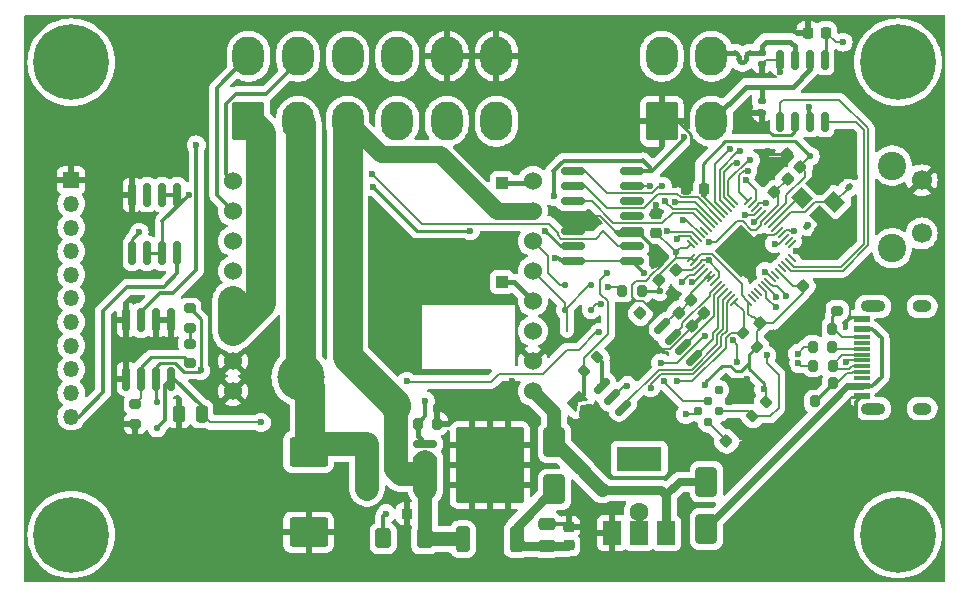
<source format=gbr>
%TF.GenerationSoftware,KiCad,Pcbnew,7.99.0-3804-ge3eab57133-dirty*%
%TF.CreationDate,2023-12-05T15:26:08-03:00*%
%TF.ProjectId,Wideband_v3,57696465-6261-46e6-945f-76332e6b6963,rev?*%
%TF.SameCoordinates,Original*%
%TF.FileFunction,Copper,L1,Top*%
%TF.FilePolarity,Positive*%
%FSLAX46Y46*%
G04 Gerber Fmt 4.6, Leading zero omitted, Abs format (unit mm)*
G04 Created by KiCad (PCBNEW 7.99.0-3804-ge3eab57133-dirty) date 2023-12-05 15:26:08*
%MOMM*%
%LPD*%
G01*
G04 APERTURE LIST*
G04 Aperture macros list*
%AMRoundRect*
0 Rectangle with rounded corners*
0 $1 Rounding radius*
0 $2 $3 $4 $5 $6 $7 $8 $9 X,Y pos of 4 corners*
0 Add a 4 corners polygon primitive as box body*
4,1,4,$2,$3,$4,$5,$6,$7,$8,$9,$2,$3,0*
0 Add four circle primitives for the rounded corners*
1,1,$1+$1,$2,$3*
1,1,$1+$1,$4,$5*
1,1,$1+$1,$6,$7*
1,1,$1+$1,$8,$9*
0 Add four rect primitives between the rounded corners*
20,1,$1+$1,$2,$3,$4,$5,0*
20,1,$1+$1,$4,$5,$6,$7,0*
20,1,$1+$1,$6,$7,$8,$9,0*
20,1,$1+$1,$8,$9,$2,$3,0*%
%AMRotRect*
0 Rectangle, with rotation*
0 The origin of the aperture is its center*
0 $1 length*
0 $2 width*
0 $3 Rotation angle, in degrees counterclockwise*
0 Add horizontal line*
21,1,$1,$2,0,0,$3*%
%AMFreePoly0*
4,1,6,1.000000,0.000000,0.499999,-0.750000,-0.499999,-0.750000,-0.499999,0.750000,0.499999,0.750000,1.000000,0.000000,1.000000,0.000000,$1*%
%AMFreePoly1*
4,1,6,0.499999,-0.750000,-0.649999,-0.750000,-0.150000,0.000000,-0.649999,0.750000,0.499999,0.750000,0.499999,-0.750000,0.499999,-0.750000,$1*%
G04 Aperture macros list end*
%TA.AperFunction,SMDPad,CuDef*%
%ADD10RoundRect,0.200000X0.275000X-0.200000X0.275000X0.200000X-0.275000X0.200000X-0.275000X-0.200000X0*%
%TD*%
%TA.AperFunction,SMDPad,CuDef*%
%ADD11RoundRect,0.200000X0.200000X0.275000X-0.200000X0.275000X-0.200000X-0.275000X0.200000X-0.275000X0*%
%TD*%
%TA.AperFunction,SMDPad,CuDef*%
%ADD12RoundRect,0.200000X-0.200000X-0.275000X0.200000X-0.275000X0.200000X0.275000X-0.200000X0.275000X0*%
%TD*%
%TA.AperFunction,ComponentPad*%
%ADD13C,0.800000*%
%TD*%
%TA.AperFunction,ComponentPad*%
%ADD14C,6.400000*%
%TD*%
%TA.AperFunction,ComponentPad*%
%ADD15R,1.350000X1.350000*%
%TD*%
%TA.AperFunction,ComponentPad*%
%ADD16O,1.350000X1.350000*%
%TD*%
%TA.AperFunction,SMDPad,CuDef*%
%ADD17RoundRect,0.250000X-1.400000X-1.000000X1.400000X-1.000000X1.400000X1.000000X-1.400000X1.000000X0*%
%TD*%
%TA.AperFunction,SMDPad,CuDef*%
%ADD18RoundRect,0.150000X-0.353553X-0.565685X0.565685X0.353553X0.353553X0.565685X-0.565685X-0.353553X0*%
%TD*%
%TA.AperFunction,ComponentPad*%
%ADD19C,2.400000*%
%TD*%
%TA.AperFunction,ComponentPad*%
%ADD20C,1.700000*%
%TD*%
%TA.AperFunction,SMDPad,CuDef*%
%ADD21R,1.500000X2.000000*%
%TD*%
%TA.AperFunction,SMDPad,CuDef*%
%ADD22R,3.800000X2.000000*%
%TD*%
%TA.AperFunction,SMDPad,CuDef*%
%ADD23R,1.000000X1.000000*%
%TD*%
%TA.AperFunction,SMDPad,CuDef*%
%ADD24RoundRect,0.140000X0.170000X-0.140000X0.170000X0.140000X-0.170000X0.140000X-0.170000X-0.140000X0*%
%TD*%
%TA.AperFunction,SMDPad,CuDef*%
%ADD25RoundRect,0.225000X0.335876X0.017678X0.017678X0.335876X-0.335876X-0.017678X-0.017678X-0.335876X0*%
%TD*%
%TA.AperFunction,SMDPad,CuDef*%
%ADD26RoundRect,0.225000X-0.335876X-0.017678X-0.017678X-0.335876X0.335876X0.017678X0.017678X0.335876X0*%
%TD*%
%TA.AperFunction,SMDPad,CuDef*%
%ADD27RoundRect,0.250000X0.400000X0.600000X-0.400000X0.600000X-0.400000X-0.600000X0.400000X-0.600000X0*%
%TD*%
%TA.AperFunction,SMDPad,CuDef*%
%ADD28RoundRect,0.250000X-0.650000X1.000000X-0.650000X-1.000000X0.650000X-1.000000X0.650000X1.000000X0*%
%TD*%
%TA.AperFunction,SMDPad,CuDef*%
%ADD29RotRect,1.400000X1.200000X315.000000*%
%TD*%
%TA.AperFunction,SMDPad,CuDef*%
%ADD30RoundRect,0.225000X0.017678X-0.335876X0.335876X-0.017678X-0.017678X0.335876X-0.335876X0.017678X0*%
%TD*%
%TA.AperFunction,SMDPad,CuDef*%
%ADD31RoundRect,0.225000X-0.225000X-0.250000X0.225000X-0.250000X0.225000X0.250000X-0.225000X0.250000X0*%
%TD*%
%TA.AperFunction,SMDPad,CuDef*%
%ADD32RoundRect,0.125000X0.125000X0.125000X-0.125000X0.125000X-0.125000X-0.125000X0.125000X-0.125000X0*%
%TD*%
%TA.AperFunction,SMDPad,CuDef*%
%ADD33FreePoly0,135.000000*%
%TD*%
%TA.AperFunction,SMDPad,CuDef*%
%ADD34FreePoly1,135.000000*%
%TD*%
%TA.AperFunction,SMDPad,CuDef*%
%ADD35RoundRect,0.225000X0.250000X-0.225000X0.250000X0.225000X-0.250000X0.225000X-0.250000X-0.225000X0*%
%TD*%
%TA.AperFunction,ComponentPad*%
%ADD36C,1.524000*%
%TD*%
%TA.AperFunction,SMDPad,CuDef*%
%ADD37RoundRect,0.250000X0.250000X0.475000X-0.250000X0.475000X-0.250000X-0.475000X0.250000X-0.475000X0*%
%TD*%
%TA.AperFunction,SMDPad,CuDef*%
%ADD38RoundRect,0.200000X-0.053033X0.335876X-0.335876X0.053033X0.053033X-0.335876X0.335876X-0.053033X0*%
%TD*%
%TA.AperFunction,SMDPad,CuDef*%
%ADD39RoundRect,0.200000X-0.335876X-0.053033X-0.053033X-0.335876X0.335876X0.053033X0.053033X0.335876X0*%
%TD*%
%TA.AperFunction,SMDPad,CuDef*%
%ADD40RoundRect,0.140000X-0.219203X-0.021213X-0.021213X-0.219203X0.219203X0.021213X0.021213X0.219203X0*%
%TD*%
%TA.AperFunction,SMDPad,CuDef*%
%ADD41RoundRect,0.225000X0.225000X0.250000X-0.225000X0.250000X-0.225000X-0.250000X0.225000X-0.250000X0*%
%TD*%
%TA.AperFunction,SMDPad,CuDef*%
%ADD42RoundRect,0.150000X-0.825000X-0.150000X0.825000X-0.150000X0.825000X0.150000X-0.825000X0.150000X0*%
%TD*%
%TA.AperFunction,SMDPad,CuDef*%
%ADD43R,1.450000X0.600000*%
%TD*%
%TA.AperFunction,SMDPad,CuDef*%
%ADD44R,1.450000X0.300000*%
%TD*%
%TA.AperFunction,ComponentPad*%
%ADD45O,2.100000X1.000000*%
%TD*%
%TA.AperFunction,ComponentPad*%
%ADD46O,1.600000X1.000000*%
%TD*%
%TA.AperFunction,SMDPad,CuDef*%
%ADD47RoundRect,0.140000X0.219203X0.021213X0.021213X0.219203X-0.219203X-0.021213X-0.021213X-0.219203X0*%
%TD*%
%TA.AperFunction,SMDPad,CuDef*%
%ADD48RoundRect,0.200000X-0.275000X0.200000X-0.275000X-0.200000X0.275000X-0.200000X0.275000X0.200000X0*%
%TD*%
%TA.AperFunction,SMDPad,CuDef*%
%ADD49RoundRect,0.140000X-0.170000X0.140000X-0.170000X-0.140000X0.170000X-0.140000X0.170000X0.140000X0*%
%TD*%
%TA.AperFunction,SMDPad,CuDef*%
%ADD50RoundRect,0.150000X0.825000X0.150000X-0.825000X0.150000X-0.825000X-0.150000X0.825000X-0.150000X0*%
%TD*%
%TA.AperFunction,ConnectorPad*%
%ADD51C,0.787400*%
%TD*%
%TA.AperFunction,SMDPad,CuDef*%
%ADD52RoundRect,0.150000X0.150000X-0.675000X0.150000X0.675000X-0.150000X0.675000X-0.150000X-0.675000X0*%
%TD*%
%TA.AperFunction,SMDPad,CuDef*%
%ADD53RoundRect,0.050000X0.309359X-0.238649X-0.238649X0.309359X-0.309359X0.238649X0.238649X-0.309359X0*%
%TD*%
%TA.AperFunction,SMDPad,CuDef*%
%ADD54RoundRect,0.050000X0.309359X0.238649X0.238649X0.309359X-0.309359X-0.238649X-0.238649X-0.309359X0*%
%TD*%
%TA.AperFunction,SMDPad,CuDef*%
%ADD55RotRect,3.200000X3.200000X135.000000*%
%TD*%
%TA.AperFunction,SMDPad,CuDef*%
%ADD56RoundRect,0.150000X-0.150000X0.825000X-0.150000X-0.825000X0.150000X-0.825000X0.150000X0.825000X0*%
%TD*%
%TA.AperFunction,SMDPad,CuDef*%
%ADD57RoundRect,0.125000X-0.125000X-0.125000X0.125000X-0.125000X0.125000X0.125000X-0.125000X0.125000X0*%
%TD*%
%TA.AperFunction,SMDPad,CuDef*%
%ADD58RoundRect,0.125000X0.125000X-0.125000X0.125000X0.125000X-0.125000X0.125000X-0.125000X-0.125000X0*%
%TD*%
%TA.AperFunction,SMDPad,CuDef*%
%ADD59RoundRect,0.250000X0.350000X-0.850000X0.350000X0.850000X-0.350000X0.850000X-0.350000X-0.850000X0*%
%TD*%
%TA.AperFunction,SMDPad,CuDef*%
%ADD60RoundRect,0.250000X1.125000X-1.275000X1.125000X1.275000X-1.125000X1.275000X-1.125000X-1.275000X0*%
%TD*%
%TA.AperFunction,SMDPad,CuDef*%
%ADD61RoundRect,0.249997X2.650003X-2.950003X2.650003X2.950003X-2.650003X2.950003X-2.650003X-2.950003X0*%
%TD*%
%TA.AperFunction,SMDPad,CuDef*%
%ADD62RoundRect,0.250000X0.475000X-0.250000X0.475000X0.250000X-0.475000X0.250000X-0.475000X-0.250000X0*%
%TD*%
%TA.AperFunction,ComponentPad*%
%ADD63RoundRect,0.250001X-1.099999X-1.399999X1.099999X-1.399999X1.099999X1.399999X-1.099999X1.399999X0*%
%TD*%
%TA.AperFunction,ComponentPad*%
%ADD64O,2.700000X3.300000*%
%TD*%
%TA.AperFunction,ViaPad*%
%ADD65C,0.600000*%
%TD*%
%TA.AperFunction,ViaPad*%
%ADD66C,1.600000*%
%TD*%
%TA.AperFunction,ViaPad*%
%ADD67C,4.000000*%
%TD*%
%TA.AperFunction,Conductor*%
%ADD68C,0.250000*%
%TD*%
%TA.AperFunction,Conductor*%
%ADD69C,0.350000*%
%TD*%
%TA.AperFunction,Conductor*%
%ADD70C,0.150000*%
%TD*%
%TA.AperFunction,Conductor*%
%ADD71C,0.200000*%
%TD*%
%TA.AperFunction,Conductor*%
%ADD72C,0.300000*%
%TD*%
%TA.AperFunction,Conductor*%
%ADD73C,0.450000*%
%TD*%
%TA.AperFunction,Conductor*%
%ADD74C,0.400000*%
%TD*%
%TA.AperFunction,Conductor*%
%ADD75C,0.800000*%
%TD*%
%TA.AperFunction,Conductor*%
%ADD76C,1.200000*%
%TD*%
%TA.AperFunction,Conductor*%
%ADD77C,0.700000*%
%TD*%
%TA.AperFunction,Conductor*%
%ADD78C,0.600000*%
%TD*%
%TA.AperFunction,Conductor*%
%ADD79C,2.000000*%
%TD*%
%TA.AperFunction,Conductor*%
%ADD80C,2.500000*%
%TD*%
%TA.AperFunction,Conductor*%
%ADD81C,1.400000*%
%TD*%
G04 APERTURE END LIST*
D10*
%TO.P,R13,1*%
%TO.N,Net-(J2-CC2)*%
X147472400Y-91150600D03*
%TO.P,R13,2*%
%TO.N,GND*%
X147472400Y-89500600D03*
%TD*%
D11*
%TO.P,R12,1*%
%TO.N,Net-(J2-CC2)*%
X147047400Y-92675600D03*
%TO.P,R12,2*%
%TO.N,GND*%
X145397400Y-92675600D03*
%TD*%
%TO.P,R11,1*%
%TO.N,Net-(J2-CC1)*%
X147097400Y-97325600D03*
%TO.P,R11,2*%
%TO.N,GND*%
X145447400Y-97325600D03*
%TD*%
%TO.P,R10,1*%
%TO.N,Net-(J2-CC1)*%
X145597400Y-98825600D03*
%TO.P,R10,2*%
%TO.N,GND*%
X143947400Y-98825600D03*
%TD*%
D12*
%TO.P,R9,1*%
%TO.N,/MCU/WBO_RX*%
X129297400Y-89475600D03*
%TO.P,R9,2*%
%TO.N,+3V3*%
X130947400Y-89475600D03*
%TD*%
D10*
%TO.P,R8,1*%
%TO.N,Net-(R7-Pad2)*%
X92672400Y-92600600D03*
%TO.P,R8,2*%
%TO.N,/m_narrow*%
X92672400Y-90950600D03*
%TD*%
%TO.P,R7,1*%
%TO.N,Net-(U10B--)*%
X92672400Y-95600600D03*
%TO.P,R7,2*%
%TO.N,Net-(R7-Pad2)*%
X92672400Y-93950600D03*
%TD*%
D13*
%TO.P,H3,1*%
%TO.N,N/C*%
X80222400Y-110125600D03*
X80925344Y-108428544D03*
X80925344Y-111822656D03*
X82622400Y-107725600D03*
D14*
X82622400Y-110125600D03*
D13*
X82622400Y-112525600D03*
X84319456Y-108428544D03*
X84319456Y-111822656D03*
X85022400Y-110125600D03*
%TD*%
D15*
%TO.P,J1,1,Pin_1*%
%TO.N,GND*%
X82622400Y-80125600D03*
D16*
%TO.P,J1,2,Pin_2*%
%TO.N,/MCU/GPIO21*%
X82622400Y-82125600D03*
%TO.P,J1,3,Pin_3*%
%TO.N,/MCU/GPIO20*%
X82622400Y-84125600D03*
%TO.P,J1,4,Pin_4*%
%TO.N,/MCU/GPIO19*%
X82622400Y-86125600D03*
%TO.P,J1,5,Pin_5*%
%TO.N,/MCU/GPIO18*%
X82622400Y-88125600D03*
%TO.P,J1,6,Pin_6*%
%TO.N,/MCU/GPIO17*%
X82622400Y-90125600D03*
%TO.P,J1,7,Pin_7*%
%TO.N,/MCU/GPIO16*%
X82622400Y-92125600D03*
%TO.P,J1,8,Pin_8*%
%TO.N,/MCU/GPIO15*%
X82622400Y-94125600D03*
%TO.P,J1,9,Pin_9*%
%TO.N,/MCU/GPIO14*%
X82622400Y-96125600D03*
%TO.P,J1,10,Pin_10*%
%TO.N,+12VA*%
X82622400Y-98125600D03*
%TO.P,J1,11,Pin_11*%
%TO.N,+5V*%
X82622400Y-100125600D03*
%TD*%
D17*
%TO.P,D10,1,A1*%
%TO.N,+12VA*%
X102717600Y-103127600D03*
%TO.P,D10,2,A2*%
%TO.N,GND*%
X102717600Y-109927600D03*
%TD*%
D18*
%TO.P,U2,1,~{CS}*%
%TO.N,Net-(U1-QSPI_SS)*%
X127552377Y-97566146D03*
%TO.P,U2,2,DO(IO1)*%
%TO.N,Net-(U1-QSPI_SD1)*%
X128450403Y-98464172D03*
%TO.P,U2,3,IO2*%
%TO.N,Net-(U1-QSPI_SD2)*%
X129348428Y-99362197D03*
%TO.P,U2,4,GND*%
%TO.N,GND*%
X130246454Y-100260223D03*
%TO.P,U2,5,DI(IO0)*%
%TO.N,Net-(U1-QSPI_SD0)*%
X135337623Y-95169054D03*
%TO.P,U2,6,CLK*%
%TO.N,Net-(U1-QSPI_SCLK)*%
X134439597Y-94271028D03*
%TO.P,U2,7,IO3*%
%TO.N,Net-(U1-QSPI_SD3)*%
X133541572Y-93373003D03*
%TO.P,U2,8,VCC*%
%TO.N,+3V3*%
X132643546Y-92474977D03*
%TD*%
D13*
%TO.P,H1,1*%
%TO.N,N/C*%
X150222400Y-70125600D03*
X150925344Y-68428544D03*
X150925344Y-71822656D03*
X152622400Y-67725600D03*
D14*
X152622400Y-70125600D03*
D13*
X152622400Y-72525600D03*
X154319456Y-68428544D03*
X154319456Y-71822656D03*
X155022400Y-70125600D03*
%TD*%
D19*
%TO.P,SW3,*%
%TO.N,*%
X152122401Y-78875600D03*
X152122400Y-85875600D03*
D20*
%TO.P,SW3,1,1*%
%TO.N,GND*%
X154622400Y-80125600D03*
%TO.P,SW3,2,2*%
%TO.N,/MCU/BTN_YES*%
X154622400Y-84625601D03*
%TD*%
D21*
%TO.P,U8,1,GND*%
%TO.N,GND*%
X128408400Y-109982400D03*
%TO.P,U8,2,VO*%
%TO.N,+3V3*%
X130708400Y-109982399D03*
D22*
X130708400Y-103682401D03*
D21*
%TO.P,U8,3,VI*%
%TO.N,+5V*%
X133008400Y-109982400D03*
%TD*%
D23*
%TO.P,TP4,1,1*%
%TO.N,Net-(U3-SEL_2)*%
X119075200Y-88747600D03*
%TD*%
D24*
%TO.P,C1,1*%
%TO.N,GND*%
X141071600Y-70279200D03*
%TO.P,C1,2*%
%TO.N,/CAN+*%
X141071600Y-69319200D03*
%TD*%
D13*
%TO.P,H4,1*%
%TO.N,N/C*%
X150222400Y-110125600D03*
X150925344Y-108428544D03*
X150925344Y-111822656D03*
X152622400Y-107725600D03*
D14*
X152622400Y-110125600D03*
D13*
X152622400Y-112525600D03*
X154319456Y-108428544D03*
X154319456Y-111822656D03*
X155022400Y-110125600D03*
%TD*%
D25*
%TO.P,C18,1*%
%TO.N,+3V3*%
X144362808Y-78957808D03*
%TO.P,C18,2*%
%TO.N,GND*%
X143266792Y-77861792D03*
%TD*%
D26*
%TO.P,C10,1*%
%TO.N,GND*%
X141056992Y-80046192D03*
%TO.P,C10,2*%
%TO.N,+1V1*%
X142153008Y-81142208D03*
%TD*%
D27*
%TO.P,D11,1,K*%
%TO.N,+12V*%
X112538351Y-110444273D03*
%TO.P,D11,2,A*%
%TO.N,Net-(D11-A)*%
X109038351Y-110444273D03*
%TD*%
D26*
%TO.P,C19,1*%
%TO.N,+3V3*%
X135124392Y-90277592D03*
%TO.P,C19,2*%
%TO.N,GND*%
X136220408Y-91373608D03*
%TD*%
D28*
%TO.P,D1,1,K*%
%TO.N,+5V*%
X136398000Y-105645199D03*
%TO.P,D1,2,A*%
%TO.N,VBUS*%
X136398000Y-109645201D03*
%TD*%
D12*
%TO.P,R20,1*%
%TO.N,Net-(D11-A)*%
X111951000Y-100736400D03*
%TO.P,R20,2*%
%TO.N,GND*%
X113601000Y-100736400D03*
%TD*%
D29*
%TO.P,Y1,1,1*%
%TO.N,Net-(U1-XOUT)*%
X144485155Y-81612061D03*
%TO.P,Y1,2,2*%
%TO.N,GND*%
X146040790Y-83167696D03*
%TO.P,Y1,3,3*%
%TO.N,Net-(U1-XIN)*%
X147242871Y-81965615D03*
%TO.P,Y1,4,4*%
%TO.N,GND*%
X145687236Y-80409980D03*
%TD*%
D30*
%TO.P,C24,1*%
%TO.N,GND*%
X129703192Y-92496008D03*
%TO.P,C24,2*%
%TO.N,+3V3*%
X130799208Y-91399992D03*
%TD*%
D31*
%TO.P,C23,1*%
%TO.N,GND*%
X134647400Y-80825600D03*
%TO.P,C23,2*%
%TO.N,+3V3*%
X136197400Y-80825600D03*
%TD*%
D26*
%TO.P,C14,1*%
%TO.N,+3V3*%
X144587592Y-89113992D03*
%TO.P,C14,2*%
%TO.N,GND*%
X145683608Y-90210008D03*
%TD*%
D32*
%TO.P,D5,1,K*%
%TO.N,/MCU/WBO_TX*%
X126626799Y-91084400D03*
%TO.P,D5,2,A*%
%TO.N,/MCU/WBO_RX*%
X124426801Y-91084400D03*
%TD*%
D23*
%TO.P,TP5,1,1*%
%TO.N,Net-(U3-Boot0)*%
X119075200Y-80365600D03*
%TD*%
D33*
%TO.P,JP4,1,A*%
%TO.N,GND*%
X126445852Y-99877452D03*
D34*
%TO.P,JP4,2,B*%
%TO.N,/MCU/FORCE_BOOTLOADER*%
X125420548Y-98852148D03*
%TD*%
D35*
%TO.P,C29,1*%
%TO.N,Net-(D2-A)*%
X124764800Y-111011000D03*
%TO.P,C29,2*%
%TO.N,GND*%
X124764800Y-109461000D03*
%TD*%
D26*
%TO.P,C17,1*%
%TO.N,+3V3*%
X132395592Y-88529792D03*
%TO.P,C17,2*%
%TO.N,GND*%
X133491608Y-89625808D03*
%TD*%
D36*
%TO.P,U3,1,5V*%
%TO.N,+5V*%
X121716800Y-97967800D03*
%TO.P,U3,2,GND*%
%TO.N,GND*%
X121716800Y-95427800D03*
%TO.P,U3,3,SEL_1*%
%TO.N,Net-(U3-SEL_1)*%
X121716800Y-92887800D03*
%TO.P,U3,4,SEL_2*%
%TO.N,Net-(U3-SEL_2)*%
X121716800Y-90347800D03*
%TO.P,U3,5,CAN_RX*%
%TO.N,/MCU/WBO_RX*%
X121716800Y-87807800D03*
%TO.P,U3,6,CAN_TX*%
%TO.N,Net-(D6-K)*%
X121716800Y-85267800D03*
%TO.P,U3,7,VBatt_Sense*%
%TO.N,+12V*%
X121716800Y-82727800D03*
%TO.P,U3,8,Boot0*%
%TO.N,Net-(U3-Boot0)*%
X121716800Y-80187800D03*
%TO.P,U3,9,HEAT_GND*%
%TO.N,GND*%
X96316800Y-97967800D03*
%TO.P,U3,10,HEAT_GND2*%
X96316801Y-95427800D03*
%TO.P,U3,11,HEATER-*%
%TO.N,/HEATER-*%
X96316800Y-92887800D03*
%TO.P,U3,12,HEATER-*%
X96316800Y-90347800D03*
%TO.P,U3,13,LSU_ip*%
%TO.N,/LSU_ip*%
X96316800Y-87807800D03*
%TO.P,U3,14,LSU_vm*%
%TO.N,/LSU_vm*%
X96316800Y-85267801D03*
%TO.P,U3,15,LSU_rtrim*%
%TO.N,/LSU_rtrim*%
X96316800Y-82727799D03*
%TO.P,U3,16,LSU_un*%
%TO.N,/LSU_un*%
X96316800Y-80187800D03*
%TD*%
D37*
%TO.P,C7,1*%
%TO.N,+3V3*%
X93659999Y-99898200D03*
%TO.P,C7,2*%
%TO.N,GND*%
X91760001Y-99898200D03*
%TD*%
D26*
%TO.P,C11,1*%
%TO.N,+3V3*%
X134074392Y-91327592D03*
%TO.P,C11,2*%
%TO.N,GND*%
X135170408Y-92423608D03*
%TD*%
D38*
%TO.P,R6,1*%
%TO.N,Net-(U1-QSPI_SS)*%
X127176963Y-95123837D03*
%TO.P,R6,2*%
%TO.N,/MCU/FORCE_BOOTLOADER*%
X126010237Y-96290563D03*
%TD*%
D39*
%TO.P,R5,1*%
%TO.N,Net-(U1-QSPI_SS)*%
X139539037Y-93042237D03*
%TO.P,R5,2*%
%TO.N,+3V3*%
X140705763Y-94208963D03*
%TD*%
D40*
%TO.P,C15,1*%
%TO.N,GND*%
X147767989Y-80051589D03*
%TO.P,C15,2*%
%TO.N,Net-(U1-XIN)*%
X148446811Y-80730411D03*
%TD*%
D41*
%TO.P,C28,1*%
%TO.N,+12V*%
X112585800Y-108356400D03*
%TO.P,C28,2*%
%TO.N,GND*%
X111035800Y-108356400D03*
%TD*%
D35*
%TO.P,C13,1*%
%TO.N,+3V3*%
X132130800Y-84544200D03*
%TO.P,C13,2*%
%TO.N,GND*%
X132130800Y-82994200D03*
%TD*%
D42*
%TO.P,U7,1,~{CS}*%
%TO.N,/DAC_CS*%
X125134600Y-79375000D03*
%TO.P,U7,2,SCK*%
%TO.N,/DAC_SCK*%
X125134600Y-80645000D03*
%TO.P,U7,3,SI*%
%TO.N,/DAC_SI*%
X125134600Y-81915000D03*
%TO.P,U7,4,VSS*%
%TO.N,GND*%
X125134600Y-83185000D03*
%TO.P,U7,5,PB1*%
X125134600Y-84455000D03*
%TO.P,U7,6,PW1*%
%TO.N,/m_LAMBDA_OUT*%
X125134600Y-85725000D03*
%TO.P,U7,7,PA1*%
%TO.N,+5V*%
X125134600Y-86995000D03*
%TO.P,U7,8,PA0*%
X130084600Y-86995000D03*
%TO.P,U7,9,PW0*%
%TO.N,/m_TEMP_OUT*%
X130084600Y-85725000D03*
%TO.P,U7,10,PB0*%
%TO.N,GND*%
X130084600Y-84455000D03*
%TO.P,U7,11,~{RS}*%
%TO.N,unconnected-(U7-~{RS}-Pad11)*%
X130084600Y-83185000D03*
%TO.P,U7,12,~{SHDN}*%
%TO.N,unconnected-(U7-~{SHDN}-Pad12)*%
X130084600Y-81915000D03*
%TO.P,U7,13,SO*%
%TO.N,/DAC_SO*%
X130084600Y-80645000D03*
%TO.P,U7,14,VDD*%
%TO.N,+5V*%
X130084600Y-79375000D03*
%TD*%
D43*
%TO.P,J2,A1,GND*%
%TO.N,GND*%
X149577400Y-98375600D03*
%TO.P,J2,A4,VBUS*%
%TO.N,VBUS*%
X149577400Y-97575601D03*
D44*
%TO.P,J2,A5,CC1*%
%TO.N,Net-(J2-CC1)*%
X149577401Y-96375600D03*
%TO.P,J2,A6,D+*%
%TO.N,/MCU/USB_DP*%
X149577400Y-95375600D03*
%TO.P,J2,A7,D-*%
%TO.N,/MCU/USB_DN*%
X149577400Y-94875600D03*
%TO.P,J2,A8,SBU1*%
%TO.N,unconnected-(J2-SBU1-PadA8)*%
X149577401Y-93875600D03*
D43*
%TO.P,J2,A9,VBUS*%
%TO.N,VBUS*%
X149577400Y-92675599D03*
%TO.P,J2,A12,GND*%
%TO.N,GND*%
X149577400Y-91875600D03*
%TO.P,J2,B1,GND*%
X149577400Y-91875600D03*
%TO.P,J2,B4,VBUS*%
%TO.N,VBUS*%
X149577400Y-92675599D03*
D44*
%TO.P,J2,B5,CC2*%
%TO.N,Net-(J2-CC2)*%
X149577400Y-93375600D03*
%TO.P,J2,B6,D+*%
%TO.N,/MCU/USB_DP*%
X149577400Y-94375600D03*
%TO.P,J2,B7,D-*%
%TO.N,/MCU/USB_DN*%
X149577400Y-95875600D03*
%TO.P,J2,B8,SBU2*%
%TO.N,unconnected-(J2-SBU2-PadB8)*%
X149577400Y-96875600D03*
D43*
%TO.P,J2,B9,VBUS*%
%TO.N,VBUS*%
X149577400Y-97575601D03*
%TO.P,J2,B12,GND*%
%TO.N,GND*%
X149577400Y-98375600D03*
D45*
%TO.P,J2,S1,SHIELD*%
%TO.N,unconnected-(J2-SHIELD-PadS1)_2*%
X150492400Y-99445600D03*
D46*
%TO.N,unconnected-(J2-SHIELD-PadS1)_0*%
X154672400Y-99445600D03*
D45*
%TO.N,unconnected-(J2-SHIELD-PadS1)_1*%
X150492400Y-90805600D03*
D46*
%TO.N,unconnected-(J2-SHIELD-PadS1)*%
X154672400Y-90805600D03*
%TD*%
D47*
%TO.P,C16,1*%
%TO.N,GND*%
X145611811Y-84665011D03*
%TO.P,C16,2*%
%TO.N,Net-(U1-XOUT)*%
X144932989Y-83986189D03*
%TD*%
D13*
%TO.P,H2,1*%
%TO.N,N/C*%
X80222400Y-70125600D03*
X80925344Y-68428544D03*
X80925344Y-71822656D03*
X82622400Y-67725600D03*
D14*
X82622400Y-70125600D03*
D13*
X82622400Y-72525600D03*
X84319456Y-68428544D03*
X84319456Y-71822656D03*
X85022400Y-70125600D03*
%TD*%
D11*
%TO.P,R4,1*%
%TO.N,/MCU/USB_DP*%
X147052800Y-94208600D03*
%TO.P,R4,2*%
%TO.N,Net-(U1-USB_DP)*%
X145402800Y-94208600D03*
%TD*%
D48*
%TO.P,R18,1*%
%TO.N,Net-(U10B--)*%
X88036400Y-99073200D03*
%TO.P,R18,2*%
%TO.N,GND*%
X88036400Y-100723200D03*
%TD*%
D49*
%TO.P,C2,1*%
%TO.N,/CAN-*%
X141071600Y-73434000D03*
%TO.P,C2,2*%
%TO.N,GND*%
X141071600Y-74394000D03*
%TD*%
D50*
%TO.P,Q6,1,S*%
%TO.N,+12V*%
X112609400Y-106248200D03*
%TO.P,Q6,2,S*%
X112609400Y-104978200D03*
%TO.P,Q6,3,S*%
X112609400Y-103708200D03*
%TO.P,Q6,4,G*%
%TO.N,Net-(D11-A)*%
X112609400Y-102438200D03*
%TO.P,Q6,5,D*%
%TO.N,+12VA*%
X107659400Y-102438200D03*
%TO.P,Q6,6,D*%
X107659400Y-103708200D03*
%TO.P,Q6,7,D*%
X107659400Y-104978200D03*
%TO.P,Q6,8,D*%
X107659400Y-106248200D03*
%TD*%
D51*
%TO.P,J3,1,Pin_1*%
%TO.N,+3V3*%
X136550400Y-100584000D03*
%TO.P,J3,2,Pin_2*%
%TO.N,/MCU/SYS_SWDIO*%
X135652375Y-99685975D03*
%TO.P,J3,3,Pin_3*%
%TO.N,/MCU/NRST*%
X137448426Y-99685975D03*
%TO.P,J3,4,Pin_4*%
%TO.N,/MCU/SYS_SWCLK*%
X136550400Y-98787949D03*
%TO.P,J3,5,Pin_5*%
%TO.N,GND*%
X138346451Y-98787949D03*
%TO.P,J3,6,Pin_6*%
%TO.N,/MCU/SYS_SWO*%
X137448426Y-97889924D03*
%TD*%
D52*
%TO.P,U4,1,TXD*%
%TO.N,/CAN_TX*%
X142621000Y-75167400D03*
%TO.P,U4,2,GND*%
%TO.N,GND*%
X143891000Y-75167400D03*
%TO.P,U4,3,VCC*%
%TO.N,+5V*%
X145161000Y-75167400D03*
%TO.P,U4,4,RXD*%
%TO.N,/CAN_RX*%
X146431000Y-75167400D03*
%TO.P,U4,5,VIO*%
%TO.N,+3V3*%
X146431000Y-69917400D03*
%TO.P,U4,6,CANL*%
%TO.N,/CAN-*%
X145161000Y-69917400D03*
%TO.P,U4,7,CANH*%
%TO.N,/CAN+*%
X143891000Y-69917400D03*
%TO.P,U4,8,S*%
%TO.N,GND*%
X142621000Y-69917400D03*
%TD*%
D53*
%TO.P,U1,1,IOVDD*%
%TO.N,+3V3*%
X139962002Y-90400557D03*
%TO.P,U1,2,GPIO0*%
%TO.N,unconnected-(U1-GPIO0-Pad2)*%
X140244845Y-90117714D03*
%TO.P,U1,3,GPIO1*%
%TO.N,unconnected-(U1-GPIO1-Pad3)*%
X140527687Y-89834872D03*
%TO.P,U1,4,GPIO2*%
%TO.N,unconnected-(U1-GPIO2-Pad4)*%
X140810530Y-89552029D03*
%TO.P,U1,5,GPIO3*%
%TO.N,/MCU/BTN_YES*%
X141093373Y-89269186D03*
%TO.P,U1,6,GPIO4*%
%TO.N,/MCU/CF_CONF0*%
X141376215Y-88986344D03*
%TO.P,U1,7,GPIO5*%
%TO.N,/MCU/CF_CONF1*%
X141659058Y-88703501D03*
%TO.P,U1,8,GPIO6*%
%TO.N,/MCU/CF_CONF2*%
X141941901Y-88420658D03*
%TO.P,U1,9,GPIO7*%
%TO.N,/MCU/GPIO7*%
X142224744Y-88137815D03*
%TO.P,U1,10,IOVDD*%
%TO.N,+3V3*%
X142507586Y-87854973D03*
%TO.P,U1,11,GPIO8*%
%TO.N,/MCU/GPIO8*%
X142790429Y-87572130D03*
%TO.P,U1,12,GPIO9*%
%TO.N,/CAN_TX*%
X143073272Y-87289287D03*
%TO.P,U1,13,GPIO10*%
%TO.N,/CAN_RX*%
X143356114Y-87006445D03*
%TO.P,U1,14,GPIO11*%
%TO.N,/MCU/GPIO11*%
X143638957Y-86723602D03*
D54*
%TO.P,U1,15,GPIO12*%
%TO.N,/MCU/GPIO12*%
X143638957Y-85539198D03*
%TO.P,U1,16,GPIO13*%
%TO.N,unconnected-(U1-GPIO13-Pad16)*%
X143356114Y-85256355D03*
%TO.P,U1,17,GPIO14*%
%TO.N,/MCU/GPIO14*%
X143073272Y-84973513D03*
%TO.P,U1,18,GPIO15*%
%TO.N,/MCU/GPIO15*%
X142790429Y-84690670D03*
%TO.P,U1,19,TESTEN*%
%TO.N,GND*%
X142507586Y-84407827D03*
%TO.P,U1,20,XIN*%
%TO.N,Net-(U1-XIN)*%
X142224744Y-84124985D03*
%TO.P,U1,21,XOUT*%
%TO.N,Net-(U1-XOUT)*%
X141941901Y-83842142D03*
%TO.P,U1,22,IOVDD*%
%TO.N,+3V3*%
X141659058Y-83559299D03*
%TO.P,U1,23,DVDD*%
%TO.N,+1V1*%
X141376215Y-83276456D03*
%TO.P,U1,24,SWCLK*%
%TO.N,/MCU/SYS_SWCLK*%
X141093373Y-82993614D03*
%TO.P,U1,25,SWD*%
%TO.N,/MCU/SYS_SWDIO*%
X140810530Y-82710771D03*
%TO.P,U1,26,RUN*%
%TO.N,/MCU/NRST*%
X140527687Y-82427928D03*
%TO.P,U1,27,GPIO16*%
%TO.N,/MCU/GPIO16*%
X140244845Y-82145086D03*
%TO.P,U1,28,GPIO17*%
%TO.N,/MCU/GPIO17*%
X139962002Y-81862243D03*
D53*
%TO.P,U1,29,GPIO18*%
%TO.N,/MCU/GPIO18*%
X138777598Y-81862243D03*
%TO.P,U1,30,GPIO19*%
%TO.N,/MCU/GPIO19*%
X138494755Y-82145086D03*
%TO.P,U1,31,GPIO20*%
%TO.N,/MCU/GPIO20*%
X138211913Y-82427928D03*
%TO.P,U1,32,GPIO21*%
%TO.N,/MCU/GPIO21*%
X137929070Y-82710771D03*
%TO.P,U1,33,IOVDD*%
%TO.N,+3V3*%
X137646227Y-82993614D03*
%TO.P,U1,34,GPIO22*%
%TO.N,/DAC_SCK*%
X137363385Y-83276456D03*
%TO.P,U1,35,GPIO23*%
%TO.N,/DAC_CS*%
X137080542Y-83559299D03*
%TO.P,U1,36,GPIO24*%
%TO.N,/DAC_SO*%
X136797699Y-83842142D03*
%TO.P,U1,37,GPIO25*%
%TO.N,/DAC_SI*%
X136514856Y-84124985D03*
%TO.P,U1,38,GPIO26_ADC0*%
%TO.N,/MCU/GPIO26*%
X136232014Y-84407827D03*
%TO.P,U1,39,GPIO27_ADC1*%
%TO.N,/m_narrow*%
X135949171Y-84690670D03*
%TO.P,U1,40,GPIO28_ADC2*%
%TO.N,/MCU/WBO_RX*%
X135666328Y-84973513D03*
%TO.P,U1,41,GPIO29_ADC3*%
%TO.N,/MCU/WBO_TX*%
X135383486Y-85256355D03*
%TO.P,U1,42,IOVDD*%
%TO.N,+3V3*%
X135100643Y-85539198D03*
D54*
%TO.P,U1,43,ADC_AVDD*%
X135100643Y-86723602D03*
%TO.P,U1,44,VREG_IN*%
X135383486Y-87006445D03*
%TO.P,U1,45,VREG_VOUT*%
%TO.N,+1V1*%
X135666328Y-87289287D03*
%TO.P,U1,46,USB_DM*%
%TO.N,Net-(U1-USB_DM)*%
X135949171Y-87572130D03*
%TO.P,U1,47,USB_DP*%
%TO.N,Net-(U1-USB_DP)*%
X136232014Y-87854973D03*
%TO.P,U1,48,USB_VDD*%
%TO.N,+3V3*%
X136514856Y-88137815D03*
%TO.P,U1,49,IOVDD*%
X136797699Y-88420658D03*
%TO.P,U1,50,DVDD*%
%TO.N,+1V1*%
X137080542Y-88703501D03*
%TO.P,U1,51,QSPI_SD3*%
%TO.N,Net-(U1-QSPI_SD3)*%
X137363385Y-88986344D03*
%TO.P,U1,52,QSPI_SCLK*%
%TO.N,Net-(U1-QSPI_SCLK)*%
X137646227Y-89269186D03*
%TO.P,U1,53,QSPI_SD0*%
%TO.N,Net-(U1-QSPI_SD0)*%
X137929070Y-89552029D03*
%TO.P,U1,54,QSPI_SD2*%
%TO.N,Net-(U1-QSPI_SD2)*%
X138211913Y-89834872D03*
%TO.P,U1,55,QSPI_SD1*%
%TO.N,Net-(U1-QSPI_SD1)*%
X138494755Y-90117714D03*
%TO.P,U1,56,QSPI_SS*%
%TO.N,Net-(U1-QSPI_SS)*%
X138777598Y-90400557D03*
D55*
%TO.P,U1,57,GND*%
%TO.N,GND*%
X139369800Y-86131400D03*
%TD*%
D41*
%TO.P,C12,1*%
%TO.N,+3V3*%
X146520200Y-67614800D03*
%TO.P,C12,2*%
%TO.N,GND*%
X144970200Y-67614800D03*
%TD*%
D56*
%TO.P,U10,1*%
%TO.N,GND*%
X91077400Y-91962200D03*
%TO.P,U10,2,-*%
X89807400Y-91962200D03*
%TO.P,U10,3,+*%
%TO.N,/NARROW*%
X88537400Y-91962200D03*
%TO.P,U10,4,V-*%
%TO.N,GND*%
X87267400Y-91962200D03*
%TO.P,U10,5,+*%
X87267400Y-96912200D03*
%TO.P,U10,6,-*%
%TO.N,Net-(U10B--)*%
X88537400Y-96912200D03*
%TO.P,U10,7*%
%TO.N,/m_narrow*%
X89807400Y-96912200D03*
%TO.P,U10,8,V+*%
%TO.N,+3V3*%
X91077400Y-96912200D03*
%TD*%
D57*
%TO.P,D6,1,K*%
%TO.N,Net-(D6-K)*%
X124452200Y-89027000D03*
%TO.P,D6,2,A*%
%TO.N,/MCU/WBO_RX*%
X126652200Y-89027000D03*
%TD*%
D12*
%TO.P,R3,1*%
%TO.N,Net-(U1-USB_DM)*%
X145428200Y-95808800D03*
%TO.P,R3,2*%
%TO.N,/MCU/USB_DN*%
X147078200Y-95808800D03*
%TD*%
D58*
%TO.P,D7,1,K*%
%TO.N,+3V3*%
X89890600Y-101125199D03*
%TO.P,D7,2,A*%
%TO.N,/m_narrow*%
X89890600Y-98925201D03*
%TD*%
D28*
%TO.P,D2,1,K*%
%TO.N,+5V*%
X123529690Y-102298989D03*
%TO.P,D2,2,A*%
%TO.N,Net-(D2-A)*%
X123529690Y-106298991D03*
%TD*%
D25*
%TO.P,C21,1*%
%TO.N,+1V1*%
X133821808Y-87746208D03*
%TO.P,C21,2*%
%TO.N,GND*%
X132725792Y-86650192D03*
%TD*%
D56*
%TO.P,U9,1*%
%TO.N,/TEMP_OUT*%
X91592400Y-81345000D03*
%TO.P,U9,2,-*%
X90322400Y-81345000D03*
%TO.P,U9,3,+*%
%TO.N,/m_TEMP_OUT*%
X89052400Y-81345000D03*
%TO.P,U9,4,V-*%
%TO.N,GND*%
X87782400Y-81345000D03*
%TO.P,U9,5,+*%
%TO.N,/m_LAMBDA_OUT*%
X87782400Y-86295000D03*
%TO.P,U9,6,-*%
%TO.N,/LAMBDA_OUT*%
X89052400Y-86295000D03*
%TO.P,U9,7*%
X90322400Y-86295000D03*
%TO.P,U9,8,V+*%
%TO.N,+5V*%
X91592400Y-86295000D03*
%TD*%
D59*
%TO.P,U11,1,VI*%
%TO.N,+12V*%
X115779200Y-110524399D03*
D60*
%TO.P,U11,2,GND*%
%TO.N,GND*%
X116534200Y-105899399D03*
X119584200Y-105899399D03*
D61*
X118059200Y-104224398D03*
D60*
X116534200Y-102549399D03*
X119584200Y-102549399D03*
D59*
%TO.P,U11,3,VO*%
%TO.N,Net-(D2-A)*%
X120339200Y-110524399D03*
%TD*%
D25*
%TO.P,C22,1*%
%TO.N,+1V1*%
X143270608Y-80024608D03*
%TO.P,C22,2*%
%TO.N,GND*%
X142174592Y-78928592D03*
%TD*%
D38*
%TO.P,R19,1*%
%TO.N,+3V3*%
X141468976Y-98932999D03*
%TO.P,R19,2*%
%TO.N,/MCU/NRST*%
X140302250Y-100099725D03*
%TD*%
D25*
%TO.P,C9,1*%
%TO.N,GND*%
X142000608Y-93334208D03*
%TO.P,C9,2*%
%TO.N,+3V3*%
X140904592Y-92238192D03*
%TD*%
D62*
%TO.P,C30,1*%
%TO.N,Net-(D2-A)*%
X122895400Y-111084399D03*
%TO.P,C30,2*%
%TO.N,GND*%
X122895400Y-109184401D03*
%TD*%
D30*
%TO.P,C20,1*%
%TO.N,+3V3*%
X138102405Y-102223370D03*
%TO.P,C20,2*%
%TO.N,GND*%
X139198421Y-101127354D03*
%TD*%
D63*
%TO.P,J5,1,Pin_1*%
%TO.N,/HEATER-*%
X97622400Y-75125600D03*
D64*
%TO.P,J5,2,Pin_2*%
%TO.N,+12VA*%
X101822399Y-75125600D03*
%TO.P,J5,3,Pin_3*%
%TO.N,+12V*%
X106022400Y-75125600D03*
%TO.P,J5,4,Pin_4*%
%TO.N,/NARROW*%
X110222399Y-75125600D03*
%TO.P,J5,5,Pin_5*%
%TO.N,/LSU_ip*%
X114422400Y-75125600D03*
%TO.P,J5,6,Pin_6*%
%TO.N,/LSU_vm*%
X118622399Y-75125600D03*
%TO.P,J5,7,Pin_7*%
%TO.N,/LSU_rtrim*%
X97622400Y-69625600D03*
%TO.P,J5,8,Pin_8*%
%TO.N,/LSU_un*%
X101822400Y-69625600D03*
%TO.P,J5,9,Pin_9*%
%TO.N,/TEMP_OUT*%
X106022400Y-69625600D03*
%TO.P,J5,10,Pin_10*%
%TO.N,/LAMBDA_OUT*%
X110222400Y-69625600D03*
%TO.P,J5,11,Pin_11*%
%TO.N,GND*%
X114422400Y-69625600D03*
%TO.P,J5,12,Pin_12*%
X118622400Y-69625600D03*
%TD*%
D63*
%TO.P,J4,1,Pin_1*%
%TO.N,GND*%
X132622400Y-75125600D03*
D64*
%TO.P,J4,2,Pin_2*%
%TO.N,/CAN-*%
X136822399Y-75125600D03*
%TO.P,J4,3,Pin_3*%
%TO.N,unconnected-(J4-Pin_3-Pad3)*%
X132622400Y-69625600D03*
%TO.P,J4,4,Pin_4*%
%TO.N,/CAN+*%
X136822400Y-69625600D03*
%TD*%
D65*
%TO.N,/MCU/WBO_RX*%
X128072400Y-89175600D03*
%TO.N,GND*%
X132144885Y-82248085D03*
X142646400Y-70967600D03*
X147980400Y-84683600D03*
X141622400Y-77625600D03*
X125134600Y-84455000D03*
X133722400Y-80525600D03*
X150972400Y-81225600D03*
X143891000Y-75167400D03*
X143972400Y-86075600D03*
X130084600Y-84455000D03*
X143422400Y-96625600D03*
X139872400Y-96975600D03*
X119972400Y-97125600D03*
X149622400Y-101775600D03*
X141035502Y-74357902D03*
X140174332Y-86138961D03*
X149022400Y-79825600D03*
%TO.N,Net-(D11-A)*%
X112598200Y-98780600D03*
X109270800Y-108356400D03*
%TO.N,+5V*%
X134472400Y-76500600D03*
X131093065Y-88003465D03*
X123472400Y-81475600D03*
X145072400Y-73879400D03*
X123572400Y-86669013D03*
%TO.N,+3V3*%
X133819110Y-86225600D03*
D66*
X130708400Y-108178600D03*
D65*
X111022400Y-97125600D03*
X132643546Y-92474977D03*
X145186400Y-78079600D03*
X141241213Y-97814562D03*
X138102405Y-102223370D03*
X136322400Y-97425600D03*
X98722400Y-100625600D03*
X147980400Y-68427600D03*
X132441560Y-89517640D03*
X136174051Y-81273948D03*
X130799208Y-91399992D03*
X127348136Y-93001336D03*
D66*
X130708400Y-103682401D03*
D65*
%TO.N,+1V1*%
X136631610Y-85334058D03*
X136608613Y-86905745D03*
%TO.N,Net-(U1-XOUT)*%
X144485155Y-81612061D03*
X144975422Y-83926785D03*
D67*
%TO.N,+12VA*%
X102082600Y-96799400D03*
D65*
%TO.N,/MCU/WBO_TX*%
X127472400Y-90625600D03*
X133897800Y-85101000D03*
%TO.N,/MCU/WBO_RX*%
X133105800Y-84413800D03*
%TO.N,/MCU/GPIO21*%
X138439531Y-77450600D03*
%TO.N,/MCU/GPIO14*%
X142172400Y-85475600D03*
%TO.N,/MCU/USB_DP*%
X147052800Y-94208600D03*
X148255159Y-95479100D03*
%TO.N,/MCU/NRST*%
X141488564Y-82062978D03*
X141522400Y-94924129D03*
%TO.N,/MCU/SYS_SWCLK*%
X136322400Y-93325600D03*
X140422400Y-83638267D03*
X132522400Y-95587678D03*
X132822400Y-97087678D03*
%TO.N,/MCU/SYS_SWDIO*%
X134645400Y-99949000D03*
X138633168Y-93678005D03*
X139011443Y-95536558D03*
X139680494Y-83053378D03*
%TO.N,/LAMBDA_OUT*%
X92557600Y-81375600D03*
%TO.N,/TEMP_OUT*%
X91592400Y-81345000D03*
%TO.N,/MCU/CF_CONF0*%
X142322400Y-90025600D03*
%TO.N,/MCU/CF_CONF1*%
X143160878Y-89887123D03*
%TO.N,/MCU/CF_CONF2*%
X141364596Y-87846286D03*
%TO.N,/MCU/FORCE_BOOTLOADER*%
X128022400Y-87975600D03*
%TO.N,Net-(U1-USB_DM)*%
X144195800Y-95631000D03*
X134296600Y-88747600D03*
%TO.N,Net-(U1-USB_DP)*%
X144119600Y-94792800D03*
X135146600Y-88747600D03*
%TO.N,Net-(U1-QSPI_SS)*%
X127406400Y-97586800D03*
X133872400Y-97087678D03*
%TO.N,/MCU/BTN_YES*%
X142278987Y-90882187D03*
%TO.N,/m_narrow*%
X134422400Y-83450600D03*
X93572400Y-96225600D03*
%TO.N,/NARROW*%
X93207600Y-77125600D03*
%TO.N,/MCU/GPIO19*%
X138962494Y-78623680D03*
%TO.N,/MCU/GPIO20*%
X139222400Y-77675600D03*
%TO.N,/MCU/GPIO16*%
X139757538Y-80130303D03*
%TO.N,Net-(U1-QSPI_SD1)*%
X131674737Y-97677937D03*
X129717800Y-97510600D03*
%TO.N,/DAC_CS*%
X133746642Y-81926358D03*
X132680473Y-80620500D03*
%TO.N,/m_LAMBDA_OUT*%
X116422400Y-84389800D03*
X122747400Y-84389800D03*
X88372400Y-84525600D03*
X108162780Y-80665980D03*
%TO.N,/DAC_SO*%
X132927973Y-81850600D03*
X131622400Y-80575600D03*
%TO.N,/m_TEMP_OUT*%
X108122400Y-79575600D03*
X89052400Y-81762600D03*
%TO.N,/MCU/GPIO18*%
X140122400Y-78425600D03*
%TO.N,/MCU/GPIO17*%
X139904661Y-79307860D03*
%TO.N,/MCU/GPIO15*%
X143807471Y-84385181D03*
%TD*%
D68*
%TO.N,Net-(J2-CC2)*%
X147047400Y-92675600D02*
X147047400Y-91575600D01*
X147047400Y-91575600D02*
X147472400Y-91150600D01*
%TO.N,Net-(J2-CC1)*%
X145597400Y-98825600D02*
X147097400Y-97325600D01*
D69*
%TO.N,VBUS*%
X150396082Y-97575601D02*
X149577400Y-97575601D01*
X151231600Y-96740083D02*
X150396082Y-97575601D01*
%TO.N,GND*%
X149622400Y-101775600D02*
X149067400Y-101220600D01*
X149067400Y-101220600D02*
X149067400Y-98885600D01*
X149067400Y-98885600D02*
X149577400Y-98375600D01*
D70*
X132197400Y-91500600D02*
X131022400Y-90325600D01*
X131022400Y-90325600D02*
X130422400Y-90325600D01*
X130422400Y-90325600D02*
X130122400Y-90025600D01*
X130122400Y-90025600D02*
X130122400Y-88975600D01*
X130122400Y-88975600D02*
X130472400Y-88625600D01*
X130472400Y-88625600D02*
X131284103Y-88625600D01*
X131284103Y-88625600D02*
X131555308Y-88354395D01*
X131555308Y-88344772D02*
X132725792Y-87174288D01*
X131555308Y-88354395D02*
X131555308Y-88344772D01*
X132725792Y-87174288D02*
X132725792Y-86650192D01*
X132197400Y-91500600D02*
X133491608Y-90206392D01*
X131472400Y-92225600D02*
X132197400Y-91500600D01*
D69*
%TO.N,+5V*%
X131093065Y-88003465D02*
X130084600Y-86995000D01*
D68*
%TO.N,+3V3*%
X130947400Y-89475600D02*
X132399520Y-89475600D01*
X132399520Y-89475600D02*
X132441560Y-89517640D01*
D71*
%TO.N,/MCU/WBO_RX*%
X128072400Y-89175600D02*
X128997400Y-89175600D01*
X128997400Y-89175600D02*
X129297400Y-89475600D01*
%TO.N,/MCU/FORCE_BOOTLOADER*%
X128022400Y-87975600D02*
X127422400Y-88575600D01*
X128072400Y-93125600D02*
X126010237Y-95187763D01*
X127422400Y-88575600D02*
X127422400Y-89727071D01*
X127422400Y-89727071D02*
X128072400Y-90377071D01*
X128072400Y-90377071D02*
X128072400Y-93125600D01*
X126010237Y-95187763D02*
X126010237Y-96290563D01*
%TO.N,+3V3*%
X125597800Y-94500200D02*
X124587000Y-94500200D01*
X118172400Y-97175600D02*
X111072400Y-97175600D01*
X127348136Y-93001336D02*
X127096664Y-93001336D01*
X127096664Y-93001336D02*
X125597800Y-94500200D01*
X118858200Y-96489800D02*
X118172400Y-97175600D01*
X124587000Y-94500200D02*
X122597400Y-96489800D01*
X122597400Y-96489800D02*
X118858200Y-96489800D01*
X111072400Y-97175600D02*
X111022400Y-97125600D01*
%TO.N,/MCU/WBO_TX*%
X127472400Y-90625600D02*
X127085599Y-90625600D01*
X127085599Y-90625600D02*
X126626799Y-91084400D01*
D68*
%TO.N,/m_narrow*%
X89807400Y-96912200D02*
X89807400Y-95937201D01*
X89807400Y-95937201D02*
X90169001Y-95575600D01*
X90169001Y-95575600D02*
X91422400Y-95575600D01*
X91422400Y-95575600D02*
X92172400Y-96325600D01*
X92172400Y-96325600D02*
X93472400Y-96325600D01*
X93472400Y-96325600D02*
X93572400Y-96225600D01*
%TO.N,Net-(U10B--)*%
X92672400Y-95600600D02*
X92197400Y-95125600D01*
X92197400Y-95125600D02*
X89349001Y-95125600D01*
X89349001Y-95125600D02*
X88537400Y-95937201D01*
X88537400Y-95937201D02*
X88537400Y-96912200D01*
%TO.N,/m_narrow*%
X92672400Y-90950600D02*
X93572400Y-91850600D01*
X93572400Y-91850600D02*
X93572400Y-96225600D01*
%TO.N,Net-(R7-Pad2)*%
X92672400Y-93950600D02*
X92672400Y-92600600D01*
D69*
%TO.N,+3V3*%
X91077400Y-96912200D02*
X90572400Y-97417200D01*
X90572400Y-97417200D02*
X90572400Y-100443399D01*
X90572400Y-100443399D02*
X89890600Y-101125199D01*
D68*
%TO.N,/m_narrow*%
X89807400Y-96912200D02*
X89807400Y-98842001D01*
X89807400Y-98842001D02*
X89890600Y-98925201D01*
D70*
%TO.N,Net-(U10B--)*%
X88537400Y-98572200D02*
X88036400Y-99073200D01*
X88537400Y-96528401D02*
X88537400Y-96912200D01*
D72*
%TO.N,/NARROW*%
X90147400Y-89675600D02*
X88537400Y-91285600D01*
X88537400Y-91285600D02*
X88537400Y-91962200D01*
X91261800Y-89675600D02*
X90147400Y-89675600D01*
D69*
%TO.N,+3V3*%
X91077400Y-96912200D02*
X91336900Y-96912200D01*
D68*
%TO.N,GND*%
X89807400Y-91962200D02*
X91077400Y-91962200D01*
D70*
%TO.N,Net-(U10B--)*%
X88537400Y-96912200D02*
X88537400Y-98572200D01*
D72*
%TO.N,/NARROW*%
X93207600Y-87729800D02*
X91261800Y-89675600D01*
X93207600Y-77125600D02*
X93207600Y-87729800D01*
D69*
%TO.N,+3V3*%
X91336900Y-96912200D02*
X93659999Y-99235299D01*
X93659999Y-99235299D02*
X93659999Y-99898200D01*
D73*
%TO.N,/CAN+*%
X141427200Y-68376800D02*
X141071600Y-68732400D01*
X139131400Y-69864618D02*
X139131400Y-69644200D01*
X137128800Y-69319200D02*
X136822400Y-69625600D01*
X139781400Y-69644200D02*
X139781400Y-69864618D01*
X141071600Y-69319200D02*
X140106400Y-69319200D01*
X141071600Y-68732400D02*
X141071600Y-69319200D01*
X143510000Y-68376800D02*
X141427200Y-68376800D01*
X138806400Y-69319200D02*
X137128800Y-69319200D01*
X143891000Y-68757800D02*
X143510000Y-68376800D01*
X143891000Y-69917400D02*
X143891000Y-68757800D01*
X140106400Y-69319200D02*
G75*
G03*
X139781400Y-69644200I0J-325000D01*
G01*
X139781400Y-69864618D02*
G75*
G02*
X139456400Y-70189600I-325000J18D01*
G01*
X139456400Y-70189618D02*
G75*
G02*
X139131382Y-69864618I0J325018D01*
G01*
X139131400Y-69644200D02*
G75*
G03*
X138806400Y-69319200I-325000J0D01*
G01*
D70*
%TO.N,GND*%
X142318806Y-93652406D02*
X144320194Y-93652406D01*
D68*
X135122400Y-76266716D02*
X135122400Y-80350600D01*
D70*
X145364200Y-92608400D02*
X145428200Y-92608400D01*
X135170408Y-92557341D02*
X133361122Y-94366627D01*
X144320194Y-93652406D02*
X145364200Y-92608400D01*
X135170408Y-92423608D02*
X135170408Y-92557341D01*
D68*
X143565999Y-76317400D02*
X142014200Y-76317400D01*
D70*
X125134600Y-84455000D02*
X125134600Y-83185000D01*
D71*
X133722400Y-80525600D02*
X134347400Y-80525600D01*
D70*
X125134600Y-83185000D02*
X127431800Y-83185000D01*
X142000608Y-93334208D02*
X142318806Y-93652406D01*
X133361122Y-94366627D02*
X132663427Y-94366627D01*
X140740876Y-84760324D02*
X139369800Y-86131400D01*
D71*
X141433400Y-69917400D02*
X141071600Y-70279200D01*
D68*
X145428200Y-97358200D02*
X144155000Y-97358200D01*
D70*
X132663427Y-94366627D02*
X131472400Y-93175600D01*
X133491608Y-90206392D02*
X133491608Y-89625808D01*
X146040790Y-83803810D02*
X146040790Y-83167696D01*
D68*
X141622400Y-77625600D02*
X141858592Y-77861792D01*
X132622400Y-75125600D02*
X133981284Y-75125600D01*
D70*
X128701800Y-84455000D02*
X130084600Y-84455000D01*
D68*
X153522400Y-81225600D02*
X150972400Y-81225600D01*
D71*
X132144885Y-82980115D02*
X132130800Y-82994200D01*
D70*
X144201222Y-86075600D02*
X145611811Y-84665011D01*
X143972400Y-86075600D02*
X144201222Y-86075600D01*
X142507586Y-84407827D02*
X142155089Y-84760324D01*
D69*
X130084600Y-84455000D02*
X130536218Y-84455000D01*
D68*
X135122400Y-80350600D02*
X134647400Y-80825600D01*
D71*
X142621000Y-69917400D02*
X142621000Y-70942200D01*
D69*
X124488201Y-109184401D02*
X124764800Y-109461000D01*
X130536218Y-84455000D02*
X132725792Y-86644574D01*
D68*
X147993978Y-79825600D02*
X147767989Y-80051589D01*
D71*
X142621000Y-70942200D02*
X142646400Y-70967600D01*
D68*
X149022400Y-79825600D02*
X147993978Y-79825600D01*
D69*
X146040790Y-83167696D02*
X146464496Y-83167696D01*
D70*
X131472400Y-93175600D02*
X131472400Y-92225600D01*
D68*
X141035502Y-75338702D02*
X141035502Y-74357902D01*
D69*
X132725792Y-86644574D02*
X132725792Y-86650192D01*
D70*
X145611811Y-84232789D02*
X146040790Y-83803810D01*
D68*
X143422400Y-95925600D02*
X142472400Y-94975600D01*
D70*
X142155089Y-84760324D02*
X140740876Y-84760324D01*
D68*
X143891000Y-75167400D02*
X143891000Y-75992399D01*
X143422400Y-96625600D02*
X143422400Y-95925600D01*
X142014200Y-76317400D02*
X141035502Y-75338702D01*
D70*
X127431800Y-83185000D02*
X128701800Y-84455000D01*
D68*
X154622400Y-80125600D02*
X153522400Y-81225600D01*
D71*
X134347400Y-80525600D02*
X134647400Y-80825600D01*
D68*
X141858592Y-77861792D02*
X143266792Y-77861792D01*
X143891000Y-75992399D02*
X143565999Y-76317400D01*
D71*
X132144885Y-82248085D02*
X132144885Y-82980115D01*
D69*
X122895400Y-109184401D02*
X124488201Y-109184401D01*
D68*
X144155000Y-97358200D02*
X143422400Y-96625600D01*
D70*
X145611811Y-84665011D02*
X145611811Y-84232789D01*
D68*
X133981284Y-75125600D02*
X135122400Y-76266716D01*
D69*
X146464496Y-83167696D02*
X147980400Y-84683600D01*
D71*
X142621000Y-69917400D02*
X141433400Y-69917400D01*
D70*
X136220408Y-91373608D02*
X135170408Y-92423608D01*
D73*
%TO.N,/CAN-*%
X145161000Y-70742399D02*
X145161000Y-69917400D01*
X143716599Y-72186800D02*
X141071600Y-72186800D01*
X143716599Y-72186800D02*
X145161000Y-70742399D01*
X141071600Y-72186800D02*
X141071600Y-73434000D01*
X139761199Y-72186800D02*
X136822399Y-75125600D01*
X141071600Y-72186800D02*
X139761199Y-72186800D01*
D74*
%TO.N,Net-(D11-A)*%
X111951000Y-100736400D02*
X111951000Y-101779800D01*
D69*
X109038351Y-110444273D02*
X109038351Y-108588849D01*
X112598200Y-98780600D02*
X112598200Y-100089200D01*
X112598200Y-100089200D02*
X111951000Y-100736400D01*
X109038351Y-108588849D02*
X109270800Y-108356400D01*
D74*
X111951000Y-101779800D02*
X112609400Y-102438200D01*
D75*
%TO.N,+5V*%
X132588000Y-106375200D02*
X127605901Y-106375200D01*
D69*
X131817805Y-79221005D02*
X131028200Y-78431400D01*
D75*
X123342400Y-102111699D02*
X123342400Y-99593400D01*
D69*
X124330382Y-78457600D02*
X123418600Y-79369382D01*
X85322400Y-98075600D02*
X85322400Y-91175600D01*
D76*
X126085600Y-104902000D02*
X126085600Y-104854899D01*
X127558800Y-106375200D02*
X127605901Y-106375200D01*
D69*
X131917805Y-79221005D02*
X131817805Y-79221005D01*
X91592400Y-87995000D02*
X91592400Y-86295000D01*
D76*
X126085600Y-104902000D02*
X127558800Y-106375200D01*
D69*
X134472400Y-76666410D02*
X131917805Y-79221005D01*
D76*
X123529690Y-99780690D02*
X121716800Y-97967800D01*
D75*
X127605901Y-106375200D02*
X123342400Y-102111699D01*
D69*
X87347400Y-89150600D02*
X90436800Y-89150600D01*
D76*
X123529690Y-102298989D02*
X123529690Y-99780690D01*
D77*
X134158801Y-105645199D02*
X133008400Y-106795600D01*
D75*
X123342400Y-99593400D02*
X121716800Y-97967800D01*
D69*
X145072400Y-75078800D02*
X145161000Y-75167400D01*
X90436800Y-89150600D02*
X91592400Y-87995000D01*
X123572400Y-86669013D02*
X123833614Y-86669013D01*
X82622400Y-100125600D02*
X83272400Y-100125600D01*
X83272400Y-100125600D02*
X85322400Y-98075600D01*
D71*
X125134600Y-86995000D02*
X130084600Y-86995000D01*
D69*
X123472400Y-81475600D02*
X123472400Y-79423182D01*
X131763810Y-79375000D02*
X130084600Y-79375000D01*
D77*
X136398000Y-105645199D02*
X134158801Y-105645199D01*
D69*
X131028200Y-78431400D02*
X131002000Y-78457600D01*
D76*
X126085600Y-104854899D02*
X123529690Y-102298989D01*
D69*
X123833614Y-86669013D02*
X124159601Y-86995000D01*
X124159601Y-86995000D02*
X125134600Y-86995000D01*
X123472400Y-79423182D02*
X123418600Y-79369382D01*
D75*
X133008400Y-109982400D02*
X133008400Y-106795600D01*
D69*
X145072400Y-73879400D02*
X145072400Y-75078800D01*
X134472400Y-76500600D02*
X134472400Y-76666410D01*
X85322400Y-91175600D02*
X87347400Y-89150600D01*
D75*
X133008400Y-106795600D02*
X132588000Y-106375200D01*
D69*
X131002000Y-78457600D02*
X124330382Y-78457600D01*
X131917805Y-79221005D02*
X131763810Y-79375000D01*
D70*
%TO.N,+3V3*%
X133819110Y-86225600D02*
X134169110Y-85875600D01*
D71*
X136514856Y-88137815D02*
X136797699Y-88420658D01*
X144362808Y-78903192D02*
X145186400Y-78079600D01*
D68*
X146520200Y-69828200D02*
X146431000Y-69917400D01*
D70*
X133819110Y-86723602D02*
X132395592Y-88147120D01*
D68*
X136077800Y-78720200D02*
X137972400Y-76825600D01*
X139372400Y-96275600D02*
X138866601Y-96275600D01*
D71*
X141468976Y-98932999D02*
X141468976Y-98042325D01*
D68*
X137972400Y-76825600D02*
X143932400Y-76825600D01*
D71*
X134074392Y-91327592D02*
X133790931Y-91327592D01*
D70*
X135917255Y-86330745D02*
X136883300Y-86330745D01*
D68*
X140043847Y-95604153D02*
X139372400Y-96275600D01*
D71*
X147980400Y-68427600D02*
X147333000Y-68427600D01*
D68*
X138866601Y-96275600D02*
X138439191Y-95848190D01*
X140043847Y-96097047D02*
X141241213Y-97294413D01*
D70*
X144587592Y-89675760D02*
X142025160Y-92238192D01*
X139422400Y-88869845D02*
X139422400Y-89860955D01*
D71*
X135383486Y-87006445D02*
X135312520Y-86935480D01*
D70*
X132441560Y-89517640D02*
X132395592Y-89471672D01*
X139422400Y-89860955D02*
X139962002Y-90400557D01*
X133819110Y-86225600D02*
X133819110Y-86723602D01*
D78*
X130708400Y-109982399D02*
X130708400Y-108178600D01*
D70*
X144587592Y-89113992D02*
X144587592Y-89675760D01*
X143766605Y-89113992D02*
X142507586Y-87854973D01*
D71*
X143154400Y-81407000D02*
X143154400Y-82063957D01*
X140284283Y-91737234D02*
X140403634Y-91737234D01*
X141468976Y-98042325D02*
X141241213Y-97814562D01*
X144362808Y-78957808D02*
X144362808Y-78903192D01*
D70*
X136197400Y-81544787D02*
X136197400Y-80825600D01*
D71*
X136174051Y-81273948D02*
X136197400Y-81250599D01*
D70*
X137646227Y-82993614D02*
X136197400Y-81544787D01*
D68*
X137699810Y-95848190D02*
X136322400Y-97225600D01*
D71*
X144362808Y-78957808D02*
X144729200Y-79324200D01*
X139962002Y-91414953D02*
X139962002Y-90400557D01*
D70*
X135312520Y-86935480D02*
X135917255Y-86330745D01*
D71*
X147333000Y-68427600D02*
X146520200Y-67614800D01*
D68*
X136077800Y-81177697D02*
X136077800Y-78720200D01*
D71*
X135312520Y-86935480D02*
X135100643Y-86723602D01*
X140904592Y-92238192D02*
X140904592Y-92724608D01*
X140403634Y-91737234D02*
X140904592Y-92238192D01*
D68*
X141241213Y-97294413D02*
X141241213Y-97814562D01*
D70*
X144587592Y-89113992D02*
X143766605Y-89113992D01*
D68*
X140043847Y-96097047D02*
X140043847Y-95604153D01*
D70*
X133819110Y-86225600D02*
X133469110Y-85875600D01*
D68*
X132395592Y-88076408D02*
X132395592Y-88529792D01*
D70*
X142025160Y-92238192D02*
X140904592Y-92238192D01*
X133462200Y-85875600D02*
X132130800Y-84544200D01*
D71*
X94387399Y-100625600D02*
X93659999Y-99898200D01*
D70*
X132395592Y-89471672D02*
X132395592Y-88529792D01*
D71*
X136377342Y-88420658D02*
X135124392Y-89673608D01*
X138102405Y-102136005D02*
X138102405Y-102223370D01*
X136797699Y-88420658D02*
X136377342Y-88420658D01*
D70*
X134169110Y-85875600D02*
X134764241Y-85875600D01*
D71*
X140705763Y-92923437D02*
X140705763Y-94208963D01*
D70*
X132395592Y-88147120D02*
X132395592Y-88529792D01*
X134764241Y-85875600D02*
X135100643Y-85539198D01*
D71*
X140904592Y-92724608D02*
X140705763Y-92923437D01*
X98722400Y-100625600D02*
X94387399Y-100625600D01*
D70*
X135100643Y-86723602D02*
X133819110Y-86723602D01*
D68*
X140043847Y-95604153D02*
X140043847Y-94870879D01*
D71*
X143154400Y-82063957D02*
X141659058Y-83559299D01*
D68*
X136174051Y-81273948D02*
X136077800Y-81177697D01*
X143932400Y-76825600D02*
X145186400Y-78079600D01*
D71*
X144729200Y-79324200D02*
X144729200Y-79832200D01*
X135124392Y-89673608D02*
X135124392Y-90277592D01*
D70*
X135124392Y-90277592D02*
X134074392Y-91327592D01*
X133469110Y-85875600D02*
X133462200Y-85875600D01*
D71*
X136197400Y-81250599D02*
X136197400Y-80825600D01*
D68*
X138439191Y-95848190D02*
X137699810Y-95848190D01*
D71*
X140284283Y-91737234D02*
X139962002Y-91414953D01*
D68*
X136322400Y-97225600D02*
X136322400Y-97425600D01*
X146520200Y-67614800D02*
X146520200Y-69828200D01*
D71*
X133790931Y-91327592D02*
X132643546Y-92474977D01*
X136550400Y-100584000D02*
X138102405Y-102136005D01*
D70*
X136883300Y-86330745D02*
X139422400Y-88869845D01*
D68*
X140043847Y-94870879D02*
X140705763Y-94208963D01*
D71*
X144729200Y-79832200D02*
X143154400Y-81407000D01*
D70*
%TO.N,+1V1*%
X138954342Y-83593658D02*
X139483710Y-83593658D01*
D71*
X143270608Y-80024608D02*
X142153008Y-81142208D01*
D70*
X141386544Y-83276456D02*
X142443200Y-82219800D01*
X136514637Y-86905745D02*
X136608613Y-86905745D01*
D71*
X136508591Y-86911791D02*
X136043822Y-86911791D01*
D70*
X140215652Y-84325600D02*
X140622400Y-84325600D01*
X133821808Y-87746208D02*
X135209407Y-87746208D01*
X137213942Y-85334058D02*
X138954342Y-83593658D01*
X141376215Y-83276456D02*
X141386544Y-83276456D01*
X142443200Y-81432400D02*
X142153008Y-81142208D01*
D71*
X137458038Y-87861238D02*
X136508591Y-86911791D01*
X137458038Y-88326007D02*
X137458038Y-87861238D01*
D70*
X136508591Y-86911791D02*
X136514637Y-86905745D01*
X140622400Y-84325600D02*
X141023719Y-83924281D01*
D71*
X136043822Y-86911791D02*
X135666328Y-87289287D01*
D70*
X141023719Y-83628952D02*
X141376215Y-83276456D01*
X135209407Y-87746208D02*
X135666328Y-87289287D01*
X136631610Y-85334058D02*
X137213942Y-85334058D01*
X139483710Y-83593658D02*
X140215652Y-84325600D01*
X142443200Y-82219800D02*
X142443200Y-81432400D01*
D71*
X137080542Y-88703501D02*
X137458038Y-88326007D01*
D70*
X141023719Y-83924281D02*
X141023719Y-83628952D01*
%TO.N,Net-(U1-XIN)*%
X144441958Y-82806300D02*
X144411258Y-82775600D01*
D71*
X148446811Y-80761675D02*
X147242871Y-81965615D01*
D70*
X147242871Y-81965615D02*
X145618385Y-81965615D01*
X144777700Y-82806300D02*
X144441958Y-82806300D01*
X143574129Y-82775600D02*
X142224744Y-84124985D01*
X144411258Y-82775600D02*
X143574129Y-82775600D01*
D71*
X148446811Y-80730411D02*
X148446811Y-80761675D01*
D70*
X145618385Y-81965615D02*
X144777700Y-82806300D01*
%TO.N,Net-(U1-XOUT)*%
X141941901Y-83842142D02*
X144171982Y-81612061D01*
D71*
X144975422Y-83926785D02*
X144932989Y-83969218D01*
D70*
X144171982Y-81612061D02*
X144485155Y-81612061D01*
D71*
X144932989Y-83969218D02*
X144932989Y-83986189D01*
D79*
%TO.N,+12VA*%
X107659400Y-102438200D02*
X103407000Y-102438200D01*
D80*
X102870000Y-97586800D02*
X102870000Y-102975200D01*
X102870000Y-102975200D02*
X102717600Y-103127600D01*
X101822399Y-75125600D02*
X102072400Y-75375601D01*
X102072400Y-96789200D02*
X102082600Y-96799400D01*
X102072400Y-75375601D02*
X102072400Y-96789200D01*
X102082600Y-96799400D02*
X102870000Y-97586800D01*
D79*
X103407000Y-102438200D02*
X102717600Y-103127600D01*
X107659400Y-102438200D02*
X107659400Y-106248200D01*
D71*
%TO.N,/MCU/WBO_TX*%
X135002731Y-84875600D02*
X135383486Y-85256355D01*
X133897800Y-85101000D02*
X134123200Y-84875600D01*
X134123200Y-84875600D02*
X135002731Y-84875600D01*
%TO.N,/MCU/WBO_RX*%
X121716800Y-87807800D02*
X124426801Y-90517801D01*
X124426801Y-90517801D02*
X124426801Y-91084400D01*
X124587000Y-91244599D02*
X124426801Y-91084400D01*
X124587000Y-92850200D02*
X124587000Y-91244599D01*
X126652200Y-89027000D02*
X126484201Y-89027000D01*
X133105800Y-84413800D02*
X133167600Y-84475600D01*
X133167600Y-84475600D02*
X135168415Y-84475600D01*
X126484201Y-89027000D02*
X124426801Y-91084400D01*
X135168415Y-84475600D02*
X135666328Y-84973513D01*
%TO.N,Net-(D6-K)*%
X122972400Y-87996600D02*
X124002800Y-89027000D01*
X124002800Y-89027000D02*
X124452200Y-89027000D01*
X121716800Y-85267800D02*
X122972400Y-86523400D01*
X122972400Y-86523400D02*
X122972400Y-87996600D01*
%TO.N,/MCU/GPIO21*%
X137160000Y-81941703D02*
X137929070Y-82710771D01*
X138439531Y-77450600D02*
X137160000Y-78730131D01*
X137160000Y-78730131D02*
X137160000Y-81941703D01*
D70*
%TO.N,/MCU/GPIO14*%
X142172400Y-85475600D02*
X142571185Y-85475600D01*
X142571185Y-85475600D02*
X143073272Y-84973513D01*
D78*
%TO.N,VBUS*%
X148347199Y-97575601D02*
X136398000Y-109524800D01*
X149577400Y-97575601D02*
X148347199Y-97575601D01*
D69*
X149577400Y-92675599D02*
X150396082Y-92675599D01*
X151231600Y-93511117D02*
X151231600Y-96740083D01*
D78*
X136398000Y-109524800D02*
X136398000Y-109645201D01*
D69*
X150396082Y-92675599D02*
X151231600Y-93511117D01*
D71*
%TO.N,/MCU/USB_DN*%
X149577400Y-94875600D02*
X147923000Y-94875600D01*
X147348500Y-96079100D02*
X147078200Y-95808800D01*
X147923000Y-94875600D02*
X147078200Y-95720400D01*
X149577400Y-95875600D02*
X148707188Y-95875600D01*
X147078200Y-95720400D02*
X147078200Y-95808800D01*
X148707188Y-95875600D02*
X148503688Y-96079100D01*
X148503688Y-96079100D02*
X147348500Y-96079100D01*
D70*
%TO.N,Net-(J2-CC2)*%
X149577400Y-93375600D02*
X147845400Y-93375600D01*
X147845400Y-93375600D02*
X147078200Y-92608400D01*
%TO.N,Net-(J2-CC1)*%
X148767059Y-96375600D02*
X148688559Y-96454100D01*
X149577401Y-96375600D02*
X148767059Y-96375600D01*
X147396200Y-97358200D02*
X147078200Y-97358200D01*
X148688559Y-96454100D02*
X148300300Y-96454100D01*
X148300300Y-96454100D02*
X147396200Y-97358200D01*
D71*
%TO.N,/MCU/USB_DP*%
X148358659Y-95375600D02*
X149577400Y-95375600D01*
X147052800Y-94208600D02*
X147219800Y-94375600D01*
X148255159Y-95479100D02*
X148358659Y-95375600D01*
X147219800Y-94375600D02*
X149577400Y-94375600D01*
D70*
%TO.N,/MCU/NRST*%
X140527687Y-82427928D02*
X140892637Y-82062978D01*
D71*
X137448426Y-99685975D02*
X139888500Y-99685975D01*
D70*
X142522400Y-96575600D02*
X142522400Y-99375600D01*
X140892637Y-82062978D02*
X141488564Y-82062978D01*
X141522400Y-94924129D02*
X141522400Y-95575600D01*
X141522400Y-95575600D02*
X142522400Y-96575600D01*
D71*
X139888500Y-99685975D02*
X140302250Y-100099725D01*
D70*
X141798275Y-100099725D02*
X140302250Y-100099725D01*
X142522400Y-99375600D02*
X141798275Y-100099725D01*
%TO.N,/MCU/SYS_SWCLK*%
X141093373Y-82993614D02*
X141067053Y-82993614D01*
X136198199Y-93325600D02*
X133936121Y-95587678D01*
X132822400Y-97087678D02*
X132822400Y-97225600D01*
X132822400Y-97225600D02*
X134384749Y-98787949D01*
X141067053Y-82993614D02*
X140422400Y-83638267D01*
X134384749Y-98787949D02*
X136550400Y-98787949D01*
X133936121Y-95587678D02*
X132522400Y-95587678D01*
X136322400Y-93325600D02*
X136198199Y-93325600D01*
%TO.N,/MCU/SYS_SWDIO*%
X140458034Y-83063267D02*
X139690383Y-83063267D01*
X140810530Y-82710771D02*
X140458034Y-83063267D01*
X135389350Y-99949000D02*
X135652375Y-99685975D01*
X139011443Y-95536558D02*
X139011443Y-94056280D01*
X139690383Y-83063267D02*
X139680494Y-83053378D01*
X139011443Y-94056280D02*
X138633168Y-93678005D01*
X134645400Y-99949000D02*
X135389350Y-99949000D01*
D68*
%TO.N,/LAMBDA_OUT*%
X90322400Y-86295000D02*
X90322400Y-83610800D01*
D72*
X92557600Y-81375600D02*
X90347800Y-83585400D01*
D68*
X89052400Y-86295000D02*
X90322400Y-86295000D01*
X90322400Y-83610800D02*
X90347800Y-83585400D01*
D72*
%TO.N,/LSU_un*%
X95722400Y-73670144D02*
X96566944Y-72825600D01*
X96316800Y-80187800D02*
X95722400Y-79593400D01*
X101822400Y-70075600D02*
X101822400Y-69625600D01*
X99072400Y-72825600D02*
X101822400Y-70075600D01*
X95722400Y-79593400D02*
X95722400Y-73670144D01*
X96566944Y-72825600D02*
X99072400Y-72825600D01*
D80*
%TO.N,/HEATER-*%
X96316800Y-92887800D02*
X96316800Y-90347800D01*
X98722400Y-76225600D02*
X98722400Y-90482200D01*
X97622400Y-75125600D02*
X98722400Y-76225600D01*
X98722400Y-90482200D02*
X96316800Y-92887800D01*
D72*
%TO.N,/TEMP_OUT*%
X91592400Y-81345000D02*
X90322400Y-81345000D01*
%TO.N,/LSU_rtrim*%
X94972400Y-72275600D02*
X97622400Y-69625600D01*
X94972400Y-81383399D02*
X94972400Y-72275600D01*
X96316800Y-82727799D02*
X94972400Y-81383399D01*
D81*
%TO.N,+12V*%
X108822400Y-77925600D02*
X106022400Y-75125600D01*
D79*
X110513800Y-104978200D02*
X112609400Y-104978200D01*
D76*
X112962799Y-110524399D02*
X115779200Y-110524399D01*
D79*
X110083600Y-104548000D02*
X110513800Y-104978200D01*
D80*
X110083600Y-99110800D02*
X106022400Y-95049600D01*
D76*
X112585800Y-110147400D02*
X112962799Y-110524399D01*
D81*
X118637400Y-82727800D02*
X113835200Y-77925600D01*
D79*
X110083600Y-99312400D02*
X110083600Y-104548000D01*
D81*
X121716800Y-82727800D02*
X118637400Y-82727800D01*
D79*
X112609400Y-106248200D02*
X112609400Y-103938200D01*
D78*
X112585800Y-106629200D02*
X112585800Y-106271800D01*
D81*
X113835200Y-77925600D02*
X108822400Y-77925600D01*
D78*
X112585800Y-106271800D02*
X112609400Y-106248200D01*
D76*
X112585800Y-106629200D02*
X112585800Y-110147400D01*
D80*
X106022400Y-95049600D02*
X106022400Y-75125600D01*
D79*
X112609400Y-106248200D02*
X112609400Y-104978200D01*
D78*
X112585800Y-108356400D02*
X112585800Y-106629200D01*
D80*
X110083600Y-99312400D02*
X110083600Y-99110800D01*
D70*
%TO.N,/MCU/CF_CONF0*%
X142322400Y-90025600D02*
X142322400Y-89932529D01*
X142322400Y-89932529D02*
X141376215Y-88986344D01*
%TO.N,/MCU/CF_CONF1*%
X143160878Y-89864078D02*
X142352797Y-89055997D01*
X143160878Y-89887123D02*
X143160878Y-89864078D01*
X142011554Y-89055997D02*
X141659058Y-88703501D01*
X142352797Y-89055997D02*
X142011554Y-89055997D01*
%TO.N,/MCU/CF_CONF2*%
X141586472Y-88068162D02*
X141589405Y-88068162D01*
X141364596Y-87846286D02*
X141586472Y-88068162D01*
X141589405Y-88068162D02*
X141941901Y-88420658D01*
D72*
%TO.N,/MCU/FORCE_BOOTLOADER*%
X126010237Y-98262459D02*
X125420548Y-98852148D01*
X126010237Y-96290563D02*
X126010237Y-98262459D01*
D71*
%TO.N,Net-(U1-USB_DM)*%
X135373701Y-88147600D02*
X134896600Y-88147600D01*
X134896600Y-88147600D02*
X134296600Y-88747600D01*
X144373600Y-95808800D02*
X144195800Y-95631000D01*
X145428200Y-95808800D02*
X144373600Y-95808800D01*
X135949171Y-87572130D02*
X135373701Y-88147600D01*
%TO.N,Net-(U1-USB_DP)*%
X145402800Y-94208600D02*
X144703800Y-94208600D01*
X144703800Y-94208600D02*
X144119600Y-94792800D01*
X135339387Y-88747600D02*
X135146600Y-88747600D01*
X136232014Y-87854973D02*
X135339387Y-88747600D01*
D70*
%TO.N,Net-(U1-QSPI_SS)*%
X138455763Y-93042237D02*
X139539037Y-93042237D01*
D72*
X127552377Y-97566146D02*
X127552377Y-95499251D01*
D70*
X133872400Y-97087678D02*
X135222121Y-97087678D01*
X127531723Y-97586800D02*
X127552377Y-97566146D01*
X139573000Y-91195959D02*
X139573000Y-93008274D01*
X138022400Y-93475600D02*
X138455763Y-93042237D01*
X139573000Y-93008274D02*
X139539037Y-93042237D01*
X127406400Y-97586800D02*
X127531723Y-97586800D01*
X138022400Y-94287399D02*
X138022400Y-93475600D01*
D72*
X127552377Y-95499251D02*
X127176963Y-95123837D01*
D70*
X135222121Y-97087678D02*
X138022400Y-94287399D01*
X138777598Y-90400557D02*
X139573000Y-91195959D01*
%TO.N,/MCU/BTN_YES*%
X141445869Y-89621682D02*
X141093373Y-89269186D01*
X142278987Y-90882187D02*
X141445869Y-90049069D01*
X141445869Y-90049069D02*
X141445869Y-89621682D01*
D73*
%TO.N,Net-(U3-SEL_2)*%
X119075200Y-88747600D02*
X120116600Y-88747600D01*
X120116600Y-88747600D02*
X121716800Y-90347800D01*
%TO.N,Net-(U3-Boot0)*%
X119075200Y-80365600D02*
X121539000Y-80365600D01*
X121539000Y-80365600D02*
X121716800Y-80187800D01*
D70*
%TO.N,/m_narrow*%
X134422400Y-83450600D02*
X134709101Y-83450600D01*
X134709101Y-83450600D02*
X135949171Y-84690670D01*
%TO.N,Net-(U1-QSPI_SD2)*%
X137772400Y-90274385D02*
X137772400Y-92735652D01*
X129348428Y-99191072D02*
X129348428Y-99362197D01*
X137772400Y-92735652D02*
X137322400Y-93185652D01*
X137322400Y-93185652D02*
X137322400Y-93997451D01*
X137322400Y-93997451D02*
X135157173Y-96162678D01*
X135157173Y-96162678D02*
X132376822Y-96162678D01*
X138211913Y-89834872D02*
X137772400Y-90274385D01*
X132376822Y-96162678D02*
X129348428Y-99191072D01*
%TO.N,/MCU/GPIO19*%
X137885000Y-79382974D02*
X137885000Y-81535331D01*
X138644294Y-78623680D02*
X137885000Y-79382974D01*
X138962494Y-78623680D02*
X138644294Y-78623680D01*
X137885000Y-81535331D02*
X138494755Y-82145086D01*
%TO.N,/MCU/GPIO20*%
X137535000Y-79238000D02*
X137535000Y-81751015D01*
X137535000Y-81751015D02*
X138211913Y-82427928D01*
X139097400Y-77675600D02*
X137535000Y-79238000D01*
X139222400Y-77675600D02*
X139097400Y-77675600D01*
%TO.N,Net-(U1-QSPI_SD0)*%
X137422400Y-92590678D02*
X136972400Y-93040678D01*
X137422400Y-90058699D02*
X137422400Y-92590678D01*
X136972400Y-93534277D02*
X135337623Y-95169054D01*
X137929070Y-89552029D02*
X137422400Y-90058699D01*
X136972400Y-93040678D02*
X136972400Y-93534277D01*
%TO.N,Net-(U1-QSPI_SD3)*%
X134330124Y-92238588D02*
X134330124Y-92567876D01*
X137363385Y-88986344D02*
X136672400Y-89677329D01*
X133541572Y-93356428D02*
X133541572Y-93373003D01*
X136672400Y-89896312D02*
X134330124Y-92238588D01*
X136672400Y-89677329D02*
X136672400Y-89896312D01*
X134330124Y-92567876D02*
X133541572Y-93356428D01*
%TO.N,/MCU/GPIO16*%
X139757538Y-80130303D02*
X140597341Y-80970106D01*
X140597341Y-80970106D02*
X140597341Y-81792590D01*
X140597341Y-81792590D02*
X140244845Y-82145086D01*
%TO.N,Net-(U1-QSPI_SD1)*%
X135302147Y-96512678D02*
X137672400Y-94142425D01*
X131674737Y-97359737D02*
X132521796Y-96512678D01*
X129403975Y-97510600D02*
X128450403Y-98464172D01*
X138122400Y-90490069D02*
X138494755Y-90117714D01*
X138122400Y-92880626D02*
X138122400Y-90490069D01*
X137672400Y-93330626D02*
X138122400Y-92880626D01*
X132521796Y-96512678D02*
X135302147Y-96512678D01*
X131674737Y-97677937D02*
X131674737Y-97359737D01*
X137672400Y-94142425D02*
X137672400Y-93330626D01*
X129717800Y-97510600D02*
X129403975Y-97510600D01*
%TO.N,Net-(U1-QSPI_SCLK)*%
X137646227Y-89269186D02*
X137072400Y-89843013D01*
X137072400Y-91638225D02*
X134439597Y-94271028D01*
X137072400Y-89843013D02*
X137072400Y-91638225D01*
%TO.N,/CAN_RX*%
X149030600Y-75167400D02*
X146431000Y-75167400D01*
X147784626Y-87432400D02*
X149722400Y-85494626D01*
X149722400Y-85494626D02*
X149722400Y-75859200D01*
X143782069Y-87432400D02*
X147784626Y-87432400D01*
X143356114Y-87006445D02*
X143782069Y-87432400D01*
X149722400Y-75859200D02*
X149030600Y-75167400D01*
%TO.N,/CAN_TX*%
X142621000Y-73583800D02*
X142621000Y-75167400D01*
X143566385Y-87782400D02*
X147929600Y-87782400D01*
X147929600Y-87782400D02*
X150072400Y-85639600D01*
X150072400Y-75714226D02*
X147662574Y-73304400D01*
X150072400Y-85639600D02*
X150072400Y-75714226D01*
X143073272Y-87289287D02*
X143566385Y-87782400D01*
X142900400Y-73304400D02*
X142621000Y-73583800D01*
X147662574Y-73304400D02*
X142900400Y-73304400D01*
%TO.N,/DAC_CS*%
X133746642Y-81926358D02*
X133747400Y-81925600D01*
X126109599Y-79375000D02*
X125134600Y-79375000D01*
X132680473Y-80620500D02*
X132427500Y-80620500D01*
X131822400Y-81225600D02*
X127960199Y-81225600D01*
X133747400Y-81925600D02*
X135446843Y-81925600D01*
X132427500Y-80620500D02*
X131822400Y-81225600D01*
X127960199Y-81225600D02*
X126109599Y-79375000D01*
X135446843Y-81925600D02*
X137080542Y-83559299D01*
D68*
%TO.N,/m_LAMBDA_OUT*%
X122747400Y-84389800D02*
X124082600Y-85725000D01*
X88372400Y-84525600D02*
X87782400Y-85115600D01*
X111886600Y-84389800D02*
X108162780Y-80665980D01*
X124082600Y-85725000D02*
X125134600Y-85725000D01*
X116422400Y-84389800D02*
X111886600Y-84389800D01*
X87782400Y-85115600D02*
X87782400Y-86295000D01*
D70*
%TO.N,/DAC_SCK*%
X135662529Y-81575600D02*
X137363385Y-83276456D01*
X133909058Y-81275600D02*
X134209058Y-81575600D01*
X126109599Y-80645000D02*
X127954599Y-82490000D01*
X134209058Y-81575600D02*
X135662529Y-81575600D01*
X127954599Y-82490000D02*
X131089796Y-82490000D01*
X125134600Y-80645000D02*
X126109599Y-80645000D01*
X131089796Y-82490000D02*
X132304196Y-81275600D01*
X132304196Y-81275600D02*
X133909058Y-81275600D01*
%TO.N,/DAC_SI*%
X128520604Y-83760000D02*
X132663000Y-83760000D01*
X132663000Y-83760000D02*
X133547400Y-82875600D01*
X125134600Y-81915000D02*
X126675604Y-81915000D01*
X135265471Y-82875600D02*
X136514856Y-84124985D01*
X126675604Y-81915000D02*
X128520604Y-83760000D01*
X133547400Y-82875600D02*
X135265471Y-82875600D01*
%TO.N,/DAC_SO*%
X132927973Y-81850600D02*
X132927973Y-81920862D01*
X135481157Y-82525600D02*
X136797699Y-83842142D01*
X131622400Y-80575600D02*
X131553000Y-80645000D01*
X132927973Y-81920862D02*
X133532711Y-82525600D01*
X133532711Y-82525600D02*
X135481157Y-82525600D01*
X131553000Y-80645000D02*
X130084600Y-80645000D01*
D71*
%TO.N,/m_TEMP_OUT*%
X123086600Y-83789800D02*
X112336600Y-83789800D01*
X123859600Y-84562800D02*
X123086600Y-83789800D01*
X127660400Y-84429600D02*
X127035000Y-85055000D01*
X128955800Y-85725000D02*
X130084600Y-85725000D01*
X112336600Y-83789800D02*
X108122400Y-79575600D01*
X127035000Y-85055000D02*
X124119048Y-85055000D01*
X127660400Y-84429600D02*
X128955800Y-85725000D01*
X123859600Y-84795552D02*
X123859600Y-84562800D01*
X124119048Y-85055000D02*
X123859600Y-84795552D01*
D75*
%TO.N,Net-(D2-A)*%
X122895400Y-111084399D02*
X120899200Y-111084399D01*
X120899200Y-111084399D02*
X120339200Y-110524399D01*
X122895400Y-111084399D02*
X124691401Y-111084399D01*
X120339200Y-110524399D02*
X120339200Y-109489481D01*
X120339200Y-109489481D02*
X123529690Y-106298991D01*
X124691401Y-111084399D02*
X124764800Y-111011000D01*
D70*
%TO.N,/MCU/GPIO18*%
X140122400Y-78425600D02*
X139973747Y-78425600D01*
X138272400Y-81357045D02*
X138777598Y-81862243D01*
X138272400Y-80126947D02*
X138272400Y-81357045D01*
X139973747Y-78425600D02*
X138272400Y-80126947D01*
%TO.N,/MCU/GPIO17*%
X139182538Y-79711783D02*
X139182538Y-81082779D01*
X139904661Y-79307860D02*
X139586461Y-79307860D01*
X139586461Y-79307860D02*
X139182538Y-79711783D01*
X139182538Y-81082779D02*
X139962002Y-81862243D01*
%TO.N,/MCU/GPIO15*%
X143807471Y-84385181D02*
X143492568Y-84385181D01*
X143492568Y-84385181D02*
X143445561Y-84338174D01*
X143445561Y-84338174D02*
X143142925Y-84338174D01*
X143142925Y-84338174D02*
X142790429Y-84690670D01*
%TD*%
%TA.AperFunction,Conductor*%
%TO.N,GND*%
G36*
X132592168Y-97855208D02*
G01*
X132636155Y-97870600D01*
X132682880Y-97899960D01*
X134034940Y-99252020D01*
X134068425Y-99313343D01*
X134063441Y-99383035D01*
X134034940Y-99427382D01*
X134015584Y-99446737D01*
X133919611Y-99599476D01*
X133860031Y-99769745D01*
X133860030Y-99769750D01*
X133839835Y-99948996D01*
X133839835Y-99949003D01*
X133860030Y-100128249D01*
X133860031Y-100128254D01*
X133919611Y-100298523D01*
X134004931Y-100434308D01*
X134015584Y-100451262D01*
X134143138Y-100578816D01*
X134152404Y-100584638D01*
X134277300Y-100663116D01*
X134295878Y-100674789D01*
X134338963Y-100689865D01*
X134466145Y-100734368D01*
X134466150Y-100734369D01*
X134645396Y-100754565D01*
X134645400Y-100754565D01*
X134645404Y-100754565D01*
X134824649Y-100734369D01*
X134824652Y-100734368D01*
X134824655Y-100734368D01*
X134994922Y-100674789D01*
X135147662Y-100578816D01*
X135165659Y-100560819D01*
X135226982Y-100527334D01*
X135253340Y-100524500D01*
X135310900Y-100524500D01*
X135361334Y-100535219D01*
X135374530Y-100541095D01*
X135558391Y-100580175D01*
X135564747Y-100581526D01*
X135564085Y-100584638D01*
X135615911Y-100605498D01*
X135656335Y-100662486D01*
X135662401Y-100689865D01*
X135670922Y-100770940D01*
X135670923Y-100770943D01*
X135729005Y-100949700D01*
X135729010Y-100949712D01*
X135822987Y-101112487D01*
X135822995Y-101112498D01*
X135948766Y-101252180D01*
X135948768Y-101252182D01*
X136100832Y-101362663D01*
X136100833Y-101362663D01*
X136100837Y-101362666D01*
X136203573Y-101408407D01*
X136272549Y-101439118D01*
X136272552Y-101439118D01*
X136272555Y-101439120D01*
X136456416Y-101478200D01*
X136544003Y-101478200D01*
X136611042Y-101497885D01*
X136631684Y-101514519D01*
X137029841Y-101912677D01*
X137063326Y-101974000D01*
X137062818Y-102028953D01*
X137041029Y-102120894D01*
X137041029Y-102125600D01*
X124937095Y-102125600D01*
X124933023Y-102118142D01*
X124930189Y-102091784D01*
X124930189Y-101248987D01*
X124930188Y-101248970D01*
X124919689Y-101146192D01*
X124919688Y-101146189D01*
X124902855Y-101095391D01*
X124864504Y-100979655D01*
X124772402Y-100830333D01*
X124666508Y-100724439D01*
X124633024Y-100663116D01*
X124630190Y-100636758D01*
X124630190Y-100136696D01*
X124649875Y-100069657D01*
X124702679Y-100023902D01*
X124771837Y-100013958D01*
X124835393Y-100042983D01*
X124841857Y-100049001D01*
X124921105Y-100128249D01*
X124992401Y-100199545D01*
X125053741Y-100251801D01*
X125053740Y-100251801D01*
X125053743Y-100251803D01*
X125053745Y-100251804D01*
X125181166Y-100318626D01*
X125322252Y-100346844D01*
X125465573Y-100334170D01*
X125599518Y-100281630D01*
X125713235Y-100193483D01*
X125797508Y-100076874D01*
X125797509Y-100076873D01*
X125797509Y-100076871D01*
X125797512Y-100076868D01*
X125845520Y-99941234D01*
X125939993Y-99468863D01*
X125972441Y-99406989D01*
X126033193Y-99372478D01*
X126037213Y-99371603D01*
X126509634Y-99277120D01*
X126587151Y-99255065D01*
X126713432Y-99186111D01*
X126815171Y-99084372D01*
X126884125Y-98958091D01*
X126905281Y-98860834D01*
X126938765Y-98799512D01*
X127000088Y-98766027D01*
X127057282Y-98767088D01*
X127116646Y-98782331D01*
X127116652Y-98782331D01*
X127124390Y-98783309D01*
X127124002Y-98786378D01*
X127177257Y-98802016D01*
X127223012Y-98854820D01*
X127231191Y-98892417D01*
X127233240Y-98892159D01*
X127234218Y-98899906D01*
X127275091Y-99059095D01*
X127354267Y-99203116D01*
X127354269Y-99203119D01*
X127378288Y-99231243D01*
X127683331Y-99536286D01*
X127711455Y-99560305D01*
X127711458Y-99560307D01*
X127855479Y-99639483D01*
X127855481Y-99639483D01*
X127855482Y-99639484D01*
X128014672Y-99680357D01*
X128014676Y-99680357D01*
X128022416Y-99681335D01*
X128022028Y-99684404D01*
X128075282Y-99700042D01*
X128121037Y-99752846D01*
X128129216Y-99790442D01*
X128131265Y-99790184D01*
X128132243Y-99797931D01*
X128173116Y-99957120D01*
X128252292Y-100101141D01*
X128252294Y-100101144D01*
X128276313Y-100129268D01*
X128581356Y-100434311D01*
X128609480Y-100458330D01*
X128609483Y-100458332D01*
X128753504Y-100537508D01*
X128753506Y-100537508D01*
X128753507Y-100537509D01*
X128912697Y-100578382D01*
X128912701Y-100578382D01*
X129077048Y-100578382D01*
X129077052Y-100578382D01*
X129236243Y-100537509D01*
X129240407Y-100535220D01*
X129380265Y-100458333D01*
X129380266Y-100458332D01*
X129380268Y-100458331D01*
X129396080Y-100444826D01*
X129408392Y-100434311D01*
X130420542Y-99422161D01*
X130433500Y-99406989D01*
X130444562Y-99394037D01*
X130450611Y-99383035D01*
X130523739Y-99250014D01*
X130535781Y-99203116D01*
X130564613Y-99090821D01*
X130564613Y-98926466D01*
X130554070Y-98885403D01*
X130556464Y-98815574D01*
X130586491Y-98766887D01*
X131024652Y-98328726D01*
X131085974Y-98295243D01*
X131155666Y-98300227D01*
X131178304Y-98311416D01*
X131325210Y-98403724D01*
X131325214Y-98403725D01*
X131325215Y-98403726D01*
X131391231Y-98426826D01*
X131495482Y-98463305D01*
X131495487Y-98463306D01*
X131674733Y-98483502D01*
X131674737Y-98483502D01*
X131674741Y-98483502D01*
X131853986Y-98463306D01*
X131853989Y-98463305D01*
X131853992Y-98463305D01*
X132024259Y-98403726D01*
X132176999Y-98307753D01*
X132304553Y-98180199D01*
X132400526Y-98027459D01*
X132434175Y-97931295D01*
X132474895Y-97874520D01*
X132539847Y-97848772D01*
X132592168Y-97855208D01*
G37*
%TD.AperFunction*%
%TA.AperFunction,Conductor*%
G36*
X148622400Y-91927202D02*
G01*
X148610071Y-91931801D01*
X148610064Y-91931805D01*
X148494855Y-92018051D01*
X148494852Y-92018054D01*
X148408606Y-92133263D01*
X148408602Y-92133270D01*
X148358310Y-92268112D01*
X148358309Y-92268116D01*
X148351900Y-92327726D01*
X148351900Y-92528330D01*
X148351901Y-92676100D01*
X148332217Y-92743139D01*
X148279413Y-92788894D01*
X148227901Y-92800100D01*
X148135142Y-92800100D01*
X148068103Y-92780415D01*
X148047461Y-92763781D01*
X147984219Y-92700539D01*
X147950734Y-92639216D01*
X147947900Y-92612858D01*
X147947900Y-92343986D01*
X147946423Y-92327734D01*
X147941486Y-92273404D01*
X147907492Y-92164314D01*
X147906341Y-92094456D01*
X147943142Y-92035064D01*
X147988987Y-92009040D01*
X148037006Y-91994078D01*
X148182585Y-91906072D01*
X148302872Y-91785785D01*
X148390878Y-91640206D01*
X148441486Y-91477796D01*
X148447900Y-91407216D01*
X148447900Y-90893984D01*
X148441486Y-90823404D01*
X148390878Y-90660994D01*
X148302872Y-90515415D01*
X148302870Y-90515413D01*
X148302869Y-90515411D01*
X148182588Y-90395130D01*
X148037006Y-90307122D01*
X148006390Y-90297582D01*
X147874596Y-90256514D01*
X147874594Y-90256513D01*
X147874592Y-90256513D01*
X147825178Y-90252023D01*
X147804016Y-90250100D01*
X147140784Y-90250100D01*
X147121545Y-90251848D01*
X147070207Y-90256513D01*
X146907793Y-90307122D01*
X146762211Y-90395130D01*
X146641930Y-90515411D01*
X146553922Y-90660993D01*
X146503313Y-90823407D01*
X146496900Y-90893986D01*
X146496900Y-91245446D01*
X146487462Y-91292896D01*
X146463234Y-91351389D01*
X146463233Y-91351391D01*
X146445937Y-91393143D01*
X146441373Y-91416089D01*
X146441374Y-91416090D01*
X146423601Y-91505444D01*
X146421900Y-91513996D01*
X146421900Y-91784080D01*
X146402215Y-91851119D01*
X146385581Y-91871761D01*
X146291931Y-91965410D01*
X146291930Y-91965411D01*
X146203922Y-92110993D01*
X146153313Y-92273407D01*
X146149963Y-92310274D01*
X146146900Y-92343984D01*
X146146900Y-93007216D01*
X146153314Y-93077796D01*
X146198118Y-93221579D01*
X146199268Y-93291439D01*
X146162467Y-93350831D01*
X146099398Y-93380899D01*
X146030085Y-93372095D01*
X146015582Y-93364585D01*
X145959569Y-93330724D01*
X145892406Y-93290122D01*
X145729996Y-93239514D01*
X145729994Y-93239513D01*
X145729992Y-93239513D01*
X145680578Y-93235023D01*
X145659416Y-93233100D01*
X145146184Y-93233100D01*
X145126945Y-93234848D01*
X145075607Y-93239513D01*
X144913193Y-93290122D01*
X144767611Y-93378130D01*
X144647331Y-93498410D01*
X144647328Y-93498414D01*
X144598387Y-93579371D01*
X144546859Y-93626558D01*
X144524367Y-93634994D01*
X144472017Y-93649022D01*
X144472012Y-93649024D01*
X144335087Y-93728077D01*
X144335082Y-93728081D01*
X144101065Y-93962098D01*
X144039742Y-93995583D01*
X144027268Y-93997637D01*
X143940350Y-94007430D01*
X143770078Y-94067010D01*
X143617337Y-94162984D01*
X143489784Y-94290537D01*
X143393811Y-94443276D01*
X143334231Y-94613545D01*
X143334230Y-94613550D01*
X143314035Y-94792796D01*
X143314035Y-94792803D01*
X143334230Y-94972049D01*
X143334233Y-94972062D01*
X143393809Y-95142318D01*
X143393813Y-95142327D01*
X143442259Y-95219429D01*
X143461259Y-95286665D01*
X143454307Y-95326354D01*
X143410432Y-95451742D01*
X143410430Y-95451750D01*
X143390235Y-95630996D01*
X143390235Y-95631003D01*
X143410430Y-95810249D01*
X143410431Y-95810254D01*
X143470011Y-95980523D01*
X143488825Y-96010465D01*
X143565984Y-96133262D01*
X143693538Y-96260816D01*
X143783880Y-96317582D01*
X143840984Y-96353463D01*
X143846278Y-96356789D01*
X143981119Y-96403972D01*
X144016545Y-96416368D01*
X144016550Y-96416369D01*
X144195796Y-96436565D01*
X144195800Y-96436565D01*
X144195804Y-96436565D01*
X144375046Y-96416369D01*
X144375045Y-96416369D01*
X144375055Y-96416368D01*
X144375368Y-96416258D01*
X144376018Y-96416147D01*
X144381839Y-96414819D01*
X144381913Y-96415146D01*
X144416321Y-96409300D01*
X144536485Y-96409300D01*
X144603524Y-96428985D01*
X144642601Y-96469149D01*
X144653848Y-96487754D01*
X144672730Y-96518988D01*
X144793011Y-96639269D01*
X144793013Y-96639270D01*
X144793015Y-96639272D01*
X144938594Y-96727278D01*
X145101004Y-96777886D01*
X145171584Y-96784300D01*
X145171587Y-96784300D01*
X145684813Y-96784300D01*
X145684816Y-96784300D01*
X145755396Y-96777886D01*
X145917806Y-96727278D01*
X146063385Y-96639272D01*
X146063387Y-96639269D01*
X146065072Y-96638251D01*
X146132626Y-96620415D01*
X146199100Y-96641932D01*
X146243388Y-96695972D01*
X146251429Y-96765378D01*
X146247608Y-96781255D01*
X146203314Y-96923404D01*
X146201086Y-96947927D01*
X146196900Y-96993986D01*
X146196900Y-97290147D01*
X146177215Y-97357186D01*
X146160581Y-97377828D01*
X145724629Y-97813781D01*
X145663306Y-97847266D01*
X145636948Y-97850100D01*
X145340784Y-97850100D01*
X145321545Y-97851848D01*
X145270207Y-97856513D01*
X145107793Y-97907122D01*
X144962211Y-97995130D01*
X144841930Y-98115411D01*
X144753922Y-98260993D01*
X144703313Y-98423407D01*
X144696900Y-98493986D01*
X144696900Y-99157213D01*
X144703313Y-99227792D01*
X144703313Y-99227794D01*
X144703314Y-99227796D01*
X144753922Y-99390206D01*
X144790893Y-99451364D01*
X144841930Y-99535788D01*
X144960751Y-99654609D01*
X144994236Y-99715932D01*
X144989252Y-99785624D01*
X144960751Y-99829971D01*
X142665122Y-102125600D01*
X139156517Y-102125600D01*
X139124669Y-101991223D01*
X139048554Y-101839665D01*
X138985472Y-101762227D01*
X138563548Y-101340305D01*
X138486110Y-101277221D01*
X138486107Y-101277219D01*
X138486104Y-101277217D01*
X138334555Y-101201107D01*
X138334553Y-101201106D01*
X138334552Y-101201106D01*
X138169526Y-101161994D01*
X138028991Y-101161994D01*
X137961952Y-101142309D01*
X137941310Y-101125675D01*
X137582997Y-100767361D01*
X137549512Y-100706038D01*
X137554496Y-100636346D01*
X137596368Y-100580413D01*
X137644891Y-100558392D01*
X137726271Y-100541095D01*
X137726275Y-100541093D01*
X137726276Y-100541093D01*
X137749509Y-100530748D01*
X137897989Y-100464641D01*
X138050059Y-100354156D01*
X138074057Y-100327503D01*
X138133543Y-100290855D01*
X138166207Y-100286475D01*
X139226143Y-100286475D01*
X139293182Y-100306160D01*
X139335939Y-100352848D01*
X139385640Y-100447544D01*
X139431012Y-100501987D01*
X139899988Y-100970963D01*
X139954431Y-101016335D01*
X140105058Y-101095391D01*
X140270227Y-101136101D01*
X140440339Y-101136101D01*
X140605508Y-101095391D01*
X140756135Y-101016335D01*
X140810578Y-100970963D01*
X141069997Y-100711544D01*
X141131320Y-100678059D01*
X141157678Y-100675225D01*
X141874039Y-100675225D01*
X141874041Y-100675225D01*
X142020410Y-100636006D01*
X142151640Y-100560240D01*
X142982914Y-99728966D01*
X142983846Y-99727353D01*
X143058681Y-99597735D01*
X143062272Y-99584332D01*
X143097900Y-99451367D01*
X143097900Y-99299834D01*
X143097900Y-96499834D01*
X143058681Y-96353465D01*
X142982915Y-96222235D01*
X142875765Y-96115085D01*
X142235588Y-95474908D01*
X142202103Y-95413585D01*
X142207087Y-95343893D01*
X142218272Y-95321261D01*
X142248189Y-95273651D01*
X142283342Y-95173189D01*
X142307766Y-95103391D01*
X142307769Y-95103378D01*
X142327965Y-94924132D01*
X142327965Y-94924125D01*
X142307769Y-94744879D01*
X142307768Y-94744874D01*
X142294431Y-94706759D01*
X142248189Y-94574607D01*
X142247476Y-94573473D01*
X142152215Y-94421866D01*
X142024662Y-94294313D01*
X141871924Y-94198341D01*
X141871923Y-94198340D01*
X141825183Y-94181985D01*
X141768408Y-94141263D01*
X141743438Y-94078271D01*
X141743043Y-94078319D01*
X141742860Y-94076812D01*
X141742661Y-94076310D01*
X141742576Y-94074480D01*
X141742139Y-94070875D01*
X141741186Y-94067010D01*
X141701429Y-93905705D01*
X141622373Y-93755078D01*
X141577001Y-93700635D01*
X141342582Y-93466216D01*
X141309097Y-93404893D01*
X141306263Y-93378535D01*
X141306263Y-93228628D01*
X141325948Y-93161589D01*
X141351947Y-93132489D01*
X141365735Y-93121259D01*
X141636983Y-92850009D01*
X141698304Y-92816526D01*
X141724663Y-92813692D01*
X142100924Y-92813692D01*
X142100926Y-92813692D01*
X142247295Y-92774473D01*
X142378525Y-92698707D01*
X145048107Y-90029125D01*
X145082890Y-89968875D01*
X145102593Y-89943198D01*
X145470657Y-89575135D01*
X145533741Y-89497697D01*
X145609856Y-89346139D01*
X145648968Y-89181113D01*
X145648968Y-89011515D01*
X145609856Y-88846489D01*
X145533741Y-88694932D01*
X145470659Y-88617493D01*
X145422747Y-88569581D01*
X145389262Y-88508258D01*
X145394246Y-88438566D01*
X145436118Y-88382633D01*
X145501582Y-88358216D01*
X145510428Y-88357900D01*
X148005364Y-88357900D01*
X148005366Y-88357900D01*
X148151735Y-88318681D01*
X148282965Y-88242915D01*
X148622400Y-87903480D01*
X148622400Y-91927202D01*
G37*
%TD.AperFunction*%
%TA.AperFunction,Conductor*%
G36*
X148622400Y-102125600D02*
G01*
X144929277Y-102125600D01*
X148622400Y-98432477D01*
X148622400Y-102125600D01*
G37*
%TD.AperFunction*%
%TA.AperFunction,Conductor*%
G36*
X138195778Y-96493375D02*
G01*
X138216420Y-96510009D01*
X138377617Y-96671206D01*
X138377646Y-96671237D01*
X138467865Y-96761456D01*
X138467868Y-96761458D01*
X138519091Y-96795684D01*
X138570315Y-96829912D01*
X138601106Y-96842665D01*
X138639364Y-96858513D01*
X138639369Y-96858514D01*
X138639373Y-96858516D01*
X138684149Y-96877063D01*
X138744572Y-96889081D01*
X138804994Y-96901100D01*
X139434007Y-96901100D01*
X139494429Y-96889081D01*
X139554852Y-96877063D01*
X139599626Y-96858516D01*
X139599629Y-96858516D01*
X139668681Y-96829914D01*
X139668680Y-96829914D01*
X139668686Y-96829912D01*
X139718011Y-96796951D01*
X139784681Y-96776073D01*
X139852062Y-96794554D01*
X139874582Y-96812372D01*
X140463395Y-97401185D01*
X140496880Y-97462508D01*
X140492756Y-97529820D01*
X140455845Y-97635304D01*
X140455843Y-97635312D01*
X140435648Y-97814558D01*
X140435648Y-97814565D01*
X140455843Y-97993811D01*
X140455844Y-97993816D01*
X140515424Y-98164085D01*
X140596273Y-98292754D01*
X140615273Y-98359990D01*
X140594905Y-98426826D01*
X140586537Y-98438111D01*
X140552367Y-98479112D01*
X140473309Y-98629741D01*
X140432600Y-98794910D01*
X140432600Y-98939349D01*
X140412915Y-99006388D01*
X140360111Y-99052143D01*
X140308600Y-99063349D01*
X140164160Y-99063349D01*
X140049708Y-99091558D01*
X139987942Y-99090936D01*
X139967559Y-99085474D01*
X139967557Y-99085474D01*
X139809443Y-99085474D01*
X139801847Y-99085474D01*
X139801831Y-99085475D01*
X138348287Y-99085475D01*
X138281248Y-99065790D01*
X138235493Y-99012986D01*
X138225549Y-98943828D01*
X138254574Y-98880272D01*
X138260596Y-98873802D01*
X138346451Y-98787949D01*
X138164795Y-98606293D01*
X138131310Y-98544970D01*
X138136294Y-98475278D01*
X138160327Y-98435639D01*
X138163174Y-98432477D01*
X138175834Y-98418417D01*
X138269818Y-98255631D01*
X138327904Y-98076863D01*
X138347552Y-97889924D01*
X138327904Y-97702985D01*
X138269818Y-97524217D01*
X138269032Y-97522855D01*
X138175838Y-97361436D01*
X138175830Y-97361425D01*
X138050059Y-97221743D01*
X138050057Y-97221741D01*
X137897993Y-97111260D01*
X137897990Y-97111258D01*
X137897989Y-97111258D01*
X137837975Y-97084538D01*
X137726276Y-97034805D01*
X137726271Y-97034804D01*
X137678755Y-97024704D01*
X137617274Y-96991511D01*
X137583497Y-96930348D01*
X137588151Y-96860633D01*
X137616854Y-96815735D01*
X137922581Y-96510009D01*
X137983904Y-96476524D01*
X138010262Y-96473690D01*
X138128739Y-96473690D01*
X138195778Y-96493375D01*
G37*
%TD.AperFunction*%
%TA.AperFunction,Conductor*%
G36*
X133504393Y-88938101D02*
G01*
X133530233Y-88981161D01*
X133570809Y-89097119D01*
X133610259Y-89159903D01*
X133666784Y-89249862D01*
X133794338Y-89377416D01*
X133947078Y-89473389D01*
X134016552Y-89497699D01*
X134117345Y-89532968D01*
X134117349Y-89532969D01*
X134197957Y-89542050D01*
X134227676Y-89545399D01*
X134292090Y-89572465D01*
X134331645Y-89630059D01*
X134333784Y-89699896D01*
X134301476Y-89756299D01*
X134241326Y-89816450D01*
X134241323Y-89816453D01*
X134178245Y-89893884D01*
X134178239Y-89893892D01*
X134102127Y-90045444D01*
X134069973Y-90181113D01*
X134035359Y-90241806D01*
X133977913Y-90273173D01*
X133842244Y-90305327D01*
X133690691Y-90381440D01*
X133690690Y-90381441D01*
X133690688Y-90381442D01*
X133690687Y-90381443D01*
X133675178Y-90394077D01*
X133613248Y-90444525D01*
X133613242Y-90444531D01*
X133191334Y-90866441D01*
X133191323Y-90866453D01*
X133128245Y-90943884D01*
X133128239Y-90943892D01*
X133052127Y-91095444D01*
X133036024Y-91163389D01*
X133001410Y-91224082D01*
X132939477Y-91256426D01*
X132915367Y-91258792D01*
X132914918Y-91258792D01*
X132755728Y-91299665D01*
X132611708Y-91378840D01*
X132583581Y-91402862D01*
X131571431Y-92415012D01*
X131547409Y-92443139D01*
X131468234Y-92587159D01*
X131427361Y-92746349D01*
X131427361Y-92910711D01*
X131468234Y-93069900D01*
X131547410Y-93213921D01*
X131547412Y-93213924D01*
X131571431Y-93242048D01*
X131876474Y-93547091D01*
X131904598Y-93571110D01*
X131904601Y-93571112D01*
X132048622Y-93650288D01*
X132048624Y-93650288D01*
X132048625Y-93650289D01*
X132207815Y-93691162D01*
X132207819Y-93691162D01*
X132215559Y-93692140D01*
X132215171Y-93695209D01*
X132268426Y-93710847D01*
X132314181Y-93763651D01*
X132322360Y-93801248D01*
X132324409Y-93800990D01*
X132325387Y-93808737D01*
X132366260Y-93967926D01*
X132445436Y-94111947D01*
X132445438Y-94111950D01*
X132469457Y-94140074D01*
X132774500Y-94445117D01*
X132802624Y-94469136D01*
X132802627Y-94469138D01*
X132946648Y-94548314D01*
X132946650Y-94548314D01*
X132946651Y-94548315D01*
X133105841Y-94589188D01*
X133105845Y-94589188D01*
X133113585Y-94590166D01*
X133113197Y-94593235D01*
X133166451Y-94608873D01*
X133212206Y-94661677D01*
X133220385Y-94699273D01*
X133222434Y-94699015D01*
X133223412Y-94706760D01*
X133262075Y-94857340D01*
X133259681Y-94927169D01*
X133219915Y-94984618D01*
X133155402Y-95011448D01*
X133141971Y-95012178D01*
X133130340Y-95012178D01*
X133063301Y-94992493D01*
X133042659Y-94975859D01*
X133024662Y-94957862D01*
X132871923Y-94861889D01*
X132701654Y-94802309D01*
X132701649Y-94802308D01*
X132522404Y-94782113D01*
X132522396Y-94782113D01*
X132343150Y-94802308D01*
X132343145Y-94802309D01*
X132172876Y-94861889D01*
X132020137Y-94957862D01*
X131892584Y-95085415D01*
X131796611Y-95238154D01*
X131737031Y-95408423D01*
X131737030Y-95408428D01*
X131716835Y-95587674D01*
X131716835Y-95587681D01*
X131737031Y-95766930D01*
X131737031Y-95766932D01*
X131737032Y-95766933D01*
X131752190Y-95810254D01*
X131768754Y-95857590D01*
X131772315Y-95927368D01*
X131739393Y-95986225D01*
X130600210Y-97125408D01*
X130538887Y-97158893D01*
X130469195Y-97153909D01*
X130413262Y-97112037D01*
X130407535Y-97103699D01*
X130347616Y-97008338D01*
X130220062Y-96880784D01*
X130214140Y-96877063D01*
X130067323Y-96784811D01*
X129897054Y-96725231D01*
X129897049Y-96725230D01*
X129717804Y-96705035D01*
X129717796Y-96705035D01*
X129538550Y-96725230D01*
X129538545Y-96725231D01*
X129368276Y-96784811D01*
X129215537Y-96880784D01*
X129087986Y-97008335D01*
X129087981Y-97008341D01*
X129083969Y-97014727D01*
X129054466Y-97047126D01*
X129050614Y-97050081D01*
X129050611Y-97050084D01*
X129050610Y-97050085D01*
X129050609Y-97050086D01*
X128996996Y-97103699D01*
X128963494Y-97137201D01*
X128902170Y-97170685D01*
X128832479Y-97165701D01*
X128776545Y-97123829D01*
X128755709Y-97080356D01*
X128747177Y-97047126D01*
X128727689Y-96971225D01*
X128727688Y-96971224D01*
X128727688Y-96971222D01*
X128659033Y-96846339D01*
X128648511Y-96827199D01*
X128637221Y-96813980D01*
X128624491Y-96799074D01*
X128319448Y-96494031D01*
X128291321Y-96470009D01*
X128267140Y-96456716D01*
X128217876Y-96407170D01*
X128202877Y-96348054D01*
X128202877Y-95435180D01*
X128193862Y-95389863D01*
X128195082Y-95335994D01*
X128197459Y-95326354D01*
X128213339Y-95261926D01*
X128213339Y-95091814D01*
X128172629Y-94926645D01*
X128093573Y-94776018D01*
X128048201Y-94721575D01*
X127774611Y-94447985D01*
X127741126Y-94386662D01*
X127746110Y-94316970D01*
X127774611Y-94272623D01*
X128085136Y-93962098D01*
X128430906Y-93616328D01*
X128430911Y-93616324D01*
X128441114Y-93606120D01*
X128441116Y-93606120D01*
X128552920Y-93494316D01*
X128619766Y-93378535D01*
X128622682Y-93373484D01*
X128622683Y-93373483D01*
X128627820Y-93364585D01*
X128631977Y-93357385D01*
X128672901Y-93204657D01*
X128672901Y-93046543D01*
X128672901Y-93038948D01*
X128672900Y-93038930D01*
X128672900Y-90520563D01*
X128692585Y-90453524D01*
X128745389Y-90407769D01*
X128814547Y-90397825D01*
X128833783Y-90402176D01*
X128970204Y-90444686D01*
X129040784Y-90451100D01*
X129040787Y-90451100D01*
X129554013Y-90451100D01*
X129554016Y-90451100D01*
X129624596Y-90444686D01*
X129787006Y-90394078D01*
X129932585Y-90306072D01*
X129983112Y-90255545D01*
X130034719Y-90203939D01*
X130096042Y-90170454D01*
X130165734Y-90175438D01*
X130210081Y-90203939D01*
X130312212Y-90306070D01*
X130317129Y-90309922D01*
X130357763Y-90366761D01*
X130361218Y-90436545D01*
X130326395Y-90497119D01*
X130318978Y-90503671D01*
X130302716Y-90516918D01*
X130302702Y-90516931D01*
X129916150Y-90903485D01*
X129916142Y-90903494D01*
X129853060Y-90980929D01*
X129853055Y-90980937D01*
X129776945Y-91132485D01*
X129776944Y-91132488D01*
X129776944Y-91132489D01*
X129737832Y-91297515D01*
X129737832Y-91467113D01*
X129776944Y-91632139D01*
X129776945Y-91632142D01*
X129853056Y-91783692D01*
X129853059Y-91783697D01*
X129916141Y-91861135D01*
X130338065Y-92283057D01*
X130415503Y-92346141D01*
X130415506Y-92346142D01*
X130415508Y-92346144D01*
X130492523Y-92384822D01*
X130567061Y-92422256D01*
X130732087Y-92461368D01*
X130732089Y-92461368D01*
X130901683Y-92461368D01*
X130901685Y-92461368D01*
X131066711Y-92422256D01*
X131218268Y-92346141D01*
X131295707Y-92283059D01*
X131682273Y-91896491D01*
X131745357Y-91819052D01*
X131821472Y-91667495D01*
X131860584Y-91502469D01*
X131860584Y-91332871D01*
X131821472Y-91167845D01*
X131745357Y-91016287D01*
X131682275Y-90938849D01*
X131353698Y-90610273D01*
X131320215Y-90548953D01*
X131325199Y-90479262D01*
X131367070Y-90423328D01*
X131404489Y-90404210D01*
X131437006Y-90394078D01*
X131582585Y-90306072D01*
X131702872Y-90185785D01*
X131717886Y-90160949D01*
X131769414Y-90113762D01*
X131824002Y-90101100D01*
X131841580Y-90101100D01*
X131908619Y-90120785D01*
X131929261Y-90137419D01*
X131939298Y-90147456D01*
X132092038Y-90243429D01*
X132246798Y-90297582D01*
X132262305Y-90303008D01*
X132262310Y-90303009D01*
X132441556Y-90323205D01*
X132441560Y-90323205D01*
X132441564Y-90323205D01*
X132620809Y-90303009D01*
X132620812Y-90303008D01*
X132620815Y-90303008D01*
X132791082Y-90243429D01*
X132943822Y-90147456D01*
X133071376Y-90019902D01*
X133167349Y-89867162D01*
X133226928Y-89696895D01*
X133234459Y-89630059D01*
X133247125Y-89517643D01*
X133247125Y-89517636D01*
X133226929Y-89338390D01*
X133226926Y-89338377D01*
X133176007Y-89192860D01*
X133172445Y-89123081D01*
X133205364Y-89064227D01*
X133278657Y-88990935D01*
X133317057Y-88943796D01*
X133374656Y-88904256D01*
X133444493Y-88902132D01*
X133504393Y-88938101D01*
G37*
%TD.AperFunction*%
%TA.AperFunction,Conductor*%
G36*
X123681592Y-90621827D02*
G01*
X123715077Y-90683150D01*
X123712988Y-90744102D01*
X123679092Y-90860773D01*
X123679091Y-90860779D01*
X123676301Y-90896229D01*
X123676301Y-91272550D01*
X123676302Y-91272575D01*
X123679092Y-91308027D01*
X123723181Y-91459785D01*
X123723183Y-91459790D01*
X123803628Y-91595816D01*
X123803635Y-91595825D01*
X123915375Y-91707565D01*
X123915378Y-91707567D01*
X123915381Y-91707570D01*
X123925617Y-91713623D01*
X123973302Y-91764689D01*
X123986500Y-91820357D01*
X123986500Y-92929257D01*
X124026301Y-93077794D01*
X124027423Y-93081983D01*
X124027426Y-93081990D01*
X124106475Y-93218909D01*
X124106479Y-93218914D01*
X124106480Y-93218916D01*
X124218284Y-93330720D01*
X124218286Y-93330721D01*
X124218290Y-93330724D01*
X124355209Y-93409773D01*
X124355216Y-93409777D01*
X124507943Y-93450700D01*
X124507945Y-93450700D01*
X124666055Y-93450700D01*
X124666057Y-93450700D01*
X124818784Y-93409777D01*
X124955716Y-93330720D01*
X125067520Y-93218916D01*
X125146577Y-93081984D01*
X125187500Y-92929257D01*
X125187500Y-91333659D01*
X125187501Y-91333646D01*
X125187501Y-91224296D01*
X125207186Y-91157257D01*
X125223815Y-91136620D01*
X125692971Y-90667464D01*
X125754291Y-90633981D01*
X125823982Y-90638965D01*
X125879916Y-90680836D01*
X125904333Y-90746301D01*
X125899726Y-90789740D01*
X125879091Y-90860769D01*
X125879089Y-90860779D01*
X125876299Y-90896229D01*
X125876299Y-91272550D01*
X125876300Y-91272575D01*
X125879090Y-91308027D01*
X125923179Y-91459785D01*
X125923181Y-91459790D01*
X126003626Y-91595816D01*
X126003633Y-91595825D01*
X126115373Y-91707565D01*
X126115377Y-91707568D01*
X126115379Y-91707570D01*
X126251409Y-91788018D01*
X126403172Y-91832109D01*
X126438636Y-91834900D01*
X126814961Y-91834899D01*
X126850426Y-91832109D01*
X127002189Y-91788018D01*
X127138219Y-91707570D01*
X127183097Y-91662692D01*
X127255486Y-91590304D01*
X127256391Y-91591209D01*
X127306561Y-91554977D01*
X127376328Y-91551186D01*
X127437069Y-91585715D01*
X127469500Y-91647603D01*
X127471900Y-91671883D01*
X127471900Y-92071771D01*
X127452215Y-92138810D01*
X127399411Y-92184565D01*
X127354969Y-92194233D01*
X127355055Y-92194991D01*
X127168886Y-92215966D01*
X127168881Y-92215967D01*
X126998612Y-92275547D01*
X126845873Y-92371520D01*
X126718318Y-92499075D01*
X126718317Y-92499077D01*
X126672716Y-92571650D01*
X126655404Y-92593358D01*
X125385384Y-93863381D01*
X125324061Y-93896866D01*
X125297703Y-93899700D01*
X124507942Y-93899700D01*
X124355213Y-93940623D01*
X124307929Y-93967924D01*
X124307928Y-93967924D01*
X124218287Y-94019677D01*
X124218282Y-94019681D01*
X123622400Y-94615563D01*
X123622400Y-90562635D01*
X123681592Y-90621827D01*
G37*
%TD.AperFunction*%
%TA.AperFunction,Conductor*%
G36*
X136416234Y-91068872D02*
G01*
X136472167Y-91110744D01*
X136496584Y-91176208D01*
X136496900Y-91185054D01*
X136496900Y-91348483D01*
X136477215Y-91415522D01*
X136460581Y-91436164D01*
X135105667Y-92791077D01*
X135044344Y-92824562D01*
X134974652Y-92819578D01*
X134918719Y-92777706D01*
X134894302Y-92712242D01*
X134898211Y-92671306D01*
X134905624Y-92643642D01*
X134905624Y-92528330D01*
X134925309Y-92461291D01*
X134941943Y-92440649D01*
X136285219Y-91097373D01*
X136346542Y-91063888D01*
X136416234Y-91068872D01*
G37*
%TD.AperFunction*%
%TA.AperFunction,Conductor*%
G36*
X139262360Y-84202034D02*
G01*
X139306707Y-84230535D01*
X139755137Y-84678965D01*
X139862287Y-84786115D01*
X139970046Y-84848330D01*
X139993517Y-84861881D01*
X140139885Y-84901100D01*
X140139886Y-84901100D01*
X140139887Y-84901100D01*
X140698164Y-84901100D01*
X140698166Y-84901100D01*
X140844535Y-84861881D01*
X140975765Y-84786115D01*
X141180535Y-84581343D01*
X141241858Y-84547859D01*
X141311549Y-84552843D01*
X141344818Y-84571516D01*
X141417422Y-84628553D01*
X141438329Y-84649459D01*
X141461509Y-84678965D01*
X141495645Y-84722418D01*
X141495647Y-84722420D01*
X141495651Y-84722425D01*
X141556892Y-84783666D01*
X141590377Y-84844989D01*
X141585393Y-84914681D01*
X141556895Y-84959026D01*
X141542585Y-84973336D01*
X141446611Y-85126076D01*
X141387031Y-85296345D01*
X141387030Y-85296350D01*
X141366835Y-85475596D01*
X141366835Y-85475603D01*
X141387030Y-85654849D01*
X141387031Y-85654854D01*
X141446611Y-85825123D01*
X141510337Y-85926542D01*
X141542584Y-85977862D01*
X141670138Y-86105416D01*
X141822878Y-86201389D01*
X141993139Y-86260966D01*
X141993145Y-86260968D01*
X141993150Y-86260969D01*
X142172396Y-86281165D01*
X142172400Y-86281165D01*
X142172404Y-86281165D01*
X142351649Y-86260969D01*
X142351651Y-86260968D01*
X142351655Y-86260968D01*
X142351658Y-86260966D01*
X142351662Y-86260966D01*
X142491082Y-86212181D01*
X142560861Y-86208619D01*
X142621488Y-86243347D01*
X142653716Y-86305341D01*
X142647311Y-86374916D01*
X142628541Y-86405499D01*
X142629304Y-86406099D01*
X142627017Y-86409009D01*
X142627015Y-86409012D01*
X142608229Y-86432924D01*
X142569701Y-86481968D01*
X142548795Y-86502874D01*
X142475831Y-86560194D01*
X142344179Y-86691846D01*
X142286859Y-86764811D01*
X142265953Y-86785717D01*
X142192988Y-86843037D01*
X142061336Y-86974689D01*
X142004016Y-87047654D01*
X141983109Y-87068561D01*
X141910156Y-87125871D01*
X141907725Y-87128302D01*
X141846398Y-87161781D01*
X141776707Y-87156789D01*
X141754081Y-87145606D01*
X141714123Y-87120499D01*
X141714114Y-87120495D01*
X141543858Y-87060919D01*
X141543845Y-87060916D01*
X141364600Y-87040721D01*
X141364592Y-87040721D01*
X141185346Y-87060916D01*
X141185341Y-87060917D01*
X141015072Y-87120497D01*
X140862333Y-87216470D01*
X140734780Y-87344023D01*
X140638807Y-87496762D01*
X140579227Y-87667031D01*
X140579226Y-87667036D01*
X140559031Y-87846282D01*
X140559031Y-87846289D01*
X140579226Y-88025535D01*
X140579229Y-88025548D01*
X140638805Y-88195804D01*
X140638809Y-88195813D01*
X140663916Y-88235771D01*
X140682916Y-88303008D01*
X140662548Y-88369843D01*
X140649399Y-88385993D01*
X140649404Y-88385997D01*
X140649401Y-88386000D01*
X140649567Y-88386148D01*
X140647109Y-88388917D01*
X140589802Y-88461866D01*
X140568896Y-88482773D01*
X140495932Y-88540093D01*
X140364280Y-88671745D01*
X140306960Y-88744710D01*
X140286054Y-88765616D01*
X140213088Y-88822936D01*
X140201338Y-88834687D01*
X140140014Y-88868170D01*
X140070322Y-88863183D01*
X140014390Y-88821310D01*
X139993885Y-88779096D01*
X139990273Y-88765616D01*
X139958681Y-88647710D01*
X139957191Y-88645130D01*
X139941235Y-88617493D01*
X139882915Y-88516480D01*
X139775765Y-88409330D01*
X137423992Y-86057557D01*
X137390507Y-85996234D01*
X137395491Y-85926542D01*
X137437363Y-85870609D01*
X137449669Y-85862491D01*
X137567307Y-85794573D01*
X139131345Y-84230535D01*
X139192668Y-84197050D01*
X139262360Y-84202034D01*
G37*
%TD.AperFunction*%
%TA.AperFunction,Conductor*%
G36*
X131723101Y-85481238D02*
G01*
X131733092Y-85484549D01*
X131832455Y-85494700D01*
X132216057Y-85494699D01*
X132283096Y-85514383D01*
X132303738Y-85531018D01*
X132984796Y-86212076D01*
X133018281Y-86273399D01*
X133020335Y-86285873D01*
X133033740Y-86404849D01*
X133033741Y-86404854D01*
X133033742Y-86404855D01*
X133059713Y-86479076D01*
X133083241Y-86546315D01*
X133086802Y-86616094D01*
X133053880Y-86674950D01*
X132290601Y-87438229D01*
X132229278Y-87471714D01*
X132227113Y-87472165D01*
X132213143Y-87474943D01*
X132213141Y-87474944D01*
X132099308Y-87522095D01*
X132099300Y-87522100D01*
X131996857Y-87590551D01*
X131996851Y-87590556D01*
X131973025Y-87614381D01*
X131911701Y-87647864D01*
X131842009Y-87642877D01*
X131786077Y-87601004D01*
X131780353Y-87592669D01*
X131736011Y-87522100D01*
X131722881Y-87501203D01*
X131595327Y-87373649D01*
X131590403Y-87368725D01*
X131592359Y-87366768D01*
X131559420Y-87319826D01*
X131556738Y-87253922D01*
X131556060Y-87253799D01*
X131556610Y-87250785D01*
X131556579Y-87250014D01*
X131557110Y-87248045D01*
X131557198Y-87247567D01*
X131560099Y-87210701D01*
X131560100Y-87210694D01*
X131560100Y-86779306D01*
X131557198Y-86742431D01*
X131511344Y-86584602D01*
X131427681Y-86443135D01*
X131427678Y-86443132D01*
X131422898Y-86436969D01*
X131425350Y-86435066D01*
X131398755Y-86386421D01*
X131403704Y-86316726D01*
X131424540Y-86284304D01*
X131422898Y-86283031D01*
X131427675Y-86276870D01*
X131427681Y-86276865D01*
X131511344Y-86135398D01*
X131557198Y-85977569D01*
X131560100Y-85940694D01*
X131560100Y-85598945D01*
X131579785Y-85531906D01*
X131632589Y-85486151D01*
X131701747Y-85476207D01*
X131723101Y-85481238D01*
G37*
%TD.AperFunction*%
%TA.AperFunction,Conductor*%
G36*
X148622400Y-85780746D02*
G01*
X147582565Y-86820581D01*
X147521242Y-86854066D01*
X147494884Y-86856900D01*
X144584077Y-86856900D01*
X144517038Y-86837215D01*
X144471283Y-86784411D01*
X144470343Y-86782301D01*
X144423100Y-86673535D01*
X144423097Y-86673531D01*
X144423097Y-86673530D01*
X144368056Y-86603466D01*
X144368051Y-86603461D01*
X144368048Y-86603457D01*
X143983671Y-86219081D01*
X143950186Y-86157758D01*
X143955170Y-86088067D01*
X143983671Y-86043719D01*
X144368048Y-85659342D01*
X144368056Y-85659334D01*
X144423097Y-85589270D01*
X144483386Y-85450470D01*
X144503992Y-85300549D01*
X144483386Y-85150629D01*
X144470465Y-85120882D01*
X144422836Y-85011227D01*
X144414182Y-84941896D01*
X144435252Y-84894390D01*
X144433582Y-84893341D01*
X144474061Y-84828918D01*
X144526395Y-84782626D01*
X144595448Y-84771977D01*
X144638792Y-84786226D01*
X144674118Y-84805647D01*
X144830862Y-84845892D01*
X144830866Y-84845892D01*
X144992686Y-84845892D01*
X144992690Y-84845892D01*
X145149434Y-84805647D01*
X145291245Y-84727687D01*
X145318935Y-84704037D01*
X145437369Y-84585601D01*
X145459073Y-84568294D01*
X145477684Y-84556601D01*
X145539959Y-84494326D01*
X145605237Y-84429049D01*
X145605237Y-84429048D01*
X145613331Y-84416166D01*
X145616928Y-84410440D01*
X145634247Y-84388724D01*
X145640961Y-84382011D01*
X145650837Y-84372135D01*
X145674487Y-84344445D01*
X145752447Y-84202634D01*
X145792692Y-84045890D01*
X145792692Y-83884062D01*
X145765401Y-83777776D01*
X145762288Y-83760833D01*
X145760790Y-83747530D01*
X145701211Y-83577263D01*
X145605238Y-83424523D01*
X145477684Y-83296969D01*
X145377955Y-83234305D01*
X145331665Y-83181971D01*
X145321017Y-83112918D01*
X145349392Y-83049069D01*
X145356232Y-83041646D01*
X145820446Y-82577434D01*
X145881769Y-82543949D01*
X145908127Y-82541115D01*
X146210667Y-82541115D01*
X146277706Y-82560800D01*
X146298348Y-82577434D01*
X146993526Y-83272611D01*
X147040209Y-83310231D01*
X147171124Y-83370019D01*
X147313581Y-83390500D01*
X147313581Y-83390499D01*
X147313582Y-83390500D01*
X147456039Y-83370019D01*
X147586955Y-83310231D01*
X147633637Y-83272612D01*
X148549867Y-82356381D01*
X148587487Y-82309699D01*
X148622400Y-82233251D01*
X148622400Y-85780746D01*
G37*
%TD.AperFunction*%
%TA.AperFunction,Conductor*%
G36*
X131098339Y-84355185D02*
G01*
X131144094Y-84407989D01*
X131155300Y-84459500D01*
X131155300Y-84804844D01*
X131135615Y-84871883D01*
X131082811Y-84917638D01*
X131018566Y-84926875D01*
X131018486Y-84927899D01*
X131013937Y-84927541D01*
X131013653Y-84927582D01*
X131012901Y-84927459D01*
X130975301Y-84924500D01*
X130975294Y-84924500D01*
X129193906Y-84924500D01*
X129193898Y-84924500D01*
X129157032Y-84927401D01*
X129111534Y-84940620D01*
X129041665Y-84940420D01*
X128989259Y-84909224D01*
X128627216Y-84547181D01*
X128593731Y-84485858D01*
X128598715Y-84416166D01*
X128640587Y-84360233D01*
X128706051Y-84335816D01*
X128714897Y-84335500D01*
X131031300Y-84335500D01*
X131098339Y-84355185D01*
G37*
%TD.AperFunction*%
%TA.AperFunction,Conductor*%
G36*
X123657686Y-82280098D02*
G01*
X123709065Y-82327447D01*
X123709479Y-82328142D01*
X123791517Y-82466862D01*
X123791523Y-82466870D01*
X123907729Y-82583076D01*
X123907733Y-82583079D01*
X123907735Y-82583081D01*
X124049202Y-82666744D01*
X124059332Y-82669687D01*
X124207026Y-82712597D01*
X124207029Y-82712597D01*
X124207031Y-82712598D01*
X124243906Y-82715500D01*
X124243914Y-82715500D01*
X126025286Y-82715500D01*
X126025294Y-82715500D01*
X126062169Y-82712598D01*
X126062171Y-82712597D01*
X126062173Y-82712597D01*
X126103791Y-82700505D01*
X126219998Y-82666744D01*
X126361465Y-82583081D01*
X126361470Y-82583075D01*
X126367631Y-82578298D01*
X126369274Y-82580416D01*
X126419247Y-82553113D01*
X126488940Y-82558080D01*
X126533316Y-82586592D01*
X127582856Y-83636132D01*
X127616341Y-83697455D01*
X127611357Y-83767147D01*
X127569485Y-83823080D01*
X127527269Y-83843588D01*
X127447044Y-83865084D01*
X127428615Y-83870022D01*
X127291684Y-83949081D01*
X127291681Y-83949083D01*
X126822584Y-84418181D01*
X126761261Y-84451666D01*
X126734903Y-84454500D01*
X124547413Y-84454500D01*
X124480374Y-84434815D01*
X124434619Y-84382011D01*
X124427638Y-84362594D01*
X124419177Y-84331015D01*
X124382843Y-84268083D01*
X124340120Y-84194084D01*
X124228316Y-84082280D01*
X124228315Y-84082279D01*
X124223985Y-84077949D01*
X124223974Y-84077939D01*
X123622400Y-83476365D01*
X123622400Y-82273917D01*
X123657686Y-82280098D01*
G37*
%TD.AperFunction*%
%TA.AperFunction,Conductor*%
G36*
X132219919Y-82276269D02*
G01*
X132275852Y-82318141D01*
X132281578Y-82326477D01*
X132298157Y-82352862D01*
X132425711Y-82480416D01*
X132578451Y-82576389D01*
X132728705Y-82628965D01*
X132785481Y-82669687D01*
X132811228Y-82734640D01*
X132797772Y-82803201D01*
X132775431Y-82833688D01*
X132460939Y-83148181D01*
X132399616Y-83181666D01*
X132373258Y-83184500D01*
X131684100Y-83184500D01*
X131617061Y-83164815D01*
X131571306Y-83112011D01*
X131560100Y-83060500D01*
X131560100Y-82969313D01*
X131560099Y-82969298D01*
X131557198Y-82932432D01*
X131557197Y-82932429D01*
X131556056Y-82928500D01*
X131556062Y-82926214D01*
X131556060Y-82926201D01*
X131556062Y-82926200D01*
X131556255Y-82858630D01*
X131587449Y-82806225D01*
X132088906Y-82304768D01*
X132150227Y-82271285D01*
X132219919Y-82276269D01*
G37*
%TD.AperFunction*%
%TA.AperFunction,Conductor*%
G36*
X148622400Y-79889569D02*
G01*
X148548941Y-79870708D01*
X148548938Y-79870708D01*
X148387110Y-79870708D01*
X148387106Y-79870708D01*
X148230365Y-79910952D01*
X148088557Y-79988911D01*
X148088553Y-79988914D01*
X148060866Y-80012561D01*
X148060849Y-80012577D01*
X147728977Y-80344449D01*
X147728961Y-80344466D01*
X147705314Y-80372153D01*
X147705311Y-80372157D01*
X147627353Y-80513964D01*
X147620519Y-80540582D01*
X147584780Y-80600619D01*
X147522256Y-80631804D01*
X147452798Y-80624236D01*
X147448904Y-80622537D01*
X147314619Y-80561211D01*
X147314617Y-80561210D01*
X147172160Y-80540730D01*
X147029704Y-80561210D01*
X147029700Y-80561211D01*
X146898789Y-80620997D01*
X146898784Y-80621000D01*
X146852109Y-80658614D01*
X146852102Y-80658620D01*
X146156928Y-81353796D01*
X146095605Y-81387281D01*
X146069247Y-81390115D01*
X145870914Y-81390115D01*
X145803875Y-81370430D01*
X145783233Y-81353796D01*
X145007716Y-80578281D01*
X144974231Y-80516958D01*
X144979215Y-80447267D01*
X145007716Y-80402919D01*
X145038482Y-80372153D01*
X145209720Y-80200916D01*
X145288777Y-80063984D01*
X145329701Y-79911257D01*
X145329701Y-79753142D01*
X145329701Y-79745547D01*
X145329700Y-79745529D01*
X145329700Y-79413260D01*
X145329701Y-79413247D01*
X145329701Y-79329597D01*
X145342890Y-79273946D01*
X145385072Y-79189955D01*
X145424184Y-79024929D01*
X145424184Y-78932470D01*
X145443869Y-78865431D01*
X145496673Y-78819676D01*
X145507232Y-78815428D01*
X145535919Y-78805390D01*
X145535922Y-78805389D01*
X145584090Y-78775123D01*
X145688662Y-78709416D01*
X145816216Y-78581862D01*
X145912189Y-78429122D01*
X145971768Y-78258855D01*
X145974531Y-78234339D01*
X145986782Y-78125600D01*
X148622400Y-78125600D01*
X148622400Y-79889569D01*
G37*
%TD.AperFunction*%
%TA.AperFunction,Conductor*%
G36*
X135679070Y-78234339D02*
G01*
X135679067Y-78234342D01*
X135656886Y-78256523D01*
X135591942Y-78321466D01*
X135565249Y-78361416D01*
X135565248Y-78361417D01*
X135523490Y-78423909D01*
X135523485Y-78423918D01*
X135491407Y-78501365D01*
X135476339Y-78537741D01*
X135476335Y-78537755D01*
X135452300Y-78658589D01*
X135452300Y-80018326D01*
X135432615Y-80085365D01*
X135415981Y-80106007D01*
X135399432Y-80122555D01*
X135399429Y-80122559D01*
X135310401Y-80266894D01*
X135310396Y-80266905D01*
X135257051Y-80427890D01*
X135246900Y-80527247D01*
X135246900Y-80527255D01*
X135246900Y-80758503D01*
X135246901Y-80876100D01*
X135227217Y-80943139D01*
X135174413Y-80988894D01*
X135122901Y-81000100D01*
X134498800Y-81000100D01*
X134431761Y-80980415D01*
X134411119Y-80963781D01*
X134262425Y-80815087D01*
X134262423Y-80815085D01*
X134164421Y-80758503D01*
X134131194Y-80739319D01*
X134058008Y-80719709D01*
X133984824Y-80700100D01*
X133984823Y-80700100D01*
X133605820Y-80700100D01*
X133538781Y-80680415D01*
X133493026Y-80627611D01*
X133482600Y-80589983D01*
X133465842Y-80441250D01*
X133465841Y-80441245D01*
X133441665Y-80372153D01*
X133406262Y-80270978D01*
X133398824Y-80259141D01*
X133313002Y-80122556D01*
X133310289Y-80118238D01*
X133182735Y-79990684D01*
X133141057Y-79964496D01*
X133029996Y-79894711D01*
X132859727Y-79835131D01*
X132859722Y-79835130D01*
X132680477Y-79814935D01*
X132680469Y-79814935D01*
X132580361Y-79826214D01*
X132511539Y-79814159D01*
X132460160Y-79766810D01*
X132442536Y-79699200D01*
X132464263Y-79632794D01*
X132478792Y-79615318D01*
X133968511Y-78125600D01*
X135787809Y-78125600D01*
X135679070Y-78234339D01*
G37*
%TD.AperFunction*%
%TA.AperFunction,Conductor*%
G36*
X143479750Y-78496657D02*
G01*
X143479739Y-78496669D01*
X143416661Y-78574100D01*
X143416655Y-78574108D01*
X143340543Y-78725660D01*
X143306562Y-78869039D01*
X143271948Y-78929731D01*
X143210016Y-78962075D01*
X143205113Y-78962846D01*
X143038457Y-79002345D01*
X142886907Y-79078456D01*
X142886906Y-79078457D01*
X142886904Y-79078458D01*
X142886903Y-79078459D01*
X142861065Y-79099507D01*
X142809464Y-79141541D01*
X142809458Y-79141547D01*
X142387550Y-79563457D01*
X142387539Y-79563469D01*
X142324461Y-79640900D01*
X142324455Y-79640908D01*
X142248345Y-79792457D01*
X142209230Y-79957494D01*
X142208393Y-79964661D01*
X142206981Y-79964496D01*
X142189547Y-80023871D01*
X142136743Y-80069626D01*
X142092962Y-80079150D01*
X142093061Y-80079993D01*
X142085894Y-80080830D01*
X141942688Y-80114770D01*
X141928064Y-80118237D01*
X141920857Y-80119945D01*
X141769307Y-80196056D01*
X141769306Y-80196057D01*
X141769304Y-80196058D01*
X141769303Y-80196059D01*
X141741993Y-80218305D01*
X141691864Y-80259141D01*
X141691858Y-80259147D01*
X141273297Y-80677710D01*
X141211974Y-80711195D01*
X141142283Y-80706211D01*
X141086349Y-80664340D01*
X141078236Y-80652040D01*
X141057856Y-80616741D01*
X140950706Y-80509591D01*
X140592728Y-80151613D01*
X140559243Y-80090290D01*
X140557189Y-80077815D01*
X140542907Y-79951053D01*
X140542904Y-79951040D01*
X140527941Y-79908278D01*
X140524379Y-79838499D01*
X140539988Y-79801351D01*
X140545574Y-79792461D01*
X140630450Y-79657382D01*
X140690029Y-79487115D01*
X140695798Y-79435913D01*
X140710226Y-79307863D01*
X140710226Y-79307856D01*
X140690030Y-79128608D01*
X140679847Y-79099507D01*
X140676285Y-79029728D01*
X140709208Y-78970870D01*
X140752213Y-78927865D01*
X140752213Y-78927864D01*
X140752216Y-78927862D01*
X140848189Y-78775122D01*
X140907768Y-78604855D01*
X140910359Y-78581862D01*
X140927965Y-78425603D01*
X140927965Y-78425596D01*
X140907769Y-78246350D01*
X140907768Y-78246345D01*
X140901357Y-78228023D01*
X140865517Y-78125600D01*
X143850806Y-78125600D01*
X143479750Y-78496657D01*
G37*
%TD.AperFunction*%
%TA.AperFunction,Conductor*%
G36*
X131955487Y-78228022D02*
G01*
X131955486Y-78228023D01*
X131894163Y-78261507D01*
X131824471Y-78256523D01*
X131780124Y-78228022D01*
X131677702Y-78125600D01*
X132057909Y-78125600D01*
X131955487Y-78228022D01*
G37*
%TD.AperFunction*%
%TD*%
%TA.AperFunction,Conductor*%
%TO.N,GND*%
G36*
X137041029Y-102290491D02*
G01*
X137080141Y-102455517D01*
X137080142Y-102455520D01*
X137140106Y-102574918D01*
X137156256Y-102607075D01*
X137219338Y-102684513D01*
X137641262Y-103106435D01*
X137718700Y-103169519D01*
X137718703Y-103169520D01*
X137718705Y-103169522D01*
X137870254Y-103245632D01*
X137870258Y-103245634D01*
X138035284Y-103284746D01*
X138035286Y-103284746D01*
X138204880Y-103284746D01*
X138204882Y-103284746D01*
X138369908Y-103245634D01*
X138521465Y-103169519D01*
X138598904Y-103106437D01*
X138985470Y-102719869D01*
X139048554Y-102642430D01*
X139124669Y-102490873D01*
X139163781Y-102325847D01*
X139163781Y-102312230D01*
X139183466Y-102245191D01*
X139236270Y-102199436D01*
X139287781Y-102188230D01*
X139300837Y-102188230D01*
X139465755Y-102149143D01*
X139512633Y-102125600D01*
X142665120Y-102125600D01*
X138010180Y-106780540D01*
X137948857Y-106814025D01*
X137879165Y-106809041D01*
X137823232Y-106767169D01*
X137798815Y-106701705D01*
X137798499Y-106692886D01*
X137798499Y-104595191D01*
X137787999Y-104492402D01*
X137732814Y-104325865D01*
X137640712Y-104176543D01*
X137516656Y-104052487D01*
X137367334Y-103960385D01*
X137200797Y-103905200D01*
X137200795Y-103905199D01*
X137098010Y-103894699D01*
X135697998Y-103894699D01*
X135697981Y-103894700D01*
X135595203Y-103905199D01*
X135595200Y-103905200D01*
X135428668Y-103960384D01*
X135428663Y-103960386D01*
X135279342Y-104052488D01*
X135155289Y-104176541D01*
X135063187Y-104325862D01*
X135063186Y-104325865D01*
X135008001Y-104492402D01*
X135008001Y-104492403D01*
X135008000Y-104492403D01*
X134997500Y-104595182D01*
X134997500Y-104670699D01*
X134977815Y-104737738D01*
X134925011Y-104783493D01*
X134873500Y-104794699D01*
X134075029Y-104794699D01*
X133910726Y-104827381D01*
X133910714Y-104827384D01*
X133865384Y-104846161D01*
X133755944Y-104891491D01*
X133755931Y-104891498D01*
X133616639Y-104984571D01*
X133616635Y-104984574D01*
X133079834Y-105521375D01*
X133018511Y-105554860D01*
X132948819Y-105549876D01*
X132944704Y-105548257D01*
X132941114Y-105546770D01*
X132932606Y-105543246D01*
X132850666Y-105509305D01*
X132850658Y-105509303D01*
X132676696Y-105474700D01*
X132676692Y-105474700D01*
X132676691Y-105474700D01*
X128279042Y-105474700D01*
X128212003Y-105455015D01*
X128206156Y-105451018D01*
X128194970Y-105442891D01*
X128182689Y-105433968D01*
X128182690Y-105433968D01*
X128182688Y-105433967D01*
X128182281Y-105433760D01*
X128181905Y-105433487D01*
X128178537Y-105431423D01*
X128178699Y-105431157D01*
X128150901Y-105410959D01*
X127470213Y-104730271D01*
X128307900Y-104730271D01*
X128307901Y-104730277D01*
X128314308Y-104789884D01*
X128364602Y-104924729D01*
X128364606Y-104924736D01*
X128450852Y-105039945D01*
X128450855Y-105039948D01*
X128566064Y-105126194D01*
X128566071Y-105126198D01*
X128700917Y-105176492D01*
X128700916Y-105176492D01*
X128707844Y-105177236D01*
X128760527Y-105182901D01*
X132656272Y-105182900D01*
X132715883Y-105176492D01*
X132850731Y-105126197D01*
X132965946Y-105039947D01*
X133052196Y-104924732D01*
X133102491Y-104789884D01*
X133108900Y-104730274D01*
X133108899Y-102634529D01*
X133102491Y-102574918D01*
X133071145Y-102490876D01*
X133052197Y-102440072D01*
X133052193Y-102440065D01*
X132965947Y-102324856D01*
X132965944Y-102324853D01*
X132850735Y-102238607D01*
X132850728Y-102238603D01*
X132715882Y-102188309D01*
X132715883Y-102188309D01*
X132656283Y-102181902D01*
X132656281Y-102181901D01*
X132656273Y-102181901D01*
X132656264Y-102181901D01*
X128760529Y-102181901D01*
X128760523Y-102181902D01*
X128700916Y-102188309D01*
X128566071Y-102238603D01*
X128566064Y-102238607D01*
X128450855Y-102324853D01*
X128450852Y-102324856D01*
X128364606Y-102440065D01*
X128364602Y-102440072D01*
X128314308Y-102574918D01*
X128307901Y-102634517D01*
X128307901Y-102634524D01*
X128307900Y-102634536D01*
X128307900Y-104730271D01*
X127470213Y-104730271D01*
X127049839Y-104309897D01*
X127029648Y-104282104D01*
X127029380Y-104282269D01*
X127027288Y-104278856D01*
X127027031Y-104278502D01*
X127026832Y-104278111D01*
X126925014Y-104137971D01*
X126802528Y-104015485D01*
X124966508Y-102179465D01*
X124937095Y-102125600D01*
X137041029Y-102125600D01*
X137041029Y-102290491D01*
G37*
%TD.AperFunction*%
%TA.AperFunction,Conductor*%
G36*
X149400432Y-98395786D02*
G01*
X149446187Y-98448590D01*
X149456131Y-98517748D01*
X149427106Y-98581304D01*
X149402273Y-98603209D01*
X149400027Y-98604711D01*
X149333347Y-98625581D01*
X149331149Y-98625600D01*
X148728639Y-98625600D01*
X148661600Y-98605915D01*
X148622400Y-98560675D01*
X148622400Y-98447825D01*
X148634926Y-98420397D01*
X148640958Y-98413919D01*
X148642457Y-98412420D01*
X148703780Y-98378935D01*
X148730138Y-98376101D01*
X149333393Y-98376101D01*
X149400432Y-98395786D01*
G37*
%TD.AperFunction*%
%TA.AperFunction,Conductor*%
G36*
X107937855Y-81435368D02*
G01*
X107983517Y-81451346D01*
X107983522Y-81451347D01*
X107983525Y-81451348D01*
X108030603Y-81456652D01*
X108095016Y-81483717D01*
X108104401Y-81492191D01*
X111397616Y-84785406D01*
X111397645Y-84785437D01*
X111487866Y-84875658D01*
X111525943Y-84901100D01*
X111559379Y-84923441D01*
X111590315Y-84944112D01*
X111651400Y-84969414D01*
X111704148Y-84991263D01*
X111764571Y-85003281D01*
X111824993Y-85015300D01*
X111824994Y-85015300D01*
X115877545Y-85015300D01*
X115943517Y-85034306D01*
X116038000Y-85093674D01*
X116072878Y-85115589D01*
X116173011Y-85150627D01*
X116243145Y-85175168D01*
X116243150Y-85175169D01*
X116422396Y-85195365D01*
X116422400Y-85195365D01*
X116422404Y-85195365D01*
X116601649Y-85175169D01*
X116601652Y-85175168D01*
X116601655Y-85175168D01*
X116771922Y-85115589D01*
X116924662Y-85019616D01*
X117052216Y-84892062D01*
X117148189Y-84739322D01*
X117207768Y-84569055D01*
X117207855Y-84568290D01*
X117215502Y-84500417D01*
X117242568Y-84436003D01*
X117300163Y-84396448D01*
X117338722Y-84390300D01*
X120551802Y-84390300D01*
X120618841Y-84409985D01*
X120664596Y-84462789D01*
X120674540Y-84531947D01*
X120653379Y-84585419D01*
X120619266Y-84634139D01*
X120619266Y-84634140D01*
X120619264Y-84634143D01*
X120577062Y-84724645D01*
X120531478Y-84822402D01*
X120525907Y-84834348D01*
X120525904Y-84834354D01*
X120468730Y-85047729D01*
X120468729Y-85047737D01*
X120449477Y-85267797D01*
X120449477Y-85267802D01*
X120468729Y-85487862D01*
X120468730Y-85487870D01*
X120525904Y-85701245D01*
X120525905Y-85701246D01*
X120525906Y-85701250D01*
X120571784Y-85799636D01*
X120619266Y-85901462D01*
X120619268Y-85901466D01*
X120745970Y-86082415D01*
X120745974Y-86082420D01*
X120902180Y-86238626D01*
X120902182Y-86238627D01*
X120902184Y-86238629D01*
X121083133Y-86365331D01*
X121083135Y-86365332D01*
X121083138Y-86365334D01*
X121170559Y-86406099D01*
X121211989Y-86425418D01*
X121264428Y-86471590D01*
X121283580Y-86538784D01*
X121263364Y-86605665D01*
X121211989Y-86650182D01*
X121083140Y-86710265D01*
X121083138Y-86710266D01*
X120902177Y-86836975D01*
X120745975Y-86993177D01*
X120619266Y-87174138D01*
X120619265Y-87174140D01*
X120525907Y-87374348D01*
X120525904Y-87374354D01*
X120468730Y-87587729D01*
X120468729Y-87587737D01*
X120449477Y-87807797D01*
X120449477Y-87807802D01*
X120458780Y-87914143D01*
X120445013Y-87982643D01*
X120396398Y-88032826D01*
X120328369Y-88048759D01*
X120311061Y-88046567D01*
X120188058Y-88022100D01*
X120188055Y-88022100D01*
X120093665Y-88022100D01*
X120026626Y-88002415D01*
X119994398Y-87972411D01*
X119975886Y-87947682D01*
X119932746Y-87890054D01*
X119856066Y-87832651D01*
X119817535Y-87803806D01*
X119817528Y-87803802D01*
X119682682Y-87753508D01*
X119682683Y-87753508D01*
X119623083Y-87747101D01*
X119623081Y-87747100D01*
X119623073Y-87747100D01*
X119623064Y-87747100D01*
X118527329Y-87747100D01*
X118527323Y-87747101D01*
X118467716Y-87753508D01*
X118332871Y-87803802D01*
X118332864Y-87803806D01*
X118217655Y-87890052D01*
X118217652Y-87890055D01*
X118131406Y-88005264D01*
X118131402Y-88005271D01*
X118081108Y-88140117D01*
X118074701Y-88199716D01*
X118074700Y-88199735D01*
X118074700Y-89295470D01*
X118074701Y-89295476D01*
X118081108Y-89355083D01*
X118131402Y-89489928D01*
X118131406Y-89489935D01*
X118217652Y-89605144D01*
X118217655Y-89605147D01*
X118332864Y-89691393D01*
X118332871Y-89691397D01*
X118467717Y-89741691D01*
X118467716Y-89741691D01*
X118474644Y-89742435D01*
X118527327Y-89748100D01*
X119623072Y-89748099D01*
X119682683Y-89741691D01*
X119817531Y-89691396D01*
X119855532Y-89662947D01*
X119920991Y-89638531D01*
X119989264Y-89653381D01*
X120017522Y-89674534D01*
X120428003Y-90085015D01*
X120461488Y-90146338D01*
X120463850Y-90183503D01*
X120449477Y-90347797D01*
X120449477Y-90347802D01*
X120468729Y-90567858D01*
X120468730Y-90567870D01*
X120525904Y-90781245D01*
X120525905Y-90781247D01*
X120525906Y-90781250D01*
X120592953Y-90925033D01*
X120619266Y-90981462D01*
X120619268Y-90981466D01*
X120745970Y-91162415D01*
X120745975Y-91162421D01*
X120902178Y-91318624D01*
X120902184Y-91318629D01*
X121083133Y-91445331D01*
X121083135Y-91445332D01*
X121083138Y-91445334D01*
X121169706Y-91485701D01*
X121211989Y-91505418D01*
X121264428Y-91551590D01*
X121283580Y-91618784D01*
X121263364Y-91685665D01*
X121211989Y-91730182D01*
X121083140Y-91790265D01*
X121083138Y-91790266D01*
X120902177Y-91916975D01*
X120745975Y-92073177D01*
X120619266Y-92254138D01*
X120619265Y-92254140D01*
X120525907Y-92454348D01*
X120525904Y-92454354D01*
X120468730Y-92667729D01*
X120468729Y-92667737D01*
X120450828Y-92872355D01*
X120446897Y-92882404D01*
X120450828Y-92903244D01*
X120468729Y-93107862D01*
X120468730Y-93107870D01*
X120525904Y-93321245D01*
X120525905Y-93321247D01*
X120525906Y-93321250D01*
X120596190Y-93471975D01*
X120619266Y-93521462D01*
X120619268Y-93521466D01*
X120745970Y-93702415D01*
X120745975Y-93702421D01*
X120902178Y-93858624D01*
X120902184Y-93858629D01*
X121083133Y-93985331D01*
X121083135Y-93985332D01*
X121083138Y-93985334D01*
X121209937Y-94044461D01*
X121212581Y-94045694D01*
X121265020Y-94091866D01*
X121284172Y-94159060D01*
X121263956Y-94225941D01*
X121212581Y-94270458D01*
X121083390Y-94330701D01*
X121018611Y-94376058D01*
X121689353Y-95046800D01*
X121666640Y-95046800D01*
X121569739Y-95072764D01*
X121482860Y-95122924D01*
X121411924Y-95193860D01*
X121361764Y-95280739D01*
X121335800Y-95377640D01*
X121335800Y-95400353D01*
X120665058Y-94729611D01*
X120619701Y-94794390D01*
X120526379Y-94994520D01*
X120526375Y-94994529D01*
X120469226Y-95207813D01*
X120469224Y-95207823D01*
X120450828Y-95418095D01*
X120448357Y-95424409D01*
X120450828Y-95437505D01*
X120469224Y-95647775D01*
X120469225Y-95647782D01*
X120492115Y-95733206D01*
X120490452Y-95803056D01*
X120451290Y-95860919D01*
X120387061Y-95888423D01*
X120372340Y-95889300D01*
X120327300Y-95889300D01*
X120260261Y-95869615D01*
X120214506Y-95816811D01*
X120203300Y-95765300D01*
X120203300Y-95448312D01*
X120207297Y-95434698D01*
X120205731Y-95431719D01*
X120203300Y-95407287D01*
X120203300Y-92914051D01*
X120209459Y-92893073D01*
X120205731Y-92885980D01*
X120203300Y-92861548D01*
X120203300Y-90724451D01*
X120197149Y-90718300D01*
X112323149Y-90718300D01*
X112314451Y-90718300D01*
X112314450Y-90718300D01*
X112308300Y-90724450D01*
X112308300Y-90724451D01*
X112308300Y-96067149D01*
X112314451Y-96073300D01*
X112323149Y-96073300D01*
X118126102Y-96073300D01*
X118193141Y-96092985D01*
X118238896Y-96145789D01*
X118248840Y-96214947D01*
X118219815Y-96278503D01*
X118213783Y-96284981D01*
X117959984Y-96538781D01*
X117898661Y-96572266D01*
X117872303Y-96575100D01*
X111655340Y-96575100D01*
X111588301Y-96555415D01*
X111567659Y-96538781D01*
X111524662Y-96495784D01*
X111371923Y-96399811D01*
X111201654Y-96340231D01*
X111201649Y-96340230D01*
X111022404Y-96320035D01*
X111022396Y-96320035D01*
X110843150Y-96340230D01*
X110843145Y-96340231D01*
X110672876Y-96399811D01*
X110520137Y-96495784D01*
X110392582Y-96623339D01*
X110351494Y-96688731D01*
X110299159Y-96735022D01*
X110230106Y-96745669D01*
X110166258Y-96717294D01*
X110158820Y-96710439D01*
X107809219Y-94360838D01*
X107775734Y-94299515D01*
X107772900Y-94273157D01*
X107772900Y-81552409D01*
X107792585Y-81485370D01*
X107845389Y-81439615D01*
X107914547Y-81429671D01*
X107937855Y-81435368D01*
G37*
%TD.AperFunction*%
%TA.AperFunction,Conductor*%
G36*
X123169471Y-90111908D02*
G01*
X123184426Y-90124661D01*
X123622400Y-90562635D01*
X123622400Y-94615563D01*
X123130142Y-95107821D01*
X123068819Y-95141306D01*
X122999127Y-95136322D01*
X122943194Y-95094450D01*
X122922686Y-95052234D01*
X122907223Y-94994526D01*
X122907220Y-94994520D01*
X122813896Y-94794386D01*
X122768541Y-94729611D01*
X122768540Y-94729610D01*
X122097800Y-95400350D01*
X122097800Y-95377640D01*
X122071836Y-95280739D01*
X122021676Y-95193860D01*
X121950740Y-95122924D01*
X121863861Y-95072764D01*
X121766960Y-95046800D01*
X121744248Y-95046800D01*
X122414988Y-94376059D01*
X122414987Y-94376058D01*
X122350211Y-94330701D01*
X122350205Y-94330698D01*
X122221019Y-94270458D01*
X122168579Y-94224286D01*
X122149427Y-94157093D01*
X122169643Y-94090211D01*
X122221019Y-94045694D01*
X122223663Y-94044461D01*
X122350462Y-93985334D01*
X122531420Y-93858626D01*
X122687626Y-93702420D01*
X122814334Y-93521462D01*
X122907694Y-93321250D01*
X122964870Y-93107868D01*
X122981225Y-92920922D01*
X122984123Y-92887802D01*
X122984123Y-92887797D01*
X122973273Y-92763781D01*
X122964870Y-92667732D01*
X122907694Y-92454350D01*
X122814334Y-92254139D01*
X122724311Y-92125572D01*
X122687627Y-92073181D01*
X122623486Y-92009040D01*
X122531420Y-91916974D01*
X122531416Y-91916971D01*
X122531415Y-91916970D01*
X122350466Y-91790268D01*
X122350458Y-91790264D01*
X122221611Y-91730182D01*
X122169171Y-91684010D01*
X122150019Y-91616817D01*
X122170235Y-91549935D01*
X122221611Y-91505418D01*
X122263894Y-91485701D01*
X122350462Y-91445334D01*
X122531420Y-91318626D01*
X122687626Y-91162420D01*
X122814334Y-90981462D01*
X122907694Y-90781250D01*
X122964870Y-90567868D01*
X122967665Y-90535917D01*
X122984123Y-90347802D01*
X122984123Y-90347799D01*
X122982659Y-90331067D01*
X122973217Y-90223147D01*
X122986983Y-90154650D01*
X123035598Y-90104467D01*
X123103627Y-90088533D01*
X123169471Y-90111908D01*
G37*
%TD.AperFunction*%
%TA.AperFunction,Conductor*%
G36*
X149398188Y-91645285D02*
G01*
X149400012Y-91646479D01*
X149402272Y-91647989D01*
X149447083Y-91701595D01*
X149455799Y-91770919D01*
X149425652Y-91833950D01*
X149366213Y-91870677D01*
X149333393Y-91875099D01*
X148804529Y-91875099D01*
X148804523Y-91875100D01*
X148744916Y-91881507D01*
X148622400Y-91927202D01*
X148622400Y-91625600D01*
X149331149Y-91625600D01*
X149398188Y-91645285D01*
G37*
%TD.AperFunction*%
%TA.AperFunction,Conductor*%
G36*
X149066233Y-81317296D02*
G01*
X149122167Y-81359167D01*
X149146584Y-81424631D01*
X149146900Y-81433478D01*
X149146900Y-85204884D01*
X149127215Y-85271923D01*
X149110581Y-85292565D01*
X148622400Y-85780746D01*
X148622400Y-82233251D01*
X148647275Y-82178783D01*
X148667756Y-82036326D01*
X148647275Y-81893868D01*
X148622400Y-81839399D01*
X148622400Y-81563902D01*
X148644791Y-81554609D01*
X148663256Y-81549869D01*
X148805067Y-81471909D01*
X148832757Y-81448259D01*
X148935220Y-81345795D01*
X148996541Y-81312312D01*
X149066233Y-81317296D01*
G37*
%TD.AperFunction*%
%TA.AperFunction,Conductor*%
G36*
X123089908Y-82181538D02*
G01*
X123101692Y-82188077D01*
X123116619Y-82197456D01*
X123122878Y-82201389D01*
X123293145Y-82260968D01*
X123293150Y-82260969D01*
X123472396Y-82281165D01*
X123472400Y-82281165D01*
X123472403Y-82281165D01*
X123588863Y-82268043D01*
X123622400Y-82273916D01*
X123622400Y-83432064D01*
X123565359Y-83415315D01*
X123544717Y-83398681D01*
X123455317Y-83309281D01*
X123455312Y-83309277D01*
X123343444Y-83244691D01*
X123318385Y-83230223D01*
X123165657Y-83189299D01*
X123061778Y-83189299D01*
X122994739Y-83169614D01*
X122948984Y-83116810D01*
X122939040Y-83047652D01*
X122942000Y-83033218D01*
X122964870Y-82947868D01*
X122980278Y-82771745D01*
X122984123Y-82727802D01*
X122984123Y-82727797D01*
X122971462Y-82583081D01*
X122964870Y-82507732D01*
X122915952Y-82325169D01*
X122917615Y-82255319D01*
X122956777Y-82197456D01*
X123021006Y-82169952D01*
X123089908Y-82181538D01*
G37*
%TD.AperFunction*%
%TA.AperFunction,Conductor*%
G36*
X148807897Y-75762585D02*
G01*
X148828539Y-75779219D01*
X149110581Y-76061261D01*
X149144066Y-76122584D01*
X149146900Y-76148942D01*
X149146900Y-79984917D01*
X149127215Y-80051956D01*
X149074411Y-80097711D01*
X149005253Y-80107655D01*
X148941697Y-80078630D01*
X148935219Y-80072598D01*
X148875198Y-80012577D01*
X148875181Y-80012561D01*
X148854629Y-79995008D01*
X148847493Y-79988913D01*
X148847491Y-79988912D01*
X148847490Y-79988911D01*
X148705686Y-79910954D01*
X148682077Y-79904892D01*
X148622400Y-79869366D01*
X148622400Y-78125600D01*
X145986782Y-78125600D01*
X145991965Y-78079603D01*
X145991965Y-78079596D01*
X145971769Y-77900350D01*
X145971768Y-77900345D01*
X145948614Y-77834176D01*
X145912189Y-77730078D01*
X145816216Y-77577338D01*
X145688662Y-77449784D01*
X145611768Y-77401468D01*
X145535921Y-77353810D01*
X145365649Y-77294230D01*
X145318573Y-77288926D01*
X145254159Y-77261859D01*
X145244777Y-77253387D01*
X144648010Y-76656620D01*
X144614525Y-76595297D01*
X144619509Y-76525605D01*
X144661381Y-76469672D01*
X144726845Y-76445255D01*
X144770286Y-76449863D01*
X144908426Y-76489997D01*
X144908429Y-76489997D01*
X144908431Y-76489998D01*
X144945306Y-76492900D01*
X144945314Y-76492900D01*
X145376686Y-76492900D01*
X145376694Y-76492900D01*
X145413569Y-76489998D01*
X145413571Y-76489997D01*
X145413573Y-76489997D01*
X145483531Y-76469672D01*
X145571398Y-76444144D01*
X145712865Y-76360481D01*
X145712870Y-76360475D01*
X145719031Y-76355698D01*
X145720933Y-76358150D01*
X145769579Y-76331555D01*
X145839274Y-76336504D01*
X145871695Y-76357340D01*
X145872969Y-76355698D01*
X145879132Y-76360478D01*
X145879135Y-76360481D01*
X146020602Y-76444144D01*
X146040287Y-76449863D01*
X146178426Y-76489997D01*
X146178429Y-76489997D01*
X146178431Y-76489998D01*
X146215306Y-76492900D01*
X146215314Y-76492900D01*
X146646686Y-76492900D01*
X146646694Y-76492900D01*
X146683569Y-76489998D01*
X146683571Y-76489997D01*
X146683573Y-76489997D01*
X146753531Y-76469672D01*
X146841398Y-76444144D01*
X146982865Y-76360481D01*
X147099081Y-76244265D01*
X147182744Y-76102798D01*
X147228598Y-75944969D01*
X147231500Y-75908094D01*
X147231500Y-75866900D01*
X147251185Y-75799861D01*
X147303989Y-75754106D01*
X147355500Y-75742900D01*
X148740858Y-75742900D01*
X148807897Y-75762585D01*
G37*
%TD.AperFunction*%
%TA.AperFunction,Conductor*%
G36*
X135419155Y-76647506D02*
G01*
X135449642Y-76669847D01*
X135599655Y-76819860D01*
X135599662Y-76819866D01*
X135639091Y-76850121D01*
X135792110Y-76967536D01*
X136002187Y-77088824D01*
X136129412Y-77141522D01*
X136226296Y-77181653D01*
X136226297Y-77181653D01*
X136226299Y-77181654D01*
X136417486Y-77232882D01*
X136477144Y-77269246D01*
X136507673Y-77332093D01*
X136499378Y-77401468D01*
X136473071Y-77440337D01*
X136054433Y-77858976D01*
X135787809Y-78125600D01*
X133968509Y-78125600D01*
X134935275Y-77158834D01*
X134956980Y-77141525D01*
X134974662Y-77130416D01*
X135102216Y-77002862D01*
X135198189Y-76850122D01*
X135244919Y-76716572D01*
X135285641Y-76659798D01*
X135350593Y-76634050D01*
X135419155Y-76647506D01*
G37*
%TD.AperFunction*%
%TA.AperFunction,Conductor*%
G36*
X142200760Y-77470785D02*
G01*
X142246515Y-77523589D01*
X142256459Y-77592747D01*
X142247007Y-77622859D01*
X142247471Y-77623028D01*
X142245000Y-77629815D01*
X142210950Y-77773483D01*
X142176336Y-77834176D01*
X142114403Y-77866519D01*
X142108976Y-77867373D01*
X141942612Y-77906802D01*
X141791168Y-77982860D01*
X141791161Y-77982865D01*
X141713790Y-78045892D01*
X141713773Y-78045907D01*
X141679617Y-78080062D01*
X141679617Y-78080063D01*
X141725154Y-78125600D01*
X140865518Y-78125600D01*
X140848189Y-78076078D01*
X140752216Y-77923338D01*
X140624662Y-77795784D01*
X140589170Y-77773483D01*
X140471921Y-77699810D01*
X140450006Y-77692142D01*
X140393230Y-77651420D01*
X140367482Y-77586468D01*
X140380938Y-77517906D01*
X140429325Y-77467503D01*
X140490960Y-77451100D01*
X142133721Y-77451100D01*
X142200760Y-77470785D01*
G37*
%TD.AperFunction*%
%TA.AperFunction,Conductor*%
G36*
X143310126Y-77567419D02*
G01*
X143354473Y-77595920D01*
X143779798Y-78021245D01*
X143813283Y-78082568D01*
X143810206Y-78125600D01*
X142624030Y-78125600D01*
X142889513Y-77860117D01*
X142929743Y-77833236D01*
X142950316Y-77824714D01*
X143179111Y-77595920D01*
X143240434Y-77562435D01*
X143310126Y-77567419D01*
G37*
%TD.AperFunction*%
%TA.AperFunction,Conductor*%
G36*
X140247397Y-72931985D02*
G01*
X140293152Y-72984789D01*
X140303096Y-73053947D01*
X140299434Y-73070895D01*
X140263957Y-73193002D01*
X140263956Y-73193008D01*
X140261100Y-73229302D01*
X140261100Y-73638697D01*
X140263956Y-73674991D01*
X140263957Y-73674997D01*
X140309104Y-73830390D01*
X140309107Y-73830397D01*
X140321510Y-73851370D01*
X140338693Y-73919094D01*
X140321512Y-73977608D01*
X140309568Y-73997804D01*
X140267096Y-74144000D01*
X140573248Y-74144000D01*
X140636366Y-74161267D01*
X140645205Y-74166494D01*
X140645208Y-74166494D01*
X140645210Y-74166496D01*
X140800602Y-74211642D01*
X140800605Y-74211642D01*
X140800607Y-74211643D01*
X140836910Y-74214500D01*
X140836918Y-74214500D01*
X141197600Y-74214500D01*
X141264639Y-74234185D01*
X141310394Y-74286989D01*
X141321600Y-74338500D01*
X141321600Y-75172789D01*
X141342510Y-75171145D01*
X141497795Y-75126031D01*
X141633379Y-75045847D01*
X141701102Y-75028664D01*
X141767365Y-75050824D01*
X141811129Y-75105290D01*
X141820500Y-75152579D01*
X141820500Y-75908101D01*
X141823401Y-75944967D01*
X141823402Y-75944973D01*
X141851448Y-76041505D01*
X141851249Y-76111374D01*
X141813307Y-76170044D01*
X141749669Y-76198888D01*
X141732372Y-76200100D01*
X138690136Y-76200100D01*
X138623097Y-76180415D01*
X138577342Y-76127611D01*
X138567398Y-76058453D01*
X138575576Y-76028646D01*
X138578451Y-76021704D01*
X138578453Y-76021700D01*
X138641237Y-75787389D01*
X138672899Y-75546888D01*
X138672899Y-74704312D01*
X138664959Y-74644000D01*
X140267096Y-74644000D01*
X140309568Y-74790195D01*
X140391878Y-74929374D01*
X140391885Y-74929383D01*
X140506216Y-75043714D01*
X140506225Y-75043721D01*
X140645404Y-75126031D01*
X140800689Y-75171145D01*
X140821600Y-75172789D01*
X140821600Y-74644000D01*
X140267096Y-74644000D01*
X138664959Y-74644000D01*
X138641237Y-74463811D01*
X138632074Y-74429614D01*
X138633737Y-74359765D01*
X138664166Y-74309843D01*
X140025392Y-72948619D01*
X140086715Y-72915134D01*
X140113073Y-72912300D01*
X140180358Y-72912300D01*
X140247397Y-72931985D01*
G37*
%TD.AperFunction*%
%TA.AperFunction,Conductor*%
G36*
X156565439Y-66145285D02*
G01*
X156611194Y-66198089D01*
X156622400Y-66249600D01*
X156622400Y-114001600D01*
X156602715Y-114068639D01*
X156549911Y-114114394D01*
X156498400Y-114125600D01*
X78746400Y-114125600D01*
X78679361Y-114105915D01*
X78633606Y-114053111D01*
X78622400Y-114001600D01*
X78622400Y-110125600D01*
X78916822Y-110125600D01*
X78937122Y-110512939D01*
X78982271Y-110797997D01*
X78997798Y-110896033D01*
X79085808Y-111224493D01*
X79098188Y-111270694D01*
X79237187Y-111632797D01*
X79413277Y-111978393D01*
X79624522Y-112303682D01*
X79624524Y-112303684D01*
X79868619Y-112605116D01*
X80142884Y-112879381D01*
X80142888Y-112879384D01*
X80444317Y-113123477D01*
X80769606Y-113334722D01*
X80769611Y-113334725D01*
X81115206Y-113510814D01*
X81477313Y-113649814D01*
X81851967Y-113750202D01*
X82235062Y-113810878D01*
X82600976Y-113830055D01*
X82622399Y-113831178D01*
X82622400Y-113831178D01*
X82622401Y-113831178D01*
X82642701Y-113830114D01*
X83009738Y-113810878D01*
X83392833Y-113750202D01*
X83767487Y-113649814D01*
X84129594Y-113510814D01*
X84475189Y-113334725D01*
X84800484Y-113123476D01*
X85101916Y-112879381D01*
X85376181Y-112605116D01*
X85620276Y-112303684D01*
X85831525Y-111978389D01*
X86007614Y-111632794D01*
X86146614Y-111270687D01*
X86247002Y-110896033D01*
X86307678Y-110512938D01*
X86325253Y-110177600D01*
X100567601Y-110177600D01*
X100567601Y-110977586D01*
X100578094Y-111080297D01*
X100633241Y-111246719D01*
X100633243Y-111246724D01*
X100725284Y-111395945D01*
X100849254Y-111519915D01*
X100998475Y-111611956D01*
X100998480Y-111611958D01*
X101164902Y-111667105D01*
X101164909Y-111667106D01*
X101267619Y-111677599D01*
X102467599Y-111677599D01*
X102467600Y-111677598D01*
X102467600Y-110177600D01*
X102967600Y-110177600D01*
X102967600Y-111677599D01*
X104167572Y-111677599D01*
X104167586Y-111677598D01*
X104270297Y-111667105D01*
X104436719Y-111611958D01*
X104436724Y-111611956D01*
X104585945Y-111519915D01*
X104709915Y-111395945D01*
X104801956Y-111246724D01*
X104801958Y-111246719D01*
X104852473Y-111094274D01*
X107887851Y-111094274D01*
X107887852Y-111094291D01*
X107898351Y-111197069D01*
X107898352Y-111197072D01*
X107953536Y-111363604D01*
X107953538Y-111363609D01*
X107973331Y-111395699D01*
X108045639Y-111512929D01*
X108169695Y-111636985D01*
X108319017Y-111729087D01*
X108485554Y-111784272D01*
X108588342Y-111794773D01*
X109488359Y-111794772D01*
X109488367Y-111794771D01*
X109488370Y-111794771D01*
X109544653Y-111789021D01*
X109591148Y-111784272D01*
X109757685Y-111729087D01*
X109907007Y-111636985D01*
X110031063Y-111512929D01*
X110123165Y-111363607D01*
X110178350Y-111197070D01*
X110188851Y-111094282D01*
X110188850Y-109794265D01*
X110178350Y-109691476D01*
X110123165Y-109524939D01*
X110031063Y-109375617D01*
X109907007Y-109251561D01*
X109793520Y-109181562D01*
X109746796Y-109129614D01*
X109735573Y-109060651D01*
X109763417Y-108996569D01*
X109770936Y-108988342D01*
X109835379Y-108923899D01*
X109900616Y-108858662D01*
X109911251Y-108841736D01*
X109963581Y-108795447D01*
X110032634Y-108784796D01*
X110096484Y-108813169D01*
X110133949Y-108868702D01*
X110149251Y-108914877D01*
X110149257Y-108914892D01*
X110238224Y-109059128D01*
X110238227Y-109059132D01*
X110358067Y-109178972D01*
X110358071Y-109178975D01*
X110502307Y-109267942D01*
X110502318Y-109267947D01*
X110663193Y-109321255D01*
X110762483Y-109331399D01*
X110785800Y-109331398D01*
X110785800Y-107381399D01*
X110762493Y-107381400D01*
X110762474Y-107381401D01*
X110663192Y-107391544D01*
X110502318Y-107444852D01*
X110502307Y-107444857D01*
X110358071Y-107533824D01*
X110358067Y-107533827D01*
X110238227Y-107653667D01*
X110238224Y-107653671D01*
X110149257Y-107797907D01*
X110149250Y-107797922D01*
X110133949Y-107844097D01*
X110094175Y-107901542D01*
X110029659Y-107928363D01*
X109960883Y-107916047D01*
X109911251Y-107871064D01*
X109900616Y-107854138D01*
X109773062Y-107726584D01*
X109749459Y-107711753D01*
X109620323Y-107630611D01*
X109450054Y-107571031D01*
X109450049Y-107571030D01*
X109270804Y-107550835D01*
X109270796Y-107550835D01*
X109091550Y-107571030D01*
X109091545Y-107571031D01*
X108921276Y-107630611D01*
X108768537Y-107726584D01*
X108640984Y-107854137D01*
X108545010Y-108006878D01*
X108485429Y-108177153D01*
X108483880Y-108183941D01*
X108482582Y-108183644D01*
X108465525Y-108230276D01*
X108439730Y-108268881D01*
X108388810Y-108391812D01*
X108388808Y-108391819D01*
X108375395Y-108459254D01*
X108369616Y-108488308D01*
X108365106Y-108510981D01*
X108362851Y-108522317D01*
X108362851Y-109063215D01*
X108343166Y-109130254D01*
X108303949Y-109168752D01*
X108243978Y-109205743D01*
X108169693Y-109251562D01*
X108045640Y-109375615D01*
X107953538Y-109524936D01*
X107953537Y-109524939D01*
X107898352Y-109691476D01*
X107898352Y-109691477D01*
X107898351Y-109691477D01*
X107887851Y-109794256D01*
X107887851Y-111094274D01*
X104852473Y-111094274D01*
X104857105Y-111080297D01*
X104857106Y-111080290D01*
X104867599Y-110977586D01*
X104867600Y-110977573D01*
X104867600Y-110177600D01*
X102967600Y-110177600D01*
X102467600Y-110177600D01*
X100567601Y-110177600D01*
X86325253Y-110177600D01*
X86327978Y-110125600D01*
X86307678Y-109738262D01*
X86298070Y-109677600D01*
X100567600Y-109677600D01*
X102467600Y-109677600D01*
X102467600Y-108177600D01*
X102967600Y-108177600D01*
X102967600Y-109677600D01*
X104867599Y-109677600D01*
X104867599Y-108877628D01*
X104867598Y-108877613D01*
X104857105Y-108774902D01*
X104801958Y-108608480D01*
X104801956Y-108608475D01*
X104709915Y-108459254D01*
X104585945Y-108335284D01*
X104436724Y-108243243D01*
X104436719Y-108243241D01*
X104270297Y-108188094D01*
X104270290Y-108188093D01*
X104167586Y-108177600D01*
X102967600Y-108177600D01*
X102467600Y-108177600D01*
X101267628Y-108177600D01*
X101267612Y-108177601D01*
X101164902Y-108188094D01*
X100998480Y-108243241D01*
X100998475Y-108243243D01*
X100849254Y-108335284D01*
X100725284Y-108459254D01*
X100633243Y-108608475D01*
X100633241Y-108608480D01*
X100578094Y-108774902D01*
X100578093Y-108774909D01*
X100567600Y-108877613D01*
X100567600Y-109677600D01*
X86298070Y-109677600D01*
X86247002Y-109355167D01*
X86146614Y-108980513D01*
X86007614Y-108618406D01*
X85831525Y-108272811D01*
X85828972Y-108268880D01*
X85620277Y-107947517D01*
X85382325Y-107653671D01*
X85376181Y-107646084D01*
X85101916Y-107371819D01*
X85046689Y-107327097D01*
X84800482Y-107127722D01*
X84475193Y-106916477D01*
X84129597Y-106740387D01*
X83767494Y-106601388D01*
X83767487Y-106601386D01*
X83392833Y-106500998D01*
X83392829Y-106500997D01*
X83392828Y-106500997D01*
X83009739Y-106440322D01*
X82622401Y-106420022D01*
X82622399Y-106420022D01*
X82235060Y-106440322D01*
X81851972Y-106500997D01*
X81851970Y-106500997D01*
X81477305Y-106601388D01*
X81115202Y-106740387D01*
X80769606Y-106916477D01*
X80444317Y-107127722D01*
X80142888Y-107371815D01*
X80142880Y-107371822D01*
X79868622Y-107646080D01*
X79868615Y-107646088D01*
X79624522Y-107947517D01*
X79413277Y-108272806D01*
X79237187Y-108618402D01*
X79098188Y-108980505D01*
X78997797Y-109355170D01*
X78997797Y-109355172D01*
X78937122Y-109738260D01*
X78916822Y-110125599D01*
X78916822Y-110125600D01*
X78622400Y-110125600D01*
X78622400Y-100125600D01*
X81441864Y-100125600D01*
X81461964Y-100342518D01*
X81461964Y-100342520D01*
X81461965Y-100342523D01*
X81519771Y-100545689D01*
X81521584Y-100552062D01*
X81597360Y-100704240D01*
X81618688Y-100747072D01*
X81749973Y-100920922D01*
X81910968Y-101067688D01*
X81910975Y-101067692D01*
X81910976Y-101067693D01*
X82096186Y-101182370D01*
X82096192Y-101182373D01*
X82103430Y-101185177D01*
X82299331Y-101261070D01*
X82513474Y-101301100D01*
X82513476Y-101301100D01*
X82731324Y-101301100D01*
X82731326Y-101301100D01*
X82945469Y-101261070D01*
X83148610Y-101182372D01*
X83333832Y-101067688D01*
X83437481Y-100973200D01*
X87061401Y-100973200D01*
X87061401Y-100979782D01*
X87067808Y-101050302D01*
X87067809Y-101050307D01*
X87118381Y-101212596D01*
X87206327Y-101358077D01*
X87326522Y-101478272D01*
X87472004Y-101566219D01*
X87472003Y-101566219D01*
X87634294Y-101616790D01*
X87634292Y-101616790D01*
X87704818Y-101623199D01*
X87786399Y-101623198D01*
X87786400Y-101623198D01*
X87786400Y-100973200D01*
X87061401Y-100973200D01*
X83437481Y-100973200D01*
X83494827Y-100920922D01*
X83626112Y-100747072D01*
X83645290Y-100708553D01*
X83687404Y-100660718D01*
X83703006Y-100650295D01*
X85847095Y-98506206D01*
X85921020Y-98395569D01*
X85971941Y-98272636D01*
X85997900Y-98142131D01*
X85997900Y-98009069D01*
X85997900Y-96662200D01*
X86467400Y-96662200D01*
X87017400Y-96662200D01*
X87017400Y-95439903D01*
X87014903Y-95440100D01*
X86857206Y-95485916D01*
X86857203Y-95485917D01*
X86715847Y-95569514D01*
X86715838Y-95569521D01*
X86599721Y-95685638D01*
X86599714Y-95685647D01*
X86516117Y-95827003D01*
X86516116Y-95827006D01*
X86470300Y-95984704D01*
X86470299Y-95984710D01*
X86467400Y-96021550D01*
X86467400Y-96662200D01*
X85997900Y-96662200D01*
X85997900Y-92212200D01*
X86467400Y-92212200D01*
X86467400Y-92852849D01*
X86470299Y-92889689D01*
X86470300Y-92889695D01*
X86516116Y-93047393D01*
X86516117Y-93047396D01*
X86599714Y-93188752D01*
X86599721Y-93188761D01*
X86715838Y-93304878D01*
X86715847Y-93304885D01*
X86857201Y-93388481D01*
X87014914Y-93434300D01*
X87014911Y-93434300D01*
X87017398Y-93434495D01*
X87017400Y-93434495D01*
X87017400Y-92212200D01*
X86467400Y-92212200D01*
X85997900Y-92212200D01*
X85997900Y-91506762D01*
X86017585Y-91439723D01*
X86034214Y-91419086D01*
X86255721Y-91197579D01*
X86317042Y-91164096D01*
X86386734Y-91169080D01*
X86442667Y-91210952D01*
X86467084Y-91276416D01*
X86467400Y-91285262D01*
X86467400Y-91712200D01*
X87017400Y-91712200D01*
X87017400Y-90487262D01*
X87037085Y-90420223D01*
X87053714Y-90399586D01*
X87590882Y-89862419D01*
X87652205Y-89828934D01*
X87678563Y-89826100D01*
X88777592Y-89826100D01*
X88844631Y-89845785D01*
X88890386Y-89898589D01*
X88900330Y-89967747D01*
X88871305Y-90031303D01*
X88865273Y-90037781D01*
X88452673Y-90450381D01*
X88391350Y-90483866D01*
X88364992Y-90486700D01*
X88321698Y-90486700D01*
X88284832Y-90489601D01*
X88284826Y-90489602D01*
X88127006Y-90535454D01*
X88127003Y-90535455D01*
X87985540Y-90619115D01*
X87979374Y-90623899D01*
X87977574Y-90621579D01*
X87928313Y-90648430D01*
X87858625Y-90643393D01*
X87826392Y-90622661D01*
X87825122Y-90624300D01*
X87818952Y-90619514D01*
X87677596Y-90535917D01*
X87677593Y-90535916D01*
X87519894Y-90490100D01*
X87519897Y-90490100D01*
X87517400Y-90489903D01*
X87517400Y-93434495D01*
X87517401Y-93434495D01*
X87519886Y-93434300D01*
X87677598Y-93388481D01*
X87818950Y-93304886D01*
X87825117Y-93300103D01*
X87827030Y-93302569D01*
X87875622Y-93276002D01*
X87945317Y-93280949D01*
X87978162Y-93302053D01*
X87979369Y-93300498D01*
X87985532Y-93305278D01*
X87985535Y-93305281D01*
X88127002Y-93388944D01*
X88149919Y-93395602D01*
X88284826Y-93434797D01*
X88284829Y-93434797D01*
X88284831Y-93434798D01*
X88321706Y-93437700D01*
X88321714Y-93437700D01*
X88753086Y-93437700D01*
X88753094Y-93437700D01*
X88789969Y-93434798D01*
X88789971Y-93434797D01*
X88789973Y-93434797D01*
X88834402Y-93421889D01*
X88947798Y-93388944D01*
X89089265Y-93305281D01*
X89089268Y-93305277D01*
X89095426Y-93300501D01*
X89097239Y-93302838D01*
X89146349Y-93275998D01*
X89216043Y-93280956D01*
X89248396Y-93301751D01*
X89249678Y-93300100D01*
X89255847Y-93304885D01*
X89397201Y-93388481D01*
X89554914Y-93434300D01*
X89554911Y-93434300D01*
X89557398Y-93434495D01*
X89557400Y-93434495D01*
X89557400Y-92212200D01*
X90057400Y-92212200D01*
X90057400Y-93434495D01*
X90057401Y-93434495D01*
X90059886Y-93434300D01*
X90217598Y-93388481D01*
X90358952Y-93304885D01*
X90365122Y-93300100D01*
X90366946Y-93302452D01*
X90415995Y-93275645D01*
X90485688Y-93280602D01*
X90518463Y-93301665D01*
X90519678Y-93300100D01*
X90525847Y-93304885D01*
X90667201Y-93388481D01*
X90824914Y-93434300D01*
X90824911Y-93434300D01*
X90827398Y-93434495D01*
X90827400Y-93434495D01*
X90827400Y-92212200D01*
X90057400Y-92212200D01*
X89557400Y-92212200D01*
X89557400Y-91836200D01*
X89577085Y-91769161D01*
X89629889Y-91723406D01*
X89681400Y-91712200D01*
X91203400Y-91712200D01*
X91270439Y-91731885D01*
X91316194Y-91784689D01*
X91327400Y-91836200D01*
X91327400Y-93434495D01*
X91327401Y-93434495D01*
X91329886Y-93434300D01*
X91487596Y-93388482D01*
X91564412Y-93343053D01*
X91632136Y-93325870D01*
X91698399Y-93348030D01*
X91742162Y-93402495D01*
X91749532Y-93471975D01*
X91745920Y-93486673D01*
X91703314Y-93623404D01*
X91697157Y-93691162D01*
X91696900Y-93693986D01*
X91696900Y-94207213D01*
X91703313Y-94277792D01*
X91703313Y-94277794D01*
X91703314Y-94277796D01*
X91722452Y-94339213D01*
X91723602Y-94409070D01*
X91686801Y-94468463D01*
X91623732Y-94498531D01*
X91604066Y-94500100D01*
X89287390Y-94500100D01*
X89226972Y-94512118D01*
X89166549Y-94524137D01*
X89166547Y-94524137D01*
X89166546Y-94524138D01*
X89166544Y-94524138D01*
X89146585Y-94532406D01*
X89052719Y-94571285D01*
X89052715Y-94571287D01*
X89025927Y-94589188D01*
X89025925Y-94589189D01*
X88950269Y-94639740D01*
X88928333Y-94661677D01*
X88863143Y-94726867D01*
X88138670Y-95451340D01*
X88138665Y-95451343D01*
X88138666Y-95451344D01*
X88083138Y-95506870D01*
X88058581Y-95525918D01*
X87985540Y-95569115D01*
X87979374Y-95573899D01*
X87977574Y-95571579D01*
X87928313Y-95598430D01*
X87858625Y-95593393D01*
X87826392Y-95572661D01*
X87825122Y-95574300D01*
X87818952Y-95569514D01*
X87677596Y-95485917D01*
X87677593Y-95485916D01*
X87519894Y-95440100D01*
X87519897Y-95440100D01*
X87517400Y-95439903D01*
X87517400Y-97038200D01*
X87497715Y-97105239D01*
X87444911Y-97150994D01*
X87393400Y-97162200D01*
X86467400Y-97162200D01*
X86467400Y-97802849D01*
X86470299Y-97839689D01*
X86470300Y-97839695D01*
X86516116Y-97997393D01*
X86516117Y-97997396D01*
X86599714Y-98138752D01*
X86599721Y-98138761D01*
X86715838Y-98254878D01*
X86715847Y-98254885D01*
X86857203Y-98338482D01*
X86857206Y-98338483D01*
X87014904Y-98384299D01*
X87014911Y-98384300D01*
X87027882Y-98385321D01*
X87093171Y-98410204D01*
X87134643Y-98466435D01*
X87139130Y-98536160D01*
X87124274Y-98573085D01*
X87117923Y-98583590D01*
X87067313Y-98746007D01*
X87060900Y-98816586D01*
X87060900Y-99329813D01*
X87067313Y-99400392D01*
X87067313Y-99400394D01*
X87067314Y-99400396D01*
X87117922Y-99562806D01*
X87200884Y-99700042D01*
X87205930Y-99708388D01*
X87308415Y-99810873D01*
X87341900Y-99872196D01*
X87336916Y-99941888D01*
X87308415Y-99986235D01*
X87206328Y-100088321D01*
X87206327Y-100088322D01*
X87118380Y-100233804D01*
X87067809Y-100396093D01*
X87061400Y-100466627D01*
X87061400Y-100473200D01*
X88162400Y-100473200D01*
X88229439Y-100492885D01*
X88275194Y-100545689D01*
X88286400Y-100597200D01*
X88286400Y-101623199D01*
X88367981Y-101623199D01*
X88438502Y-101616791D01*
X88438507Y-101616790D01*
X88600796Y-101566218D01*
X88746277Y-101478272D01*
X88866470Y-101358079D01*
X88912211Y-101282414D01*
X88963739Y-101235226D01*
X89032598Y-101223387D01*
X89096927Y-101250655D01*
X89136302Y-101308373D01*
X89141947Y-101336832D01*
X89142891Y-101348827D01*
X89186980Y-101500584D01*
X89186982Y-101500589D01*
X89267427Y-101636615D01*
X89267434Y-101636624D01*
X89379174Y-101748364D01*
X89379183Y-101748371D01*
X89415957Y-101770119D01*
X89515210Y-101828817D01*
X89666973Y-101872908D01*
X89702437Y-101875699D01*
X90078762Y-101875698D01*
X90114227Y-101872908D01*
X90265990Y-101828817D01*
X90402020Y-101748369D01*
X90513770Y-101636619D01*
X90594218Y-101500589D01*
X90635994Y-101356792D01*
X90667386Y-101303712D01*
X90950019Y-101021079D01*
X91011337Y-100987598D01*
X91081028Y-100992582D01*
X91102792Y-101003225D01*
X91190876Y-101057556D01*
X91190881Y-101057558D01*
X91357303Y-101112705D01*
X91357310Y-101112706D01*
X91460020Y-101123199D01*
X91510000Y-101123198D01*
X91510001Y-101123198D01*
X91510001Y-98673200D01*
X91510000Y-98673199D01*
X91460030Y-98673200D01*
X91460010Y-98673201D01*
X91384501Y-98680915D01*
X91315808Y-98668145D01*
X91264924Y-98620264D01*
X91247900Y-98557557D01*
X91247900Y-98501743D01*
X91267585Y-98434704D01*
X91320389Y-98388949D01*
X91337305Y-98382667D01*
X91415358Y-98359990D01*
X91487798Y-98338944D01*
X91606433Y-98268783D01*
X91674156Y-98251601D01*
X91740419Y-98273761D01*
X91757234Y-98287835D01*
X91988619Y-98519220D01*
X92022104Y-98580543D01*
X92017120Y-98650235D01*
X92010001Y-98661312D01*
X92010001Y-101123199D01*
X92059973Y-101123199D01*
X92059987Y-101123198D01*
X92162698Y-101112705D01*
X92329120Y-101057558D01*
X92329125Y-101057556D01*
X92478346Y-100965515D01*
X92602317Y-100841544D01*
X92604163Y-100838552D01*
X92605967Y-100836928D01*
X92606799Y-100835877D01*
X92606978Y-100836019D01*
X92656107Y-100791823D01*
X92725069Y-100780596D01*
X92789153Y-100808435D01*
X92815246Y-100838547D01*
X92817287Y-100841856D01*
X92941343Y-100965912D01*
X93090665Y-101058014D01*
X93257202Y-101113199D01*
X93359990Y-101123700D01*
X93960007Y-101123699D01*
X93995849Y-101120037D01*
X94064541Y-101132806D01*
X94070440Y-101136001D01*
X94103099Y-101154857D01*
X94155614Y-101185177D01*
X94308342Y-101226101D01*
X94308345Y-101226101D01*
X94474052Y-101226101D01*
X94474068Y-101226100D01*
X98139988Y-101226100D01*
X98207027Y-101245785D01*
X98217303Y-101253155D01*
X98220136Y-101255414D01*
X98220138Y-101255416D01*
X98312357Y-101313361D01*
X98368800Y-101348827D01*
X98372878Y-101351389D01*
X98519265Y-101402612D01*
X98543145Y-101410968D01*
X98543150Y-101410969D01*
X98722396Y-101431165D01*
X98722400Y-101431165D01*
X98722404Y-101431165D01*
X98901649Y-101410969D01*
X98901652Y-101410968D01*
X98901655Y-101410968D01*
X99071922Y-101351389D01*
X99224662Y-101255416D01*
X99352216Y-101127862D01*
X99448189Y-100975122D01*
X99507768Y-100804855D01*
X99507769Y-100804849D01*
X99527965Y-100625603D01*
X99527965Y-100625596D01*
X99507769Y-100446350D01*
X99507766Y-100446338D01*
X99453677Y-100291763D01*
X99448189Y-100276078D01*
X99421626Y-100233804D01*
X99396291Y-100193483D01*
X99352216Y-100123338D01*
X99224662Y-99995784D01*
X99179308Y-99967286D01*
X99071923Y-99899811D01*
X98901654Y-99840231D01*
X98901649Y-99840230D01*
X98722404Y-99820035D01*
X98722396Y-99820035D01*
X98543150Y-99840230D01*
X98543145Y-99840231D01*
X98372876Y-99899811D01*
X98220136Y-99995785D01*
X98217303Y-99998045D01*
X98215124Y-99998934D01*
X98214242Y-99999489D01*
X98214144Y-99999334D01*
X98152617Y-100024455D01*
X98139988Y-100025100D01*
X94784499Y-100025100D01*
X94717460Y-100005415D01*
X94671705Y-99952611D01*
X94660499Y-99901100D01*
X94660498Y-99373198D01*
X94660497Y-99373180D01*
X94649998Y-99270403D01*
X94649997Y-99270400D01*
X94638141Y-99234621D01*
X94594813Y-99103866D01*
X94502711Y-98954544D01*
X94378655Y-98830488D01*
X94275538Y-98766885D01*
X94229335Y-98738387D01*
X94229334Y-98738386D01*
X94229333Y-98738386D01*
X94142780Y-98709705D01*
X94091297Y-98692645D01*
X94042621Y-98662620D01*
X92542782Y-97162781D01*
X92509297Y-97101458D01*
X92514281Y-97031766D01*
X92556153Y-96975833D01*
X92621617Y-96951416D01*
X92630463Y-96951100D01*
X93200984Y-96951100D01*
X93241939Y-96958059D01*
X93393137Y-97010966D01*
X93393143Y-97010967D01*
X93393145Y-97010968D01*
X93393146Y-97010968D01*
X93393150Y-97010969D01*
X93572396Y-97031165D01*
X93572400Y-97031165D01*
X93572404Y-97031165D01*
X93751649Y-97010969D01*
X93751652Y-97010968D01*
X93751655Y-97010968D01*
X93921922Y-96951389D01*
X94074662Y-96855416D01*
X94202216Y-96727862D01*
X94298189Y-96575122D01*
X94357768Y-96404855D01*
X94357769Y-96404849D01*
X94377965Y-96225603D01*
X94377965Y-96225596D01*
X94357769Y-96046350D01*
X94357768Y-96046345D01*
X94334736Y-95980523D01*
X94298189Y-95876078D01*
X94267166Y-95826706D01*
X94216906Y-95746717D01*
X94197900Y-95680745D01*
X94197900Y-91788993D01*
X94197899Y-91788992D01*
X94197848Y-91788735D01*
X94195236Y-91775600D01*
X94182446Y-91711295D01*
X94182446Y-91711294D01*
X94173864Y-91668153D01*
X94173863Y-91668152D01*
X94173863Y-91668148D01*
X94126711Y-91554314D01*
X94126710Y-91554313D01*
X94126707Y-91554307D01*
X94058258Y-91451867D01*
X94058255Y-91451863D01*
X93968037Y-91361645D01*
X93968006Y-91361616D01*
X93684219Y-91077829D01*
X93650734Y-91016506D01*
X93647900Y-90990148D01*
X93647900Y-90693986D01*
X93643316Y-90643544D01*
X93641486Y-90623404D01*
X93590878Y-90460994D01*
X93502872Y-90315415D01*
X93502870Y-90315413D01*
X93502869Y-90315411D01*
X93382588Y-90195130D01*
X93363596Y-90183649D01*
X93237006Y-90107122D01*
X93074596Y-90056514D01*
X93074594Y-90056513D01*
X93074592Y-90056513D01*
X93025178Y-90052023D01*
X93004016Y-90050100D01*
X92340784Y-90050100D01*
X92321545Y-90051848D01*
X92270207Y-90056513D01*
X92270204Y-90056514D01*
X92107794Y-90107122D01*
X92107792Y-90107122D01*
X92107792Y-90107123D01*
X92077599Y-90125375D01*
X92010044Y-90143210D01*
X91943571Y-90121691D01*
X91899284Y-90067650D01*
X91891244Y-89998245D01*
X91922004Y-89935510D01*
X91925770Y-89931576D01*
X93712873Y-88144473D01*
X93712877Y-88144469D01*
X93784065Y-88037927D01*
X93786297Y-88032540D01*
X93802463Y-87993511D01*
X93821446Y-87947682D01*
X93833101Y-87919544D01*
X93853860Y-87815185D01*
X93858100Y-87793871D01*
X93858100Y-81447470D01*
X94321899Y-81447470D01*
X94342606Y-81551562D01*
X94343212Y-81554608D01*
X94346899Y-81573143D01*
X94395935Y-81691526D01*
X94443661Y-81762954D01*
X94467126Y-81798072D01*
X95040941Y-82371887D01*
X95074426Y-82433210D01*
X95073036Y-82491656D01*
X95068732Y-82507719D01*
X95068731Y-82507726D01*
X95068730Y-82507731D01*
X95061210Y-82593687D01*
X95049477Y-82727796D01*
X95049477Y-82727801D01*
X95068729Y-82947861D01*
X95068730Y-82947869D01*
X95125904Y-83161244D01*
X95125905Y-83161246D01*
X95125906Y-83161249D01*
X95169798Y-83255376D01*
X95219266Y-83361461D01*
X95219268Y-83361465D01*
X95345970Y-83542414D01*
X95345975Y-83542420D01*
X95502178Y-83698623D01*
X95502184Y-83698628D01*
X95683133Y-83825330D01*
X95683135Y-83825331D01*
X95683138Y-83825333D01*
X95789864Y-83875100D01*
X95811991Y-83885418D01*
X95864430Y-83931590D01*
X95883582Y-83998784D01*
X95863366Y-84065665D01*
X95811991Y-84110182D01*
X95683140Y-84170266D01*
X95683138Y-84170267D01*
X95502177Y-84296976D01*
X95345975Y-84453178D01*
X95219266Y-84634139D01*
X95219265Y-84634141D01*
X95157576Y-84766434D01*
X95128440Y-84828918D01*
X95125907Y-84834349D01*
X95125904Y-84834355D01*
X95068730Y-85047730D01*
X95068729Y-85047738D01*
X95049477Y-85267798D01*
X95049477Y-85267803D01*
X95068729Y-85487863D01*
X95068730Y-85487871D01*
X95125904Y-85701246D01*
X95125905Y-85701248D01*
X95125906Y-85701251D01*
X95172728Y-85801662D01*
X95219266Y-85901463D01*
X95219268Y-85901467D01*
X95345970Y-86082416D01*
X95345975Y-86082422D01*
X95502178Y-86238625D01*
X95502184Y-86238630D01*
X95683133Y-86365332D01*
X95683135Y-86365333D01*
X95683138Y-86365335D01*
X95770557Y-86406099D01*
X95811987Y-86425418D01*
X95864427Y-86471590D01*
X95883579Y-86538783D01*
X95863364Y-86605665D01*
X95811988Y-86650182D01*
X95683140Y-86710265D01*
X95683138Y-86710266D01*
X95502177Y-86836975D01*
X95345975Y-86993177D01*
X95219266Y-87174138D01*
X95219265Y-87174140D01*
X95125907Y-87374348D01*
X95125904Y-87374354D01*
X95068730Y-87587729D01*
X95068729Y-87587737D01*
X95049477Y-87807797D01*
X95049477Y-87807802D01*
X95068729Y-88027862D01*
X95068730Y-88027870D01*
X95125904Y-88241245D01*
X95125905Y-88241247D01*
X95125906Y-88241250D01*
X95193404Y-88386000D01*
X95219266Y-88441462D01*
X95219268Y-88441466D01*
X95345970Y-88622415D01*
X95345973Y-88622419D01*
X95399444Y-88675890D01*
X95432929Y-88737213D01*
X95427945Y-88806905D01*
X95386073Y-88862838D01*
X95373766Y-88870957D01*
X95342188Y-88889189D01*
X95342177Y-88889196D01*
X95160138Y-89028881D01*
X94997881Y-89191138D01*
X94858192Y-89373182D01*
X94743457Y-89571909D01*
X94743450Y-89571923D01*
X94655642Y-89783912D01*
X94637937Y-89849988D01*
X94606385Y-89967747D01*
X94596253Y-90005559D01*
X94596251Y-90005570D01*
X94566300Y-90233058D01*
X94566300Y-93002527D01*
X94566301Y-93002543D01*
X94582502Y-93125600D01*
X94588688Y-93172587D01*
X94596252Y-93230039D01*
X94640614Y-93395602D01*
X94648019Y-93423237D01*
X94655642Y-93451687D01*
X94743453Y-93663681D01*
X94743457Y-93663691D01*
X94780633Y-93728081D01*
X94858189Y-93862412D01*
X94900585Y-93917663D01*
X94997878Y-94044459D01*
X94997884Y-94044466D01*
X95160131Y-94206713D01*
X95160134Y-94206715D01*
X95160139Y-94206720D01*
X95241846Y-94269415D01*
X95241847Y-94269417D01*
X95332804Y-94339210D01*
X95342188Y-94346411D01*
X95409063Y-94385021D01*
X95509967Y-94443278D01*
X95540908Y-94461142D01*
X95540923Y-94461149D01*
X95631172Y-94498531D01*
X95752913Y-94548958D01*
X95773547Y-94554487D01*
X95829134Y-94586580D01*
X96289354Y-95046800D01*
X96266641Y-95046800D01*
X96169740Y-95072764D01*
X96082861Y-95122924D01*
X96011925Y-95193860D01*
X95961765Y-95280739D01*
X95935801Y-95377640D01*
X95935801Y-95400353D01*
X95265059Y-94729611D01*
X95219702Y-94794390D01*
X95126380Y-94994520D01*
X95126376Y-94994529D01*
X95069227Y-95207813D01*
X95069225Y-95207823D01*
X95049980Y-95427799D01*
X95049980Y-95427800D01*
X95069225Y-95647776D01*
X95069227Y-95647786D01*
X95126376Y-95861070D01*
X95126381Y-95861084D01*
X95219699Y-96061205D01*
X95219702Y-96061211D01*
X95265059Y-96125987D01*
X95265060Y-96125988D01*
X95935801Y-95455247D01*
X95935801Y-95477960D01*
X95961765Y-95574861D01*
X96011925Y-95661740D01*
X96082861Y-95732676D01*
X96169740Y-95782836D01*
X96266641Y-95808800D01*
X96289354Y-95808800D01*
X95618611Y-96479540D01*
X95683391Y-96524899D01*
X95683393Y-96524900D01*
X95813173Y-96585417D01*
X95865613Y-96631589D01*
X95884765Y-96698782D01*
X95864550Y-96765663D01*
X95813174Y-96810181D01*
X95683390Y-96870701D01*
X95618611Y-96916058D01*
X96289353Y-97586800D01*
X96266640Y-97586800D01*
X96169739Y-97612764D01*
X96082860Y-97662924D01*
X96011924Y-97733860D01*
X95961764Y-97820739D01*
X95935800Y-97917640D01*
X95935800Y-97940353D01*
X95265058Y-97269611D01*
X95219701Y-97334390D01*
X95126379Y-97534520D01*
X95126375Y-97534529D01*
X95069226Y-97747813D01*
X95069224Y-97747823D01*
X95049979Y-97967799D01*
X95049979Y-97967800D01*
X95069224Y-98187776D01*
X95069226Y-98187786D01*
X95126375Y-98401070D01*
X95126380Y-98401084D01*
X95219698Y-98601205D01*
X95219701Y-98601211D01*
X95265058Y-98665987D01*
X95265059Y-98665988D01*
X95935800Y-97995247D01*
X95935800Y-98017960D01*
X95961764Y-98114861D01*
X96011924Y-98201740D01*
X96082860Y-98272676D01*
X96169739Y-98322836D01*
X96266640Y-98348800D01*
X96289353Y-98348800D01*
X95618610Y-99019540D01*
X95683390Y-99064899D01*
X95683392Y-99064900D01*
X95883515Y-99158219D01*
X95883529Y-99158224D01*
X96096813Y-99215373D01*
X96096823Y-99215375D01*
X96316799Y-99234621D01*
X96316801Y-99234621D01*
X96536776Y-99215375D01*
X96536786Y-99215373D01*
X96750070Y-99158224D01*
X96750084Y-99158219D01*
X96950207Y-99064900D01*
X96950217Y-99064894D01*
X97014988Y-99019541D01*
X96344248Y-98348800D01*
X96366960Y-98348800D01*
X96463861Y-98322836D01*
X96550740Y-98272676D01*
X96621676Y-98201740D01*
X96671836Y-98114861D01*
X96697800Y-98017960D01*
X96697800Y-97995247D01*
X97368541Y-98665988D01*
X97413894Y-98601217D01*
X97413900Y-98601207D01*
X97507219Y-98401084D01*
X97507224Y-98401070D01*
X97564373Y-98187786D01*
X97564375Y-98187776D01*
X97583621Y-97967800D01*
X97583621Y-97967799D01*
X97564375Y-97747823D01*
X97564373Y-97747813D01*
X97507224Y-97534529D01*
X97507220Y-97534520D01*
X97413896Y-97334386D01*
X97368541Y-97269611D01*
X97368540Y-97269610D01*
X96697800Y-97940351D01*
X96697800Y-97917640D01*
X96671836Y-97820739D01*
X96621676Y-97733860D01*
X96550740Y-97662924D01*
X96463861Y-97612764D01*
X96366960Y-97586800D01*
X96344248Y-97586800D01*
X97014988Y-96916059D01*
X97014987Y-96916058D01*
X96950211Y-96870701D01*
X96950205Y-96870698D01*
X96820427Y-96810182D01*
X96767987Y-96764010D01*
X96748835Y-96696817D01*
X96769051Y-96629935D01*
X96820427Y-96585418D01*
X96950208Y-96524900D01*
X96950218Y-96524894D01*
X97014989Y-96479541D01*
X96344249Y-95808800D01*
X96366961Y-95808800D01*
X96463862Y-95782836D01*
X96550741Y-95732676D01*
X96621677Y-95661740D01*
X96671837Y-95574861D01*
X96697801Y-95477960D01*
X96697801Y-95455247D01*
X97368542Y-96125988D01*
X97413895Y-96061217D01*
X97413901Y-96061207D01*
X97507220Y-95861084D01*
X97507225Y-95861070D01*
X97564374Y-95647786D01*
X97564376Y-95647776D01*
X97583622Y-95427800D01*
X97583622Y-95427799D01*
X97564376Y-95207823D01*
X97564374Y-95207813D01*
X97507225Y-94994529D01*
X97507221Y-94994520D01*
X97413897Y-94794386D01*
X97368542Y-94729611D01*
X97368541Y-94729610D01*
X96697801Y-95400351D01*
X96697801Y-95377640D01*
X96671837Y-95280739D01*
X96621677Y-95193860D01*
X96550741Y-95122924D01*
X96463862Y-95072764D01*
X96366961Y-95046800D01*
X96344249Y-95046800D01*
X96804467Y-94586579D01*
X96860055Y-94554486D01*
X96880687Y-94548958D01*
X97073394Y-94469136D01*
X97092681Y-94461147D01*
X97092682Y-94461146D01*
X97092688Y-94461144D01*
X97123633Y-94443278D01*
X97291412Y-94346411D01*
X97391753Y-94269416D01*
X97473461Y-94206720D01*
X100041320Y-91638861D01*
X100099524Y-91563006D01*
X100155951Y-91521804D01*
X100225697Y-91517649D01*
X100286617Y-91551860D01*
X100319371Y-91613577D01*
X100321900Y-91638493D01*
X100321900Y-94968959D01*
X100302215Y-95035998D01*
X100282785Y-95059350D01*
X100256209Y-95084306D01*
X100256206Y-95084309D01*
X100055654Y-95326734D01*
X100055651Y-95326738D01*
X99887064Y-95592390D01*
X99887061Y-95592396D01*
X99753099Y-95877078D01*
X99753097Y-95877083D01*
X99655870Y-96176316D01*
X99596911Y-96485388D01*
X99596910Y-96485395D01*
X99577156Y-96799394D01*
X99577156Y-96799405D01*
X99596910Y-97113404D01*
X99596911Y-97113411D01*
X99622583Y-97247987D01*
X99644224Y-97361436D01*
X99655870Y-97422483D01*
X99753097Y-97721716D01*
X99753099Y-97721721D01*
X99887061Y-98006403D01*
X99887064Y-98006409D01*
X100055651Y-98272061D01*
X100055654Y-98272065D01*
X100256206Y-98514490D01*
X100256208Y-98514492D01*
X100256210Y-98514494D01*
X100455430Y-98701574D01*
X100485568Y-98729876D01*
X100485578Y-98729884D01*
X100740104Y-98914808D01*
X100740109Y-98914810D01*
X100740116Y-98914816D01*
X101015834Y-99066394D01*
X101041146Y-99076415D01*
X101096231Y-99119394D01*
X101119336Y-99185333D01*
X101119500Y-99191708D01*
X101119500Y-101313071D01*
X101099815Y-101380110D01*
X101047011Y-101425865D01*
X101034507Y-101430776D01*
X100998267Y-101442785D01*
X100848942Y-101534889D01*
X100724889Y-101658942D01*
X100632787Y-101808263D01*
X100632785Y-101808268D01*
X100610441Y-101875698D01*
X100577601Y-101974803D01*
X100577601Y-101974804D01*
X100577600Y-101974804D01*
X100567100Y-102077583D01*
X100567100Y-104177601D01*
X100567101Y-104177618D01*
X100577600Y-104280396D01*
X100577601Y-104280399D01*
X100632785Y-104446931D01*
X100632787Y-104446936D01*
X100649726Y-104474398D01*
X100724888Y-104596256D01*
X100848944Y-104720312D01*
X100998266Y-104812414D01*
X101164803Y-104867599D01*
X101267591Y-104878100D01*
X104167608Y-104878099D01*
X104270397Y-104867599D01*
X104436934Y-104812414D01*
X104586256Y-104720312D01*
X104710312Y-104596256D01*
X104802414Y-104446934D01*
X104857599Y-104280397D01*
X104868100Y-104177609D01*
X104868100Y-104062700D01*
X104887785Y-103995661D01*
X104940589Y-103949906D01*
X104992100Y-103938700D01*
X106034900Y-103938700D01*
X106101939Y-103958385D01*
X106147694Y-104011189D01*
X106158900Y-104062700D01*
X106158900Y-106366297D01*
X106195846Y-106599568D01*
X106268833Y-106824196D01*
X106340339Y-106964533D01*
X106376057Y-107034633D01*
X106514883Y-107225710D01*
X106681890Y-107392717D01*
X106872967Y-107531543D01*
X106910830Y-107550835D01*
X107083403Y-107638766D01*
X107083405Y-107638766D01*
X107083408Y-107638768D01*
X107129275Y-107653671D01*
X107308031Y-107711753D01*
X107541303Y-107748700D01*
X107541308Y-107748700D01*
X107777497Y-107748700D01*
X108010768Y-107711753D01*
X108235392Y-107638768D01*
X108445833Y-107531543D01*
X108636910Y-107392717D01*
X108803917Y-107225710D01*
X108942743Y-107034633D01*
X109049968Y-106824192D01*
X109122953Y-106599568D01*
X109127923Y-106568188D01*
X109159900Y-106366297D01*
X109159900Y-106045689D01*
X109179585Y-105978650D01*
X109232389Y-105932895D01*
X109301547Y-105922951D01*
X109365103Y-105951976D01*
X109371559Y-105957986D01*
X109536290Y-106122718D01*
X109536293Y-106122720D01*
X109536297Y-106122724D01*
X109709576Y-106248617D01*
X109727367Y-106261543D01*
X109861459Y-106329866D01*
X109937803Y-106368766D01*
X109937805Y-106368766D01*
X109937808Y-106368768D01*
X110058212Y-106407889D01*
X110162431Y-106441753D01*
X110395703Y-106478700D01*
X110395708Y-106478700D01*
X110631892Y-106478700D01*
X111020798Y-106478700D01*
X111087837Y-106498385D01*
X111133592Y-106551189D01*
X111143270Y-106583297D01*
X111145847Y-106599568D01*
X111145848Y-106599574D01*
X111218833Y-106824196D01*
X111290339Y-106964533D01*
X111326057Y-107034633D01*
X111436492Y-107186634D01*
X111459972Y-107252438D01*
X111444147Y-107320492D01*
X111394041Y-107369187D01*
X111325563Y-107383063D01*
X111323577Y-107382876D01*
X111309136Y-107381401D01*
X111309110Y-107381400D01*
X111285800Y-107381400D01*
X111285800Y-109331399D01*
X111309108Y-109331399D01*
X111309117Y-109331398D01*
X111340509Y-109328191D01*
X111409202Y-109340959D01*
X111460087Y-109388839D01*
X111477009Y-109456629D01*
X111458656Y-109516639D01*
X111453538Y-109524937D01*
X111453537Y-109524938D01*
X111453537Y-109524939D01*
X111398352Y-109691476D01*
X111398352Y-109691477D01*
X111398351Y-109691477D01*
X111387851Y-109794256D01*
X111387851Y-111094274D01*
X111387852Y-111094291D01*
X111398351Y-111197069D01*
X111398352Y-111197072D01*
X111453536Y-111363604D01*
X111453538Y-111363609D01*
X111473331Y-111395699D01*
X111545639Y-111512929D01*
X111669695Y-111636985D01*
X111819017Y-111729087D01*
X111985554Y-111784272D01*
X112088342Y-111794773D01*
X112988359Y-111794772D01*
X112988367Y-111794771D01*
X112988370Y-111794771D01*
X113044653Y-111789021D01*
X113091148Y-111784272D01*
X113257685Y-111729087D01*
X113341161Y-111677599D01*
X113396672Y-111643360D01*
X113461768Y-111624899D01*
X114633292Y-111624899D01*
X114700331Y-111644584D01*
X114738836Y-111688670D01*
X114740595Y-111687586D01*
X114744385Y-111693730D01*
X114744386Y-111693733D01*
X114836488Y-111843055D01*
X114960544Y-111967111D01*
X115109866Y-112059213D01*
X115276403Y-112114398D01*
X115379191Y-112124899D01*
X116179208Y-112124898D01*
X116179216Y-112124897D01*
X116179219Y-112124897D01*
X116235502Y-112119147D01*
X116281997Y-112114398D01*
X116448534Y-112059213D01*
X116597856Y-111967111D01*
X116721912Y-111843055D01*
X116814014Y-111693733D01*
X116869199Y-111527196D01*
X116879700Y-111424408D01*
X116879700Y-110536266D01*
X116879700Y-110437788D01*
X116879700Y-110430193D01*
X116879699Y-110430175D01*
X116879699Y-109624397D01*
X116879698Y-109624380D01*
X116869199Y-109521602D01*
X116869198Y-109521599D01*
X116830300Y-109404214D01*
X116814014Y-109355065D01*
X116721912Y-109205743D01*
X116597856Y-109081687D01*
X116448534Y-108989585D01*
X116281997Y-108934400D01*
X116281995Y-108934399D01*
X116179210Y-108923899D01*
X115379198Y-108923899D01*
X115379180Y-108923900D01*
X115276403Y-108934399D01*
X115276400Y-108934400D01*
X115109868Y-108989584D01*
X115109863Y-108989586D01*
X114960542Y-109081688D01*
X114836489Y-109205741D01*
X114836488Y-109205743D01*
X114746641Y-109351410D01*
X114740595Y-109361212D01*
X114738800Y-109360105D01*
X114699513Y-109404736D01*
X114633292Y-109423899D01*
X113810300Y-109423899D01*
X113743261Y-109404214D01*
X113697506Y-109351410D01*
X113686300Y-109299899D01*
X113686300Y-107344689D01*
X113705985Y-107277650D01*
X113722619Y-107257008D01*
X113733500Y-107246127D01*
X113753917Y-107225710D01*
X113892743Y-107034633D01*
X113999968Y-106824192D01*
X114072953Y-106599568D01*
X114077923Y-106568188D01*
X114109900Y-106366297D01*
X114109900Y-106149399D01*
X114659200Y-106149399D01*
X114659200Y-107227534D01*
X114660021Y-107232413D01*
X114669694Y-107327097D01*
X114724840Y-107493518D01*
X114724842Y-107493523D01*
X114816883Y-107642744D01*
X114940853Y-107766714D01*
X115090080Y-107858758D01*
X115172552Y-107886085D01*
X115172555Y-107886087D01*
X115256502Y-107913904D01*
X115256509Y-107913905D01*
X115359219Y-107924398D01*
X116284199Y-107924398D01*
X116284200Y-107924397D01*
X116284200Y-106149399D01*
X116784200Y-106149399D01*
X116784200Y-107924398D01*
X117716774Y-107924398D01*
X117716790Y-107924397D01*
X117809200Y-107924397D01*
X117809200Y-106149399D01*
X118309200Y-106149399D01*
X118309200Y-107924397D01*
X118405333Y-107924397D01*
X118405397Y-107924398D01*
X119334199Y-107924398D01*
X119334200Y-107924397D01*
X119334200Y-106149399D01*
X118309200Y-106149399D01*
X117809200Y-106149399D01*
X116784200Y-106149399D01*
X116284200Y-106149399D01*
X114659200Y-106149399D01*
X114109900Y-106149399D01*
X114109900Y-104474398D01*
X114659200Y-104474398D01*
X114659200Y-105649399D01*
X116284200Y-105649399D01*
X116284200Y-104474398D01*
X116784200Y-104474398D01*
X116784200Y-105649399D01*
X117809200Y-105649399D01*
X117809200Y-104474398D01*
X118309200Y-104474398D01*
X118309200Y-105649399D01*
X119334200Y-105649399D01*
X119334200Y-104474398D01*
X119834200Y-104474398D01*
X119834200Y-105649399D01*
X121459199Y-105649399D01*
X121459199Y-104474398D01*
X119834200Y-104474398D01*
X119334200Y-104474398D01*
X118309200Y-104474398D01*
X117809200Y-104474398D01*
X116784200Y-104474398D01*
X116284200Y-104474398D01*
X114659200Y-104474398D01*
X114109900Y-104474398D01*
X114109900Y-103820102D01*
X114086427Y-103671902D01*
X114084900Y-103652504D01*
X114084900Y-103492513D01*
X114084899Y-103492498D01*
X114081998Y-103455632D01*
X114081997Y-103455626D01*
X114036145Y-103297806D01*
X114036144Y-103297803D01*
X114036144Y-103297802D01*
X113952481Y-103156335D01*
X113952478Y-103156332D01*
X113947698Y-103150169D01*
X113950150Y-103148266D01*
X113923555Y-103099621D01*
X113928504Y-103029926D01*
X113949340Y-102997504D01*
X113947698Y-102996231D01*
X113952475Y-102990070D01*
X113952481Y-102990065D01*
X114036144Y-102848598D01*
X114050438Y-102799399D01*
X114659200Y-102799399D01*
X114659200Y-103974398D01*
X116284200Y-103974398D01*
X116284200Y-102799399D01*
X116784200Y-102799399D01*
X116784200Y-103974398D01*
X117809200Y-103974398D01*
X117809200Y-102799399D01*
X118309200Y-102799399D01*
X118309200Y-103974398D01*
X119334200Y-103974398D01*
X119334200Y-102799399D01*
X119834200Y-102799399D01*
X119834200Y-103974398D01*
X121459199Y-103974398D01*
X121459199Y-103880512D01*
X121459200Y-103880491D01*
X121459200Y-102799399D01*
X119834200Y-102799399D01*
X119334200Y-102799399D01*
X118309200Y-102799399D01*
X117809200Y-102799399D01*
X116784200Y-102799399D01*
X116284200Y-102799399D01*
X114659200Y-102799399D01*
X114050438Y-102799399D01*
X114081998Y-102690769D01*
X114084900Y-102653894D01*
X114084900Y-102222506D01*
X114081998Y-102185631D01*
X114080914Y-102181901D01*
X114036145Y-102027806D01*
X114036144Y-102027803D01*
X114036144Y-102027802D01*
X113952481Y-101886335D01*
X113952478Y-101886332D01*
X113947698Y-101880169D01*
X113949009Y-101879151D01*
X113919987Y-101826002D01*
X113924971Y-101756310D01*
X113966843Y-101700377D01*
X114004263Y-101681258D01*
X114090399Y-101654417D01*
X114235877Y-101566472D01*
X114356072Y-101446277D01*
X114429083Y-101325503D01*
X114480611Y-101278316D01*
X114549470Y-101266477D01*
X114613799Y-101293746D01*
X114653173Y-101351464D01*
X114659200Y-101389653D01*
X114659200Y-102299399D01*
X116284200Y-102299399D01*
X116284200Y-100524398D01*
X116784200Y-100524398D01*
X116784200Y-102299399D01*
X117809200Y-102299399D01*
X117809200Y-100524398D01*
X118309200Y-100524398D01*
X118309200Y-102299399D01*
X119334200Y-102299399D01*
X119334200Y-100524398D01*
X119834200Y-100524398D01*
X119834200Y-102299399D01*
X121459199Y-102299399D01*
X121459199Y-101224427D01*
X121457991Y-101212597D01*
X121457991Y-101212596D01*
X121448706Y-101121699D01*
X121393559Y-100955277D01*
X121393557Y-100955272D01*
X121301516Y-100806051D01*
X121177546Y-100682081D01*
X121028325Y-100590040D01*
X121028320Y-100590038D01*
X120861898Y-100534892D01*
X120759188Y-100524398D01*
X119834200Y-100524398D01*
X119334200Y-100524398D01*
X118309200Y-100524398D01*
X117809200Y-100524398D01*
X116784200Y-100524398D01*
X116284200Y-100524398D01*
X115359226Y-100524398D01*
X115359210Y-100524399D01*
X115256500Y-100534892D01*
X115090079Y-100590038D01*
X115090074Y-100590040D01*
X114940853Y-100682081D01*
X114816883Y-100806051D01*
X114724842Y-100955272D01*
X114724838Y-100955283D01*
X114724611Y-100955968D01*
X114724328Y-100956375D01*
X114721791Y-100961818D01*
X114720860Y-100961383D01*
X114684830Y-101013407D01*
X114620311Y-101040222D01*
X114551537Y-101027897D01*
X114519229Y-101004629D01*
X114501000Y-100986400D01*
X113475000Y-100986400D01*
X113407961Y-100966715D01*
X113362206Y-100913911D01*
X113351000Y-100862400D01*
X113351000Y-99761400D01*
X113851000Y-99761400D01*
X113851000Y-100486400D01*
X114500999Y-100486400D01*
X114500999Y-100404817D01*
X114494591Y-100334297D01*
X114494590Y-100334292D01*
X114444018Y-100172003D01*
X114356072Y-100026522D01*
X114235877Y-99906327D01*
X114090395Y-99818380D01*
X114090396Y-99818380D01*
X113928105Y-99767809D01*
X113928106Y-99767809D01*
X113857572Y-99761400D01*
X113851000Y-99761400D01*
X113351000Y-99761400D01*
X113331570Y-99741974D01*
X113330661Y-99741707D01*
X113326495Y-99736899D01*
X113314674Y-99725080D01*
X113315520Y-99724233D01*
X113284906Y-99688903D01*
X113273700Y-99637392D01*
X113273700Y-99245880D01*
X113292707Y-99179907D01*
X113323988Y-99130124D01*
X113331926Y-99107438D01*
X113383568Y-98959855D01*
X113383767Y-98958090D01*
X113403765Y-98780603D01*
X113403765Y-98780596D01*
X113383569Y-98601350D01*
X113383568Y-98601345D01*
X113354316Y-98517748D01*
X113323989Y-98431078D01*
X113321317Y-98426826D01*
X113248800Y-98311416D01*
X113228016Y-98278338D01*
X113100462Y-98150784D01*
X113086697Y-98142135D01*
X112947723Y-98054811D01*
X112840070Y-98017142D01*
X112783294Y-97976420D01*
X112757547Y-97911467D01*
X112771003Y-97842906D01*
X112819390Y-97792503D01*
X112881025Y-97776100D01*
X118085731Y-97776100D01*
X118085747Y-97776101D01*
X118093343Y-97776101D01*
X118251454Y-97776101D01*
X118251457Y-97776101D01*
X118404185Y-97735177D01*
X118476984Y-97693146D01*
X118541116Y-97656120D01*
X118652920Y-97544316D01*
X118652920Y-97544314D01*
X118663121Y-97534114D01*
X118663124Y-97534109D01*
X119070618Y-97126616D01*
X119131940Y-97093134D01*
X119158298Y-97090300D01*
X120551802Y-97090300D01*
X120618841Y-97109985D01*
X120664596Y-97162789D01*
X120674540Y-97231947D01*
X120653379Y-97285419D01*
X120619266Y-97334139D01*
X120619266Y-97334140D01*
X120619264Y-97334143D01*
X120525907Y-97534348D01*
X120525904Y-97534354D01*
X120468730Y-97747729D01*
X120468729Y-97747737D01*
X120449477Y-97967797D01*
X120449477Y-97967802D01*
X120468729Y-98187862D01*
X120468730Y-98187870D01*
X120525904Y-98401245D01*
X120525905Y-98401247D01*
X120525906Y-98401250D01*
X120606034Y-98573085D01*
X120619266Y-98601462D01*
X120619268Y-98601466D01*
X120745970Y-98782415D01*
X120745975Y-98782421D01*
X120902178Y-98938624D01*
X120902184Y-98938629D01*
X121083133Y-99065331D01*
X121083135Y-99065332D01*
X121083138Y-99065334D01*
X121283350Y-99158694D01*
X121283355Y-99158695D01*
X121283359Y-99158697D01*
X121322552Y-99169198D01*
X121344147Y-99174984D01*
X121399736Y-99207078D01*
X122392871Y-100200213D01*
X122426356Y-100261536D01*
X122429190Y-100287894D01*
X122429190Y-100636758D01*
X122409505Y-100703797D01*
X122392872Y-100724439D01*
X122286977Y-100830334D01*
X122194877Y-100979652D01*
X122194875Y-100979657D01*
X122182722Y-101016333D01*
X122139691Y-101146192D01*
X122139691Y-101146193D01*
X122139690Y-101146193D01*
X122129190Y-101248972D01*
X122129190Y-103348990D01*
X122129191Y-103349007D01*
X122139690Y-103451785D01*
X122139691Y-103451788D01*
X122194875Y-103618320D01*
X122194876Y-103618323D01*
X122286978Y-103767645D01*
X122411034Y-103891701D01*
X122560356Y-103983803D01*
X122726893Y-104038988D01*
X122829681Y-104049489D01*
X123672485Y-104049488D01*
X123739524Y-104069172D01*
X123760166Y-104085807D01*
X124011169Y-104336810D01*
X124044654Y-104398133D01*
X124039670Y-104467825D01*
X123997798Y-104523758D01*
X123932334Y-104548175D01*
X123923488Y-104548491D01*
X122829688Y-104548491D01*
X122829671Y-104548492D01*
X122726893Y-104558991D01*
X122726890Y-104558992D01*
X122560358Y-104614176D01*
X122560353Y-104614178D01*
X122411032Y-104706280D01*
X122286979Y-104830333D01*
X122194877Y-104979654D01*
X122194875Y-104979659D01*
X122167039Y-105063661D01*
X122139691Y-105146194D01*
X122139691Y-105146195D01*
X122139690Y-105146195D01*
X122129190Y-105248974D01*
X122129190Y-106374627D01*
X122109505Y-106441666D01*
X122092871Y-106462308D01*
X121670880Y-106884299D01*
X121609557Y-106917784D01*
X121539865Y-106912800D01*
X121483932Y-106870928D01*
X121459515Y-106805464D01*
X121459199Y-106796618D01*
X121459200Y-106149399D01*
X119834200Y-106149399D01*
X119834200Y-107924398D01*
X120331420Y-107924398D01*
X120398459Y-107944083D01*
X120444214Y-107996887D01*
X120454158Y-108066045D01*
X120425133Y-108129601D01*
X120419101Y-108136079D01*
X119639740Y-108915439D01*
X119639737Y-108915442D01*
X119603888Y-108969096D01*
X119548604Y-109051833D01*
X119522417Y-109080205D01*
X119520548Y-109081682D01*
X119396487Y-109205744D01*
X119304387Y-109355062D01*
X119304385Y-109355067D01*
X119281577Y-109423899D01*
X119249201Y-109521602D01*
X119249201Y-109521603D01*
X119249200Y-109521603D01*
X119238700Y-109624382D01*
X119238700Y-111424400D01*
X119238701Y-111424417D01*
X119249200Y-111527195D01*
X119249201Y-111527198D01*
X119295562Y-111667105D01*
X119304386Y-111693733D01*
X119396488Y-111843055D01*
X119520544Y-111967111D01*
X119669866Y-112059213D01*
X119836403Y-112114398D01*
X119939191Y-112124899D01*
X120739208Y-112124898D01*
X120739216Y-112124897D01*
X120739219Y-112124897D01*
X120795502Y-112119147D01*
X120841997Y-112114398D01*
X121008534Y-112059213D01*
X121099087Y-112003360D01*
X121164183Y-111984899D01*
X122010268Y-111984899D01*
X122075363Y-112003359D01*
X122101066Y-112019213D01*
X122267603Y-112074398D01*
X122370391Y-112084899D01*
X123420408Y-112084898D01*
X123420416Y-112084897D01*
X123420419Y-112084897D01*
X123476702Y-112079147D01*
X123523197Y-112074398D01*
X123689734Y-112019213D01*
X123715436Y-112003359D01*
X123780532Y-111984899D01*
X124780094Y-111984899D01*
X124780094Y-111984898D01*
X124885753Y-111963881D01*
X124909944Y-111961499D01*
X125063138Y-111961499D01*
X125063144Y-111961499D01*
X125063152Y-111961498D01*
X125063155Y-111961498D01*
X125117560Y-111955940D01*
X125162508Y-111951349D01*
X125323497Y-111898003D01*
X125467844Y-111808968D01*
X125587768Y-111689044D01*
X125676803Y-111544697D01*
X125730149Y-111383708D01*
X125740300Y-111284345D01*
X125740299Y-110737656D01*
X125730149Y-110638292D01*
X125676803Y-110477303D01*
X125676799Y-110477297D01*
X125676798Y-110477294D01*
X125587770Y-110332959D01*
X125587767Y-110332955D01*
X125578139Y-110323327D01*
X125544654Y-110262004D01*
X125546771Y-110232400D01*
X127158400Y-110232400D01*
X127158400Y-111030244D01*
X127164801Y-111089772D01*
X127164803Y-111089779D01*
X127215045Y-111224486D01*
X127215049Y-111224493D01*
X127301209Y-111339587D01*
X127301212Y-111339590D01*
X127416306Y-111425750D01*
X127416313Y-111425754D01*
X127551020Y-111475996D01*
X127551027Y-111475998D01*
X127610555Y-111482399D01*
X127610572Y-111482400D01*
X128158400Y-111482400D01*
X128158400Y-110232400D01*
X127158400Y-110232400D01*
X125546771Y-110232400D01*
X125549638Y-110192312D01*
X125578145Y-110147959D01*
X125587373Y-110138731D01*
X125676342Y-109994492D01*
X125676347Y-109994481D01*
X125729655Y-109833606D01*
X125739799Y-109734322D01*
X125739800Y-109734309D01*
X125739800Y-109732400D01*
X127158400Y-109732400D01*
X128158400Y-109732400D01*
X128158400Y-108482400D01*
X127610555Y-108482400D01*
X127551027Y-108488801D01*
X127551020Y-108488803D01*
X127416313Y-108539045D01*
X127416306Y-108539049D01*
X127301212Y-108625209D01*
X127301209Y-108625212D01*
X127215049Y-108740306D01*
X127215045Y-108740313D01*
X127164803Y-108875020D01*
X127164801Y-108875027D01*
X127158400Y-108934555D01*
X127158400Y-109732400D01*
X125739800Y-109732400D01*
X125739800Y-109711000D01*
X124638800Y-109711000D01*
X124571761Y-109691315D01*
X124526006Y-109638511D01*
X124514800Y-109587000D01*
X124514800Y-108511000D01*
X125014800Y-108511000D01*
X125014800Y-109211000D01*
X125739799Y-109211000D01*
X125739799Y-109187692D01*
X125739798Y-109187677D01*
X125729655Y-109088392D01*
X125676347Y-108927518D01*
X125676342Y-108927507D01*
X125587375Y-108783271D01*
X125587372Y-108783267D01*
X125467532Y-108663427D01*
X125467528Y-108663424D01*
X125323292Y-108574457D01*
X125323281Y-108574452D01*
X125162406Y-108521144D01*
X125063122Y-108511000D01*
X125014800Y-108511000D01*
X124514800Y-108511000D01*
X124514799Y-108510999D01*
X124466493Y-108511000D01*
X124466475Y-108511001D01*
X124367192Y-108521144D01*
X124206318Y-108574452D01*
X124206311Y-108574456D01*
X124183822Y-108588327D01*
X124116429Y-108606766D01*
X124049766Y-108585842D01*
X124013188Y-108547884D01*
X123962715Y-108466055D01*
X123838745Y-108342085D01*
X123736515Y-108279029D01*
X123689791Y-108227081D01*
X123678568Y-108158118D01*
X123706412Y-108094036D01*
X123764481Y-108055180D01*
X123801612Y-108049490D01*
X124229692Y-108049490D01*
X124229698Y-108049490D01*
X124332487Y-108038990D01*
X124499024Y-107983805D01*
X124648346Y-107891703D01*
X124772402Y-107767647D01*
X124864504Y-107618325D01*
X124919689Y-107451788D01*
X124930190Y-107349000D01*
X124930189Y-105565628D01*
X124949874Y-105498590D01*
X125002677Y-105452835D01*
X125071836Y-105442891D01*
X125135392Y-105471916D01*
X125154506Y-105492742D01*
X125246186Y-105618928D01*
X126841872Y-107214614D01*
X126982012Y-107316432D01*
X127045944Y-107349007D01*
X127136349Y-107395071D01*
X127136351Y-107395071D01*
X127136354Y-107395073D01*
X127301099Y-107448602D01*
X127472189Y-107475700D01*
X127472190Y-107475700D01*
X127692511Y-107475700D01*
X127692512Y-107475700D01*
X127863602Y-107448602D01*
X128028346Y-107395073D01*
X128182689Y-107316432D01*
X128206156Y-107299381D01*
X128271962Y-107275902D01*
X128279042Y-107275700D01*
X129514798Y-107275700D01*
X129581837Y-107295385D01*
X129627592Y-107348189D01*
X129637536Y-107417347D01*
X129616374Y-107470822D01*
X129577831Y-107525867D01*
X129481661Y-107732102D01*
X129481658Y-107732111D01*
X129422766Y-107951902D01*
X129422764Y-107951913D01*
X129402932Y-108178598D01*
X129402932Y-108178602D01*
X129418583Y-108357498D01*
X129404816Y-108425998D01*
X129356201Y-108476181D01*
X129288172Y-108492114D01*
X129266555Y-108488985D01*
X129265782Y-108488802D01*
X129206244Y-108482400D01*
X128658400Y-108482400D01*
X128658400Y-111482400D01*
X129206228Y-111482400D01*
X129206244Y-111482399D01*
X129265772Y-111475998D01*
X129265779Y-111475996D01*
X129400486Y-111425754D01*
X129400493Y-111425750D01*
X129483673Y-111363482D01*
X129549137Y-111339064D01*
X129617410Y-111353915D01*
X129632291Y-111363478D01*
X129716068Y-111426194D01*
X129716071Y-111426196D01*
X129850917Y-111476490D01*
X129850916Y-111476490D01*
X129857844Y-111477234D01*
X129910527Y-111482899D01*
X131506272Y-111482898D01*
X131565883Y-111476490D01*
X131700731Y-111426195D01*
X131784088Y-111363793D01*
X131849551Y-111339376D01*
X131917825Y-111354227D01*
X131932710Y-111363794D01*
X132016064Y-111426193D01*
X132016071Y-111426197D01*
X132150917Y-111476491D01*
X132150916Y-111476491D01*
X132157844Y-111477235D01*
X132210527Y-111482900D01*
X133806272Y-111482899D01*
X133865883Y-111476491D01*
X134000731Y-111426196D01*
X134115946Y-111339946D01*
X134202196Y-111224731D01*
X134252491Y-111089883D01*
X134258900Y-111030273D01*
X134258899Y-108934528D01*
X134253699Y-108886157D01*
X134252491Y-108874916D01*
X134202197Y-108740071D01*
X134202193Y-108740064D01*
X134115947Y-108624855D01*
X134115944Y-108624852D01*
X134000735Y-108538606D01*
X134000732Y-108538605D01*
X134000731Y-108538604D01*
X133989561Y-108534438D01*
X133933631Y-108492566D01*
X133909216Y-108427101D01*
X133908900Y-108418258D01*
X133908900Y-107149251D01*
X133928585Y-107082212D01*
X133945219Y-107061570D01*
X134474771Y-106532018D01*
X134536094Y-106498533D01*
X134562452Y-106495699D01*
X134873501Y-106495699D01*
X134940540Y-106515384D01*
X134986295Y-106568188D01*
X134997501Y-106619699D01*
X134997501Y-106695217D01*
X135008000Y-106797995D01*
X135008001Y-106797998D01*
X135032168Y-106870928D01*
X135063186Y-106964533D01*
X135155288Y-107113855D01*
X135279344Y-107237911D01*
X135428666Y-107330013D01*
X135595203Y-107385198D01*
X135697991Y-107395699D01*
X137095661Y-107395698D01*
X137162700Y-107415383D01*
X137208455Y-107468186D01*
X137218399Y-107537345D01*
X137189374Y-107600901D01*
X137183342Y-107607379D01*
X136932338Y-107858382D01*
X136871015Y-107891867D01*
X136844657Y-107894701D01*
X135697998Y-107894701D01*
X135697981Y-107894702D01*
X135595203Y-107905201D01*
X135595200Y-107905202D01*
X135428668Y-107960386D01*
X135428663Y-107960388D01*
X135279342Y-108052490D01*
X135155289Y-108176543D01*
X135063187Y-108325864D01*
X135063185Y-108325869D01*
X135041334Y-108391812D01*
X135008001Y-108492404D01*
X135008001Y-108492405D01*
X135008000Y-108492405D01*
X134997500Y-108595184D01*
X134997500Y-110695202D01*
X134997501Y-110695219D01*
X135008000Y-110797997D01*
X135008001Y-110798000D01*
X135063185Y-110964532D01*
X135063186Y-110964535D01*
X135155288Y-111113857D01*
X135279344Y-111237913D01*
X135428666Y-111330015D01*
X135595203Y-111385200D01*
X135697991Y-111395701D01*
X137098008Y-111395700D01*
X137200797Y-111385200D01*
X137367334Y-111330015D01*
X137516656Y-111237913D01*
X137640712Y-111113857D01*
X137732814Y-110964535D01*
X137787999Y-110797998D01*
X137798500Y-110695210D01*
X137798500Y-110125600D01*
X148916822Y-110125600D01*
X148937122Y-110512939D01*
X148982271Y-110797997D01*
X148997798Y-110896033D01*
X149085808Y-111224493D01*
X149098188Y-111270694D01*
X149237187Y-111632797D01*
X149413277Y-111978393D01*
X149624522Y-112303682D01*
X149624524Y-112303684D01*
X149868619Y-112605116D01*
X150142884Y-112879381D01*
X150142888Y-112879384D01*
X150444317Y-113123477D01*
X150769606Y-113334722D01*
X150769611Y-113334725D01*
X151115206Y-113510814D01*
X151477313Y-113649814D01*
X151851967Y-113750202D01*
X152235062Y-113810878D01*
X152600976Y-113830055D01*
X152622399Y-113831178D01*
X152622400Y-113831178D01*
X152622401Y-113831178D01*
X152642701Y-113830114D01*
X153009738Y-113810878D01*
X153392833Y-113750202D01*
X153767487Y-113649814D01*
X154129594Y-113510814D01*
X154475189Y-113334725D01*
X154800484Y-113123476D01*
X155101916Y-112879381D01*
X155376181Y-112605116D01*
X155620276Y-112303684D01*
X155831525Y-111978389D01*
X156007614Y-111632794D01*
X156146614Y-111270687D01*
X156247002Y-110896033D01*
X156307678Y-110512938D01*
X156327978Y-110125600D01*
X156307678Y-109738262D01*
X156247002Y-109355167D01*
X156146614Y-108980513D01*
X156007614Y-108618406D01*
X155831525Y-108272811D01*
X155828972Y-108268880D01*
X155620277Y-107947517D01*
X155382325Y-107653671D01*
X155376181Y-107646084D01*
X155101916Y-107371819D01*
X155046689Y-107327097D01*
X154800482Y-107127722D01*
X154475193Y-106916477D01*
X154129597Y-106740387D01*
X153767494Y-106601388D01*
X153767487Y-106601386D01*
X153392833Y-106500998D01*
X153392829Y-106500997D01*
X153392828Y-106500997D01*
X153009739Y-106440322D01*
X152622401Y-106420022D01*
X152622399Y-106420022D01*
X152235060Y-106440322D01*
X151851972Y-106500997D01*
X151851970Y-106500997D01*
X151477305Y-106601388D01*
X151115202Y-106740387D01*
X150769606Y-106916477D01*
X150444317Y-107127722D01*
X150142888Y-107371815D01*
X150142880Y-107371822D01*
X149868622Y-107646080D01*
X149868615Y-107646088D01*
X149624522Y-107947517D01*
X149413277Y-108272806D01*
X149237187Y-108618402D01*
X149098188Y-108980505D01*
X148997797Y-109355170D01*
X148997797Y-109355172D01*
X148937122Y-109738260D01*
X148916822Y-110125599D01*
X148916822Y-110125600D01*
X137798500Y-110125600D01*
X137798499Y-109307738D01*
X137818184Y-109240700D01*
X137834813Y-109220063D01*
X144929276Y-102125600D01*
X148622400Y-102125600D01*
X148622400Y-99123462D01*
X148745020Y-99169196D01*
X148745027Y-99169198D01*
X148804555Y-99175599D01*
X148804572Y-99175600D01*
X148824911Y-99175600D01*
X148891950Y-99195285D01*
X148937705Y-99248089D01*
X148947649Y-99317247D01*
X148946528Y-99323793D01*
X148941901Y-99347056D01*
X148941900Y-99347059D01*
X148941900Y-99544141D01*
X148941900Y-99544143D01*
X148941899Y-99544143D01*
X148980347Y-99737429D01*
X148980350Y-99737439D01*
X149055764Y-99919507D01*
X149055771Y-99919520D01*
X149165260Y-100083381D01*
X149165263Y-100083385D01*
X149304614Y-100222736D01*
X149304618Y-100222739D01*
X149468479Y-100332228D01*
X149468492Y-100332235D01*
X149577749Y-100377490D01*
X149650565Y-100407651D01*
X149650569Y-100407651D01*
X149650570Y-100407652D01*
X149843856Y-100446100D01*
X149843859Y-100446100D01*
X151140943Y-100446100D01*
X151270982Y-100420232D01*
X151334235Y-100407651D01*
X151516314Y-100332232D01*
X151680182Y-100222739D01*
X151819539Y-100083382D01*
X151929032Y-99919514D01*
X152004451Y-99737435D01*
X152031893Y-99599476D01*
X152042900Y-99544143D01*
X153371899Y-99544143D01*
X153410347Y-99737429D01*
X153410350Y-99737439D01*
X153485764Y-99919507D01*
X153485771Y-99919520D01*
X153595260Y-100083381D01*
X153595263Y-100083385D01*
X153734614Y-100222736D01*
X153734618Y-100222739D01*
X153898479Y-100332228D01*
X153898492Y-100332235D01*
X154007749Y-100377490D01*
X154080565Y-100407651D01*
X154080569Y-100407651D01*
X154080570Y-100407652D01*
X154273856Y-100446100D01*
X154273859Y-100446100D01*
X155070943Y-100446100D01*
X155200982Y-100420232D01*
X155264235Y-100407651D01*
X155446314Y-100332232D01*
X155610182Y-100222739D01*
X155749539Y-100083382D01*
X155859032Y-99919514D01*
X155934451Y-99737435D01*
X155961893Y-99599476D01*
X155972900Y-99544143D01*
X155972900Y-99347056D01*
X155934452Y-99153770D01*
X155934451Y-99153769D01*
X155934451Y-99153765D01*
X155913783Y-99103868D01*
X155859035Y-98971692D01*
X155859028Y-98971679D01*
X155749539Y-98807818D01*
X155749536Y-98807814D01*
X155610185Y-98668463D01*
X155610181Y-98668460D01*
X155446320Y-98558971D01*
X155446307Y-98558964D01*
X155264239Y-98483550D01*
X155264229Y-98483547D01*
X155070943Y-98445100D01*
X155070941Y-98445100D01*
X154273859Y-98445100D01*
X154273857Y-98445100D01*
X154080570Y-98483547D01*
X154080560Y-98483550D01*
X153898492Y-98558964D01*
X153898479Y-98558971D01*
X153734618Y-98668460D01*
X153734614Y-98668463D01*
X153595263Y-98807814D01*
X153595260Y-98807818D01*
X153485771Y-98971679D01*
X153485764Y-98971692D01*
X153410350Y-99153760D01*
X153410347Y-99153770D01*
X153371900Y-99347056D01*
X153371900Y-99347057D01*
X153371900Y-99347059D01*
X153371900Y-99544141D01*
X153371900Y-99544143D01*
X153371899Y-99544143D01*
X152042900Y-99544143D01*
X152042900Y-99347056D01*
X152004452Y-99153770D01*
X152004451Y-99153769D01*
X152004451Y-99153765D01*
X151983783Y-99103868D01*
X151929035Y-98971692D01*
X151929028Y-98971679D01*
X151819539Y-98807818D01*
X151819536Y-98807814D01*
X151680185Y-98668463D01*
X151680181Y-98668460D01*
X151516320Y-98558971D01*
X151516307Y-98558964D01*
X151334239Y-98483550D01*
X151334229Y-98483547D01*
X151140943Y-98445100D01*
X151140941Y-98445100D01*
X150747356Y-98445100D01*
X150680317Y-98425415D01*
X150634562Y-98372611D01*
X150624618Y-98303453D01*
X150653643Y-98239897D01*
X150659668Y-98233425D01*
X150659942Y-98233149D01*
X150659946Y-98233147D01*
X150675677Y-98212133D01*
X150679545Y-98206966D01*
X150711989Y-98179108D01*
X150710985Y-98177605D01*
X150716047Y-98174222D01*
X150716051Y-98174221D01*
X150757543Y-98146496D01*
X150792425Y-98135574D01*
X150834502Y-98093497D01*
X150838719Y-98088265D01*
X151756292Y-97170692D01*
X151756295Y-97170689D01*
X151830220Y-97060052D01*
X151881141Y-96937119D01*
X151907100Y-96806614D01*
X151907100Y-96673552D01*
X151907100Y-93444586D01*
X151902852Y-93423232D01*
X151881141Y-93314081D01*
X151830220Y-93191148D01*
X151830218Y-93191145D01*
X151830216Y-93191141D01*
X151756295Y-93080511D01*
X151756292Y-93080507D01*
X150838719Y-92162934D01*
X150837498Y-92160698D01*
X150792409Y-92115609D01*
X150759394Y-92105915D01*
X150757542Y-92104702D01*
X150710986Y-92073594D01*
X150711986Y-92072096D01*
X150679545Y-92044234D01*
X150659950Y-92018059D01*
X150659946Y-92018053D01*
X150659944Y-92018052D01*
X150659944Y-92018051D01*
X150659668Y-92017775D01*
X150659480Y-92017431D01*
X150654632Y-92010955D01*
X150655563Y-92010257D01*
X150626188Y-91956449D01*
X150631178Y-91886758D01*
X150673053Y-91830827D01*
X150738519Y-91806415D01*
X150747356Y-91806100D01*
X151140943Y-91806100D01*
X151294273Y-91775600D01*
X151334235Y-91767651D01*
X151516314Y-91692232D01*
X151680182Y-91582739D01*
X151819539Y-91443382D01*
X151929032Y-91279514D01*
X151937021Y-91260228D01*
X151951904Y-91224296D01*
X152004451Y-91097435D01*
X152028096Y-90978564D01*
X152042900Y-90904143D01*
X153371899Y-90904143D01*
X153410347Y-91097429D01*
X153410350Y-91097439D01*
X153485764Y-91279507D01*
X153485771Y-91279520D01*
X153595260Y-91443381D01*
X153595263Y-91443385D01*
X153734614Y-91582736D01*
X153734618Y-91582739D01*
X153898479Y-91692228D01*
X153898492Y-91692235D01*
X154073414Y-91764689D01*
X154080565Y-91767651D01*
X154080569Y-91767651D01*
X154080570Y-91767652D01*
X154273856Y-91806100D01*
X154273859Y-91806100D01*
X155070943Y-91806100D01*
X155224273Y-91775600D01*
X155264235Y-91767651D01*
X155446314Y-91692232D01*
X155610182Y-91582739D01*
X155749539Y-91443382D01*
X155859032Y-91279514D01*
X155867021Y-91260228D01*
X155881904Y-91224296D01*
X155934451Y-91097435D01*
X155958096Y-90978564D01*
X155972900Y-90904143D01*
X155972900Y-90707056D01*
X155934452Y-90513770D01*
X155934451Y-90513769D01*
X155934451Y-90513765D01*
X155924567Y-90489903D01*
X155859035Y-90331692D01*
X155859028Y-90331679D01*
X155749539Y-90167818D01*
X155749536Y-90167814D01*
X155610185Y-90028463D01*
X155610181Y-90028460D01*
X155446320Y-89918971D01*
X155446307Y-89918964D01*
X155264239Y-89843550D01*
X155264229Y-89843547D01*
X155070943Y-89805100D01*
X155070941Y-89805100D01*
X154273859Y-89805100D01*
X154273857Y-89805100D01*
X154080570Y-89843547D01*
X154080560Y-89843550D01*
X153898492Y-89918964D01*
X153898479Y-89918971D01*
X153734618Y-90028460D01*
X153734614Y-90028463D01*
X153595263Y-90167814D01*
X153595260Y-90167818D01*
X153485771Y-90331679D01*
X153485764Y-90331692D01*
X153410350Y-90513760D01*
X153410347Y-90513770D01*
X153371900Y-90707056D01*
X153371900Y-90707059D01*
X153371900Y-90904141D01*
X153371900Y-90904143D01*
X153371899Y-90904143D01*
X152042900Y-90904143D01*
X152042900Y-90707056D01*
X152004452Y-90513770D01*
X152004451Y-90513769D01*
X152004451Y-90513765D01*
X151994567Y-90489903D01*
X151929035Y-90331692D01*
X151929028Y-90331679D01*
X151819539Y-90167818D01*
X151819536Y-90167814D01*
X151680185Y-90028463D01*
X151680181Y-90028460D01*
X151516320Y-89918971D01*
X151516307Y-89918964D01*
X151334239Y-89843550D01*
X151334229Y-89843547D01*
X151140943Y-89805100D01*
X151140941Y-89805100D01*
X149843859Y-89805100D01*
X149843857Y-89805100D01*
X149650570Y-89843547D01*
X149650560Y-89843550D01*
X149468492Y-89918964D01*
X149468479Y-89918971D01*
X149304618Y-90028460D01*
X149304614Y-90028463D01*
X149165263Y-90167814D01*
X149165260Y-90167818D01*
X149055771Y-90331679D01*
X149055764Y-90331692D01*
X148980350Y-90513760D01*
X148980347Y-90513770D01*
X148941900Y-90707056D01*
X148941900Y-90904142D01*
X148944739Y-90918414D01*
X148945730Y-90923398D01*
X148946528Y-90927407D01*
X148940301Y-90996999D01*
X148897439Y-91052177D01*
X148831550Y-91075422D01*
X148824911Y-91075600D01*
X148804555Y-91075600D01*
X148745027Y-91082001D01*
X148745019Y-91082003D01*
X148622400Y-91127736D01*
X148622400Y-87903479D01*
X150270089Y-86255789D01*
X150331410Y-86222306D01*
X150401101Y-86227290D01*
X150457035Y-86269162D01*
X150478659Y-86315880D01*
X150492889Y-86378227D01*
X150492890Y-86378230D01*
X150492892Y-86378237D01*
X150586007Y-86615488D01*
X150713441Y-86836212D01*
X150872350Y-87035477D01*
X151059183Y-87208832D01*
X151269766Y-87352405D01*
X151269771Y-87352407D01*
X151269772Y-87352408D01*
X151269773Y-87352409D01*
X151391728Y-87411138D01*
X151499392Y-87462987D01*
X151499393Y-87462987D01*
X151499396Y-87462989D01*
X151742942Y-87538113D01*
X151994965Y-87576100D01*
X152249835Y-87576100D01*
X152501858Y-87538113D01*
X152745404Y-87462989D01*
X152975034Y-87352405D01*
X153185617Y-87208832D01*
X153372450Y-87035477D01*
X153531359Y-86836212D01*
X153658793Y-86615488D01*
X153751908Y-86378237D01*
X153808622Y-86129757D01*
X153813357Y-86066567D01*
X153823705Y-85928489D01*
X153848344Y-85863108D01*
X153904419Y-85821427D01*
X153974127Y-85816679D01*
X153999763Y-85825373D01*
X154158737Y-85899504D01*
X154158743Y-85899505D01*
X154158744Y-85899506D01*
X154192986Y-85908681D01*
X154386992Y-85960664D01*
X154575318Y-85977140D01*
X154622399Y-85981260D01*
X154622400Y-85981260D01*
X154622401Y-85981260D01*
X154664610Y-85977567D01*
X154857808Y-85960664D01*
X155086063Y-85899504D01*
X155300230Y-85799636D01*
X155493801Y-85664096D01*
X155660895Y-85497002D01*
X155796435Y-85303431D01*
X155896303Y-85089264D01*
X155957463Y-84861009D01*
X155978059Y-84625601D01*
X155957463Y-84390193D01*
X155907174Y-84202510D01*
X155896305Y-84161945D01*
X155896304Y-84161944D01*
X155896303Y-84161938D01*
X155796435Y-83947772D01*
X155785105Y-83931590D01*
X155660894Y-83754198D01*
X155493802Y-83587107D01*
X155493795Y-83587102D01*
X155300234Y-83451568D01*
X155300230Y-83451566D01*
X155242236Y-83424523D01*
X155086063Y-83351698D01*
X155086059Y-83351697D01*
X155086055Y-83351695D01*
X154857813Y-83290539D01*
X154857803Y-83290537D01*
X154622401Y-83269942D01*
X154622399Y-83269942D01*
X154386996Y-83290537D01*
X154386986Y-83290539D01*
X154158744Y-83351695D01*
X154158735Y-83351699D01*
X153944571Y-83451565D01*
X153944569Y-83451566D01*
X153750997Y-83587106D01*
X153583905Y-83754198D01*
X153448365Y-83947770D01*
X153448364Y-83947772D01*
X153348498Y-84161936D01*
X153348494Y-84161945D01*
X153287338Y-84390187D01*
X153286398Y-84395522D01*
X153284801Y-84395240D01*
X153262040Y-84453416D01*
X153205446Y-84494390D01*
X153135684Y-84498262D01*
X153094120Y-84479986D01*
X152975034Y-84398795D01*
X152975026Y-84398790D01*
X152745406Y-84288212D01*
X152745408Y-84288212D01*
X152501866Y-84213089D01*
X152501862Y-84213088D01*
X152501858Y-84213087D01*
X152380631Y-84194814D01*
X152249840Y-84175100D01*
X152249835Y-84175100D01*
X151994965Y-84175100D01*
X151994959Y-84175100D01*
X151838009Y-84198757D01*
X151742942Y-84213087D01*
X151742939Y-84213088D01*
X151742933Y-84213089D01*
X151499392Y-84288212D01*
X151269773Y-84398790D01*
X151269772Y-84398791D01*
X151059182Y-84542368D01*
X150872352Y-84715720D01*
X150872350Y-84715723D01*
X150868843Y-84720119D01*
X150811656Y-84760257D01*
X150741845Y-84763105D01*
X150681575Y-84727759D01*
X150649984Y-84665439D01*
X150647900Y-84642803D01*
X150647900Y-80108395D01*
X150667585Y-80041356D01*
X150720389Y-79995601D01*
X150789547Y-79985657D01*
X150853103Y-80014682D01*
X150868845Y-80031081D01*
X150872351Y-80035477D01*
X151059184Y-80208832D01*
X151269767Y-80352405D01*
X151269772Y-80352407D01*
X151269773Y-80352408D01*
X151269774Y-80352409D01*
X151391729Y-80411138D01*
X151499393Y-80462987D01*
X151499394Y-80462987D01*
X151499397Y-80462989D01*
X151742943Y-80538113D01*
X151994966Y-80576100D01*
X152249836Y-80576100D01*
X152501859Y-80538113D01*
X152745405Y-80462989D01*
X152957364Y-80360915D01*
X152975027Y-80352409D01*
X152975027Y-80352408D01*
X152975035Y-80352405D01*
X153094593Y-80270891D01*
X153161071Y-80249391D01*
X153228621Y-80267245D01*
X153275796Y-80318785D01*
X153286082Y-80355734D01*
X153286892Y-80355592D01*
X153287832Y-80360926D01*
X153348966Y-80589083D01*
X153348970Y-80589092D01*
X153448800Y-80803179D01*
X153448802Y-80803183D01*
X153507472Y-80886973D01*
X153507473Y-80886973D01*
X154139437Y-80255008D01*
X154156475Y-80318593D01*
X154222301Y-80432607D01*
X154315393Y-80525699D01*
X154429407Y-80591525D01*
X154492990Y-80608562D01*
X153861025Y-81240525D01*
X153944821Y-81299199D01*
X154158907Y-81399029D01*
X154158916Y-81399033D01*
X154387073Y-81460167D01*
X154387084Y-81460169D01*
X154622398Y-81480757D01*
X154622402Y-81480757D01*
X154857715Y-81460169D01*
X154857726Y-81460167D01*
X155085883Y-81399033D01*
X155085892Y-81399029D01*
X155299978Y-81299200D01*
X155299982Y-81299198D01*
X155383773Y-81240526D01*
X155383773Y-81240525D01*
X154751809Y-80608562D01*
X154815393Y-80591525D01*
X154929407Y-80525699D01*
X155022499Y-80432607D01*
X155088325Y-80318593D01*
X155105362Y-80255010D01*
X155737325Y-80886973D01*
X155737326Y-80886973D01*
X155795998Y-80803182D01*
X155796000Y-80803178D01*
X155895829Y-80589092D01*
X155895833Y-80589083D01*
X155956967Y-80360926D01*
X155956969Y-80360915D01*
X155977557Y-80125601D01*
X155977557Y-80125598D01*
X155956969Y-79890284D01*
X155956967Y-79890273D01*
X155895833Y-79662116D01*
X155895829Y-79662107D01*
X155796000Y-79448023D01*
X155795999Y-79448021D01*
X155737325Y-79364226D01*
X155737325Y-79364225D01*
X155105362Y-79996189D01*
X155088325Y-79932607D01*
X155022499Y-79818593D01*
X154929407Y-79725501D01*
X154815393Y-79659675D01*
X154751808Y-79642637D01*
X155383773Y-79010673D01*
X155383773Y-79010672D01*
X155299983Y-78952002D01*
X155299979Y-78952000D01*
X155085892Y-78852170D01*
X155085883Y-78852166D01*
X154857726Y-78791032D01*
X154857715Y-78791030D01*
X154622402Y-78770443D01*
X154622398Y-78770443D01*
X154387084Y-78791030D01*
X154387073Y-78791032D01*
X154158916Y-78852166D01*
X154158907Y-78852170D01*
X153999804Y-78926361D01*
X153930726Y-78936853D01*
X153866942Y-78908333D01*
X153828703Y-78849857D01*
X153823746Y-78823245D01*
X153808623Y-78621439D01*
X153763537Y-78423909D01*
X153751909Y-78372963D01*
X153658794Y-78135712D01*
X153531360Y-77914988D01*
X153372451Y-77715723D01*
X153185618Y-77542368D01*
X152975035Y-77398795D01*
X152975031Y-77398793D01*
X152975028Y-77398791D01*
X152975027Y-77398790D01*
X152745407Y-77288212D01*
X152745409Y-77288212D01*
X152501867Y-77213089D01*
X152501863Y-77213088D01*
X152501859Y-77213087D01*
X152380632Y-77194814D01*
X152249841Y-77175100D01*
X152249836Y-77175100D01*
X151994966Y-77175100D01*
X151994960Y-77175100D01*
X151838010Y-77198757D01*
X151742943Y-77213087D01*
X151742940Y-77213088D01*
X151742934Y-77213089D01*
X151499393Y-77288212D01*
X151269774Y-77398790D01*
X151269773Y-77398791D01*
X151269767Y-77398794D01*
X151269767Y-77398795D01*
X151245040Y-77415653D01*
X151059183Y-77542368D01*
X150872353Y-77715721D01*
X150872345Y-77715729D01*
X150868844Y-77720120D01*
X150811655Y-77760259D01*
X150741843Y-77763106D01*
X150681574Y-77727758D01*
X150649983Y-77665438D01*
X150647900Y-77642804D01*
X150647900Y-75638462D01*
X150647900Y-75638460D01*
X150608681Y-75492091D01*
X150532915Y-75360861D01*
X150425765Y-75253711D01*
X148015939Y-72843885D01*
X147950324Y-72806002D01*
X147884710Y-72768119D01*
X147811524Y-72748509D01*
X147738340Y-72728900D01*
X147738339Y-72728900D01*
X144499873Y-72728900D01*
X144432834Y-72709215D01*
X144387079Y-72656411D01*
X144377135Y-72587253D01*
X144406160Y-72523697D01*
X144412192Y-72517219D01*
X145724528Y-71204883D01*
X145724532Y-71204879D01*
X145748328Y-71169265D01*
X145801937Y-71124462D01*
X145871262Y-71115753D01*
X145914548Y-71131424D01*
X146020602Y-71194144D01*
X146057552Y-71204879D01*
X146178426Y-71239997D01*
X146178429Y-71239997D01*
X146178431Y-71239998D01*
X146215306Y-71242900D01*
X146215314Y-71242900D01*
X146646686Y-71242900D01*
X146646694Y-71242900D01*
X146683569Y-71239998D01*
X146683571Y-71239997D01*
X146683573Y-71239997D01*
X146758518Y-71218223D01*
X146841398Y-71194144D01*
X146982865Y-71110481D01*
X147099081Y-70994265D01*
X147182744Y-70852798D01*
X147218875Y-70728434D01*
X147228597Y-70694973D01*
X147228598Y-70694967D01*
X147230913Y-70665547D01*
X147231500Y-70658094D01*
X147231500Y-70125600D01*
X148916822Y-70125600D01*
X148937122Y-70512939D01*
X148985809Y-70820337D01*
X148997798Y-70896033D01*
X149077676Y-71194144D01*
X149098188Y-71270694D01*
X149237187Y-71632797D01*
X149413277Y-71978393D01*
X149624522Y-72303682D01*
X149624524Y-72303684D01*
X149868619Y-72605116D01*
X150142884Y-72879381D01*
X150300185Y-73006761D01*
X150444317Y-73123477D01*
X150769606Y-73334722D01*
X150769611Y-73334725D01*
X151115206Y-73510814D01*
X151477313Y-73649814D01*
X151851967Y-73750202D01*
X152235062Y-73810878D01*
X152600976Y-73830055D01*
X152622399Y-73831178D01*
X152622400Y-73831178D01*
X152622401Y-73831178D01*
X152642701Y-73830114D01*
X153009738Y-73810878D01*
X153392833Y-73750202D01*
X153767487Y-73649814D01*
X154129594Y-73510814D01*
X154475189Y-73334725D01*
X154800484Y-73123476D01*
X155101916Y-72879381D01*
X155376181Y-72605116D01*
X155620276Y-72303684D01*
X155831525Y-71978389D01*
X156007614Y-71632794D01*
X156146614Y-71270687D01*
X156247002Y-70896033D01*
X156307678Y-70512938D01*
X156327978Y-70125600D01*
X156307678Y-69738262D01*
X156247002Y-69355167D01*
X156146614Y-68980513D01*
X156140241Y-68963912D01*
X156034516Y-68688489D01*
X156007614Y-68618406D01*
X156001728Y-68606855D01*
X155950032Y-68505394D01*
X155831525Y-68272811D01*
X155829648Y-68269920D01*
X155620277Y-67947517D01*
X155475814Y-67769120D01*
X155376181Y-67646084D01*
X155101916Y-67371819D01*
X154800484Y-67127724D01*
X154800482Y-67127722D01*
X154475193Y-66916477D01*
X154129597Y-66740387D01*
X153767494Y-66601388D01*
X153767487Y-66601386D01*
X153392833Y-66500998D01*
X153392829Y-66500997D01*
X153392828Y-66500997D01*
X153009739Y-66440322D01*
X152622401Y-66420022D01*
X152622399Y-66420022D01*
X152235060Y-66440322D01*
X151851972Y-66500997D01*
X151851970Y-66500997D01*
X151477305Y-66601388D01*
X151115202Y-66740387D01*
X150769606Y-66916477D01*
X150444317Y-67127722D01*
X150142888Y-67371815D01*
X150142880Y-67371822D01*
X149868622Y-67646080D01*
X149868615Y-67646088D01*
X149624522Y-67947517D01*
X149413277Y-68272806D01*
X149237187Y-68618402D01*
X149098188Y-68980505D01*
X148997797Y-69355170D01*
X148997797Y-69355172D01*
X148937122Y-69738260D01*
X148916822Y-70125599D01*
X148916822Y-70125600D01*
X147231500Y-70125600D01*
X147231500Y-69176706D01*
X147230329Y-69161829D01*
X147244693Y-69093454D01*
X147293744Y-69043696D01*
X147353947Y-69028101D01*
X147397989Y-69028101D01*
X147465028Y-69047786D01*
X147475303Y-69055155D01*
X147478137Y-69057415D01*
X147478138Y-69057416D01*
X147568480Y-69114182D01*
X147609300Y-69139831D
... [54419 chars truncated]
</source>
